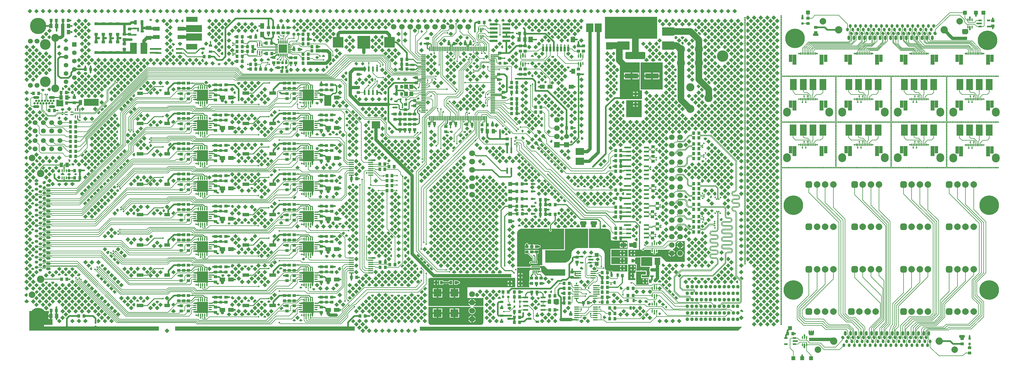
<source format=gtl>
G04*
G04 #@! TF.GenerationSoftware,Altium Limited,Altium Designer,24.8.2 (39)*
G04*
G04 Layer_Physical_Order=1*
G04 Layer_Color=255*
%FSLAX25Y25*%
%MOIN*%
G70*
G04*
G04 #@! TF.SameCoordinates,C1053C66-5238-42FC-9F49-9D65F9AD5EA5*
G04*
G04*
G04 #@! TF.FilePolarity,Positive*
G04*
G01*
G75*
%ADD11C,0.00787*%
%ADD14C,0.01968*%
%ADD15C,0.01181*%
%ADD16C,0.01000*%
%ADD17C,0.00800*%
%ADD18C,0.00600*%
%ADD20C,0.00500*%
%ADD23R,0.03150X0.03543*%
%ADD24R,0.03347X0.01181*%
%ADD25R,0.01181X0.03347*%
%ADD26R,0.10236X0.10236*%
%ADD27R,0.03543X0.03937*%
%ADD28R,0.04528X0.05512*%
%ADD29R,0.03740X0.03937*%
%ADD30R,0.05315X0.01378*%
%ADD31R,0.01378X0.05315*%
%ADD32R,0.03937X0.03543*%
%ADD33R,0.21654X0.05709*%
%ADD34O,0.01181X0.03347*%
%ADD35O,0.10827X0.01181*%
%ADD36R,0.06102X0.02362*%
%ADD37R,0.05906X0.01772*%
%ADD38R,0.09449X0.02913*%
%ADD39R,0.04331X0.02362*%
%ADD40R,0.09646X0.09252*%
%ADD41R,0.04921X0.07087*%
%ADD42R,0.03740X0.05512*%
%ADD43R,0.03740X0.03740*%
%ADD44R,0.03937X0.03740*%
%ADD45R,0.04134X0.05512*%
%ADD46R,0.04252X0.03622*%
%ADD47R,0.03543X0.01575*%
%ADD48R,0.07284X0.02362*%
%ADD49R,0.08465X0.09055*%
%ADD50R,0.07874X0.04724*%
%ADD51R,0.03150X0.03150*%
%ADD52R,0.04134X0.02362*%
%ADD53R,0.04134X0.02559*%
%ADD54R,0.01575X0.03740*%
%ADD55R,0.05512X0.02953*%
%ADD56R,0.07087X0.04921*%
%ADD57R,0.07087X0.04528*%
%ADD58R,0.12500X0.12500*%
%ADD59R,0.03937X0.05906*%
%ADD60R,0.04528X0.05906*%
%ADD61R,0.05906X0.04528*%
%ADD62R,0.05512X0.06693*%
%ADD63R,0.03150X0.05906*%
%ADD64R,0.03937X0.03740*%
%ADD65R,0.07874X0.13780*%
%ADD66R,0.05512X0.04134*%
%ADD67R,0.05709X0.01772*%
%ADD68R,0.16339X0.06299*%
%ADD69R,0.02362X0.03150*%
%ADD70R,0.03622X0.04252*%
%ADD71R,0.13386X0.09055*%
%ADD72R,0.14961X0.09843*%
%ADD73R,0.31102X0.09055*%
%ADD74R,0.02559X0.04134*%
%ADD75R,0.07087X0.08858*%
%ADD76R,0.03937X0.03347*%
%ADD77R,0.07087X0.04331*%
%ADD78R,0.08465X0.04331*%
%ADD79R,0.13189X0.13189*%
%ADD80O,0.04134X0.01378*%
%ADD81O,0.01378X0.04134*%
%ADD82R,0.02362X0.06299*%
%ADD83R,0.02362X0.07284*%
%ADD84R,0.03150X0.03150*%
%ADD85R,0.04331X0.08661*%
%ADD86R,0.05118X0.12008*%
%ADD87R,0.01181X0.03150*%
G04:AMPARAMS|DCode=88|XSize=35.43mil|YSize=39.37mil|CornerRadius=0mil|HoleSize=0mil|Usage=FLASHONLY|Rotation=135.000|XOffset=0mil|YOffset=0mil|HoleType=Round|Shape=Rectangle|*
%AMROTATEDRECTD88*
4,1,4,0.02645,0.00139,-0.00139,-0.02645,-0.02645,-0.00139,0.00139,0.02645,0.02645,0.00139,0.0*
%
%ADD88ROTATEDRECTD88*%

%ADD89R,0.03740X0.03740*%
%ADD90R,0.03347X0.03937*%
%ADD91R,0.03740X0.03937*%
%ADD195R,0.07874X0.13780*%
%ADD196C,0.03937*%
%ADD197R,0.05000X0.05000*%
%ADD198R,0.15748X0.15748*%
%ADD199R,0.05000X0.05000*%
%ADD200C,0.03937*%
%ADD201C,0.07874*%
%ADD202C,0.00672*%
%ADD203C,0.00630*%
%ADD204C,0.01575*%
%ADD205C,0.02362*%
%ADD206C,0.03150*%
%ADD207C,0.00672*%
%ADD208C,0.00598*%
%ADD209C,0.03000*%
%ADD210C,0.02756*%
%ADD211C,0.01378*%
%ADD212C,0.00673*%
%ADD213C,0.04331*%
%ADD214C,0.12795*%
%ADD215C,0.05984*%
%ADD216C,0.09449*%
%ADD217R,0.05512X0.05512*%
%ADD218C,0.05512*%
%ADD219C,0.02756*%
%ADD220O,0.07480X0.03543*%
%ADD221C,0.19685*%
%ADD222C,0.01968*%
%ADD223C,0.09843*%
%ADD224C,0.13780*%
%ADD225C,0.07874*%
G04:AMPARAMS|DCode=226|XSize=78.74mil|YSize=78.74mil|CornerRadius=19.68mil|HoleSize=0mil|Usage=FLASHONLY|Rotation=0.000|XOffset=0mil|YOffset=0mil|HoleType=Round|Shape=RoundedRectangle|*
%AMROUNDEDRECTD226*
21,1,0.07874,0.03937,0,0,0.0*
21,1,0.03937,0.07874,0,0,0.0*
1,1,0.03937,0.01968,-0.01968*
1,1,0.03937,-0.01968,-0.01968*
1,1,0.03937,-0.01968,0.01968*
1,1,0.03937,0.01968,0.01968*
%
%ADD226ROUNDEDRECTD226*%
%ADD227C,0.06693*%
%ADD228C,0.05906*%
%ADD229C,0.07087*%
%ADD230R,0.06693X0.06693*%
%ADD231R,0.05906X0.05906*%
%ADD232O,0.03543X0.04331*%
G04:AMPARAMS|DCode=233|XSize=35.43mil|YSize=43.31mil|CornerRadius=0mil|HoleSize=0mil|Usage=FLASHONLY|Rotation=225.000|XOffset=0mil|YOffset=0mil|HoleType=Round|Shape=Round|*
%AMOVALD233*
21,1,0.00787,0.03543,0.00000,0.00000,315.0*
1,1,0.03543,-0.00278,0.00278*
1,1,0.03543,0.00278,-0.00278*
%
%ADD233OVALD233*%

%ADD234O,0.03543X0.05512*%
%ADD235C,0.08858*%
%ADD236C,0.23622*%
%ADD237O,0.05512X0.03543*%
G04:AMPARAMS|DCode=238|XSize=35.43mil|YSize=43.31mil|CornerRadius=0mil|HoleSize=0mil|Usage=FLASHONLY|Rotation=315.000|XOffset=0mil|YOffset=0mil|HoleType=Round|Shape=Round|*
%AMOVALD238*
21,1,0.00787,0.03543,0.00000,0.00000,45.0*
1,1,0.03543,-0.00278,-0.00278*
1,1,0.03543,0.00278,0.00278*
%
%ADD238OVALD238*%

%ADD239O,0.04331X0.03543*%
%ADD240O,0.09449X0.10630*%
%ADD241C,0.02362*%
G36*
X-7133Y367913D02*
X-9921Y365125D01*
X-12709Y367913D01*
X-9921Y370701D01*
X-7133Y367913D01*
D02*
G37*
G36*
X741D02*
X-2047Y365125D01*
X-4835Y367913D01*
X-2047Y370701D01*
X741Y367913D01*
D02*
G37*
G36*
X8615D02*
X5827Y365125D01*
X3039Y367913D01*
X5827Y370701D01*
X8615Y367913D01*
D02*
G37*
G36*
X24363D02*
X21575Y365125D01*
X18787Y367913D01*
X21575Y370701D01*
X24363Y367913D01*
D02*
G37*
G36*
X16489D02*
X13701Y365125D01*
X10913Y367913D01*
X13701Y370701D01*
X16489Y367913D01*
D02*
G37*
G36*
X32237D02*
X29449Y365125D01*
X26661Y367913D01*
X29449Y370701D01*
X32237Y367913D01*
D02*
G37*
G36*
X63733Y367913D02*
X60945Y365125D01*
X58157Y367913D01*
X60945Y370701D01*
X63733Y367913D01*
D02*
G37*
G36*
X71607D02*
X68819Y365125D01*
X66031Y367913D01*
X68819Y370701D01*
X71607Y367913D01*
D02*
G37*
G36*
X55859D02*
X53071Y365125D01*
X50283Y367913D01*
X53071Y370701D01*
X55859Y367913D01*
D02*
G37*
G36*
X79481D02*
X76693Y365125D01*
X73905Y367913D01*
X76693Y370701D01*
X79481Y367913D01*
D02*
G37*
G36*
X40111D02*
X37323Y365125D01*
X34535Y367913D01*
X37323Y370701D01*
X40111Y367913D01*
D02*
G37*
G36*
X95229D02*
X92441Y365125D01*
X89653Y367913D01*
X92441Y370701D01*
X95229Y367913D01*
D02*
G37*
G36*
X47985D02*
X45197Y365125D01*
X42409Y367913D01*
X45197Y370701D01*
X47985Y367913D01*
D02*
G37*
G36*
X87355D02*
X84567Y365125D01*
X81779Y367913D01*
X84567Y370701D01*
X87355Y367913D01*
D02*
G37*
G36*
X103103D02*
X100315Y365125D01*
X97527Y367913D01*
X100315Y370701D01*
X103103Y367913D01*
D02*
G37*
G36*
X134599Y367913D02*
X131811Y365125D01*
X129023Y367913D01*
X131811Y370701D01*
X134599Y367913D01*
D02*
G37*
G36*
X142473D02*
X139685Y365125D01*
X136897Y367913D01*
X139685Y370701D01*
X142473Y367913D01*
D02*
G37*
G36*
X126725D02*
X123937Y365125D01*
X121149Y367913D01*
X123937Y370701D01*
X126725Y367913D01*
D02*
G37*
G36*
X150347D02*
X147559Y365125D01*
X144771Y367913D01*
X147559Y370701D01*
X150347Y367913D01*
D02*
G37*
G36*
X110977D02*
X108189Y365125D01*
X105401Y367913D01*
X108189Y370701D01*
X110977Y367913D01*
D02*
G37*
G36*
X166095D02*
X163307Y365125D01*
X160519Y367913D01*
X163307Y370701D01*
X166095Y367913D01*
D02*
G37*
G36*
X118851D02*
X116063Y365125D01*
X113275Y367913D01*
X116063Y370701D01*
X118851Y367913D01*
D02*
G37*
G36*
X158221D02*
X155433Y365125D01*
X152645Y367913D01*
X155433Y370701D01*
X158221Y367913D01*
D02*
G37*
G36*
X173969D02*
X171181Y365125D01*
X168393Y367913D01*
X171181Y370701D01*
X173969Y367913D01*
D02*
G37*
G36*
X205465Y367913D02*
X202677Y365125D01*
X199889Y367913D01*
X202677Y370701D01*
X205465Y367913D01*
D02*
G37*
G36*
X213339D02*
X210551Y365125D01*
X207763Y367913D01*
X210551Y370701D01*
X213339Y367913D01*
D02*
G37*
G36*
X197591D02*
X194803Y365125D01*
X192015Y367913D01*
X194803Y370701D01*
X197591Y367913D01*
D02*
G37*
G36*
X221213D02*
X218425Y365125D01*
X215637Y367913D01*
X218425Y370701D01*
X221213Y367913D01*
D02*
G37*
G36*
X181843D02*
X179055Y365125D01*
X176267Y367913D01*
X179055Y370701D01*
X181843Y367913D01*
D02*
G37*
G36*
X236961D02*
X234173Y365125D01*
X231385Y367913D01*
X234173Y370701D01*
X236961Y367913D01*
D02*
G37*
G36*
X189717D02*
X186929Y365125D01*
X184141Y367913D01*
X186929Y370701D01*
X189717Y367913D01*
D02*
G37*
G36*
X229087D02*
X226299Y365125D01*
X223511Y367913D01*
X226299Y370701D01*
X229087Y367913D01*
D02*
G37*
G36*
X244835D02*
X242047Y365125D01*
X239259Y367913D01*
X242047Y370701D01*
X244835Y367913D01*
D02*
G37*
G36*
X276331Y367913D02*
X273543Y365125D01*
X270755Y367913D01*
X273543Y370701D01*
X276331Y367913D01*
D02*
G37*
G36*
X284205D02*
X281417Y365125D01*
X278629Y367913D01*
X281417Y370701D01*
X284205Y367913D01*
D02*
G37*
G36*
X268457D02*
X265669Y365125D01*
X262881Y367913D01*
X265669Y370701D01*
X268457Y367913D01*
D02*
G37*
G36*
X292079D02*
X289291Y365125D01*
X286503Y367913D01*
X289291Y370701D01*
X292079Y367913D01*
D02*
G37*
G36*
X252709D02*
X249921Y365125D01*
X247133Y367913D01*
X249921Y370701D01*
X252709Y367913D01*
D02*
G37*
G36*
X307827D02*
X305039Y365125D01*
X302251Y367913D01*
X305039Y370701D01*
X307827Y367913D01*
D02*
G37*
G36*
X260583D02*
X257795Y365125D01*
X255007Y367913D01*
X257795Y370701D01*
X260583Y367913D01*
D02*
G37*
G36*
X299953D02*
X297165Y365125D01*
X294377Y367913D01*
X297165Y370701D01*
X299953Y367913D01*
D02*
G37*
G36*
X315701D02*
X312913Y365125D01*
X310125Y367913D01*
X312913Y370701D01*
X315701Y367913D01*
D02*
G37*
G36*
X347197Y367913D02*
X344409Y365125D01*
X341621Y367913D01*
X344409Y370701D01*
X347197Y367913D01*
D02*
G37*
G36*
X355071D02*
X352283Y365125D01*
X349495Y367913D01*
X352283Y370701D01*
X355071Y367913D01*
D02*
G37*
G36*
X339323D02*
X336535Y365125D01*
X333747Y367913D01*
X336535Y370701D01*
X339323Y367913D01*
D02*
G37*
G36*
X362946D02*
X360157Y365125D01*
X357369Y367913D01*
X360157Y370701D01*
X362946Y367913D01*
D02*
G37*
G36*
X323575D02*
X320787Y365125D01*
X317999Y367913D01*
X320787Y370701D01*
X323575Y367913D01*
D02*
G37*
G36*
X378694D02*
X375905Y365125D01*
X373117Y367913D01*
X375905Y370701D01*
X378694Y367913D01*
D02*
G37*
G36*
X331449D02*
X328661Y365125D01*
X325873Y367913D01*
X328661Y370701D01*
X331449Y367913D01*
D02*
G37*
G36*
X370819D02*
X368032Y365125D01*
X365244Y367913D01*
X368032Y370701D01*
X370819Y367913D01*
D02*
G37*
G36*
X386567D02*
X383780Y365125D01*
X380992Y367913D01*
X383780Y370701D01*
X386567Y367913D01*
D02*
G37*
G36*
X418064Y367913D02*
X415276Y365125D01*
X412488Y367913D01*
X415276Y370701D01*
X418064Y367913D01*
D02*
G37*
G36*
X425938D02*
X423150Y365125D01*
X420362Y367913D01*
X423150Y370701D01*
X425938Y367913D01*
D02*
G37*
G36*
X410190D02*
X407402Y365125D01*
X404613Y367913D01*
X407402Y370701D01*
X410190Y367913D01*
D02*
G37*
G36*
X433812D02*
X431024Y365125D01*
X428236Y367913D01*
X431024Y370701D01*
X433812Y367913D01*
D02*
G37*
G36*
X394442D02*
X391653Y365125D01*
X388865Y367913D01*
X391653Y370701D01*
X394442Y367913D01*
D02*
G37*
G36*
X449560D02*
X446772Y365125D01*
X443984Y367913D01*
X446772Y370701D01*
X449560Y367913D01*
D02*
G37*
G36*
X402316D02*
X399528Y365125D01*
X396740Y367913D01*
X399528Y370701D01*
X402316Y367913D01*
D02*
G37*
G36*
X441686D02*
X438898Y365125D01*
X436110Y367913D01*
X438898Y370701D01*
X441686Y367913D01*
D02*
G37*
G36*
X457434D02*
X454646Y365125D01*
X451858Y367913D01*
X454646Y370701D01*
X457434Y367913D01*
D02*
G37*
G36*
X488930Y367913D02*
X486142Y365125D01*
X483354Y367913D01*
X486142Y370701D01*
X488930Y367913D01*
D02*
G37*
G36*
X496804D02*
X494016Y365125D01*
X491228Y367913D01*
X494016Y370701D01*
X496804Y367913D01*
D02*
G37*
G36*
X481056D02*
X478268Y365125D01*
X475480Y367913D01*
X478268Y370701D01*
X481056Y367913D01*
D02*
G37*
G36*
X504678D02*
X501890Y365125D01*
X499102Y367913D01*
X501890Y370701D01*
X504678Y367913D01*
D02*
G37*
G36*
X819639D02*
X816850Y365125D01*
X814062Y367913D01*
X816850Y370701D01*
X819639Y367913D01*
D02*
G37*
G36*
X465308D02*
X462520Y365125D01*
X459732Y367913D01*
X462520Y370701D01*
X465308Y367913D01*
D02*
G37*
G36*
X835386D02*
X832598Y365125D01*
X829811Y367913D01*
X832598Y370701D01*
X835386Y367913D01*
D02*
G37*
G36*
X520426D02*
X517638Y365125D01*
X514850Y367913D01*
X517638Y370701D01*
X520426Y367913D01*
D02*
G37*
G36*
X473182D02*
X470394Y365125D01*
X467606Y367913D01*
X470394Y370701D01*
X473182Y367913D01*
D02*
G37*
G36*
X827512D02*
X824724Y365125D01*
X821936Y367913D01*
X824724Y370701D01*
X827512Y367913D01*
D02*
G37*
G36*
X512552D02*
X509764Y365125D01*
X506976Y367913D01*
X509764Y370701D01*
X512552Y367913D01*
D02*
G37*
G36*
X843260D02*
X840473Y365125D01*
X837685Y367913D01*
X840473Y370701D01*
X843260Y367913D01*
D02*
G37*
G36*
X528300D02*
X525512Y365125D01*
X522724Y367913D01*
X525512Y370701D01*
X528300Y367913D01*
D02*
G37*
G36*
X559796Y367913D02*
X557008Y365125D01*
X554220Y367913D01*
X557008Y370701D01*
X559796Y367913D01*
D02*
G37*
G36*
X567670D02*
X564882Y365125D01*
X562094Y367913D01*
X564882Y370701D01*
X567670Y367913D01*
D02*
G37*
G36*
X551922D02*
X549134Y365125D01*
X546346Y367913D01*
X549134Y370701D01*
X551922Y367913D01*
D02*
G37*
G36*
X575544D02*
X572756Y365125D01*
X569968Y367913D01*
X572756Y370701D01*
X575544Y367913D01*
D02*
G37*
G36*
X536174D02*
X533386Y365125D01*
X530598Y367913D01*
X533386Y370701D01*
X536174Y367913D01*
D02*
G37*
G36*
X591292D02*
X588504Y365125D01*
X585716Y367913D01*
X588504Y370701D01*
X591292Y367913D01*
D02*
G37*
G36*
X544048D02*
X541260Y365125D01*
X538472Y367913D01*
X541260Y370701D01*
X544048Y367913D01*
D02*
G37*
G36*
X583418D02*
X580630Y365125D01*
X577842Y367913D01*
X580630Y370701D01*
X583418Y367913D01*
D02*
G37*
G36*
X599166D02*
X596378Y365125D01*
X593590Y367913D01*
X596378Y370701D01*
X599166Y367913D01*
D02*
G37*
G36*
X630662Y367913D02*
X627874Y365125D01*
X625086Y367913D01*
X627874Y370701D01*
X630662Y367913D01*
D02*
G37*
G36*
X638536D02*
X635748Y365125D01*
X632960Y367913D01*
X635748Y370701D01*
X638536Y367913D01*
D02*
G37*
G36*
X622788D02*
X620000Y365125D01*
X617212Y367913D01*
X620000Y370701D01*
X622788Y367913D01*
D02*
G37*
G36*
X646410D02*
X643622Y365125D01*
X640834Y367913D01*
X643622Y370701D01*
X646410Y367913D01*
D02*
G37*
G36*
X607040D02*
X604252Y365125D01*
X601464Y367913D01*
X604252Y370701D01*
X607040Y367913D01*
D02*
G37*
G36*
X662158D02*
X659370Y365125D01*
X656582Y367913D01*
X659370Y370701D01*
X662158Y367913D01*
D02*
G37*
G36*
X614914D02*
X612126Y365125D01*
X609338Y367913D01*
X612126Y370701D01*
X614914Y367913D01*
D02*
G37*
G36*
X654284D02*
X651496Y365125D01*
X648708Y367913D01*
X651496Y370701D01*
X654284Y367913D01*
D02*
G37*
G36*
X670032D02*
X667244Y365125D01*
X664456Y367913D01*
X667244Y370701D01*
X670032Y367913D01*
D02*
G37*
G36*
X701528Y367913D02*
X698740Y365125D01*
X695952Y367913D01*
X698740Y370701D01*
X701528Y367913D01*
D02*
G37*
G36*
X709402D02*
X706614Y365125D01*
X703826Y367913D01*
X706614Y370701D01*
X709402Y367913D01*
D02*
G37*
G36*
X693654D02*
X690866Y365125D01*
X688078Y367913D01*
X690866Y370701D01*
X693654Y367913D01*
D02*
G37*
G36*
X717276D02*
X714488Y365125D01*
X711700Y367913D01*
X714488Y370701D01*
X717276Y367913D01*
D02*
G37*
G36*
X677906D02*
X675118Y365125D01*
X672330Y367913D01*
X675118Y370701D01*
X677906Y367913D01*
D02*
G37*
G36*
X733024D02*
X730236Y365125D01*
X727448Y367913D01*
X730236Y370701D01*
X733024Y367913D01*
D02*
G37*
G36*
X685780D02*
X682992Y365125D01*
X680204Y367913D01*
X682992Y370701D01*
X685780Y367913D01*
D02*
G37*
G36*
X725150D02*
X722362Y365125D01*
X719574Y367913D01*
X722362Y370701D01*
X725150Y367913D01*
D02*
G37*
G36*
X740898D02*
X738110Y365125D01*
X735322Y367913D01*
X738110Y370701D01*
X740898Y367913D01*
D02*
G37*
G36*
X772394Y367913D02*
X769606Y365125D01*
X766818Y367913D01*
X769606Y370701D01*
X772394Y367913D01*
D02*
G37*
G36*
X780268D02*
X777480Y365125D01*
X774692Y367913D01*
X777480Y370701D01*
X780268Y367913D01*
D02*
G37*
G36*
X764520D02*
X761732Y365125D01*
X758944Y367913D01*
X761732Y370701D01*
X764520Y367913D01*
D02*
G37*
G36*
X788142D02*
X785354Y365125D01*
X782566Y367913D01*
X785354Y370701D01*
X788142Y367913D01*
D02*
G37*
G36*
X748772D02*
X745984Y365125D01*
X743196Y367913D01*
X745984Y370701D01*
X748772Y367913D01*
D02*
G37*
G36*
X803890D02*
X801102Y365125D01*
X798314Y367913D01*
X801102Y370701D01*
X803890Y367913D01*
D02*
G37*
G36*
X756646D02*
X753858Y365125D01*
X751070Y367913D01*
X753858Y370701D01*
X756646Y367913D01*
D02*
G37*
G36*
X796016D02*
X793228Y365125D01*
X790440Y367913D01*
X793228Y370701D01*
X796016Y367913D01*
D02*
G37*
G36*
X811764D02*
X808976Y365125D01*
X806188Y367913D01*
X808976Y370701D01*
X811764Y367913D01*
D02*
G37*
G36*
X866883Y360039D02*
X864095Y357251D01*
X861306Y360039D01*
X864095Y362827D01*
X866883Y360039D01*
D02*
G37*
G36*
X874757D02*
X871969Y357251D01*
X869181Y360039D01*
X871969Y362827D01*
X874757Y360039D01*
D02*
G37*
G36*
X890505Y360039D02*
X887717Y357251D01*
X884929Y360039D01*
X887717Y362827D01*
X890505Y360039D01*
D02*
G37*
G36*
X859009Y360039D02*
X856221Y357251D01*
X854372Y359100D01*
X854414Y359142D01*
X854655Y359724D01*
Y360355D01*
X854414Y360937D01*
X854372Y360979D01*
X856221Y362827D01*
X859009Y360039D01*
D02*
G37*
G36*
X882631Y360039D02*
X879843Y357251D01*
X877055Y360039D01*
X879843Y362827D01*
X882631Y360039D01*
D02*
G37*
G36*
X137531Y357108D02*
X137057Y356119D01*
X134439D01*
X133965Y357108D01*
X135748Y358890D01*
X137531Y357108D01*
D02*
G37*
G36*
X547322Y356765D02*
X546455Y355373D01*
X543938Y355373D01*
X543072Y356765D01*
X545197Y358890D01*
X547322Y356765D01*
D02*
G37*
G36*
X563070D02*
X562203Y355373D01*
X559686D01*
X558819Y356765D01*
X560945Y358890D01*
X563070Y356765D01*
D02*
G37*
G36*
X192283Y360798D02*
Y354955D01*
X190595D01*
X190337Y354921D01*
X190077D01*
X189961Y354906D01*
X189844Y354921D01*
X189584D01*
X189326Y354955D01*
X180713D01*
X180455Y354921D01*
X180195D01*
X180079Y354906D01*
X179963Y354921D01*
X179702D01*
X179444Y354955D01*
X178563D01*
Y360798D01*
X192283D01*
D02*
G37*
G36*
X175164Y357418D02*
X175164Y354786D01*
X174147Y354286D01*
X172330Y356102D01*
X174147Y357919D01*
X175164Y357418D01*
D02*
G37*
G36*
X571607Y356102D02*
X569490Y353986D01*
X568147D01*
X566031Y356102D01*
X568819Y358890D01*
X571607Y356102D01*
D02*
G37*
G36*
X555859D02*
X553742Y353986D01*
X552399D01*
X550283Y356102D01*
X553071Y358890D01*
X555859Y356102D01*
D02*
G37*
G36*
X51922Y356102D02*
X49134Y353314D01*
X46346Y356102D01*
X49134Y358890D01*
X51922Y356102D01*
D02*
G37*
G36*
X59796D02*
X57008Y353314D01*
X54220Y356102D01*
X57008Y358890D01*
X59796Y356102D01*
D02*
G37*
G36*
X162158Y356102D02*
X159370Y353314D01*
X156582Y356102D01*
X159370Y358890D01*
X162158Y356102D01*
D02*
G37*
G36*
X154284D02*
X151496Y353314D01*
X148708Y356102D01*
X151496Y358890D01*
X154284Y356102D01*
D02*
G37*
G36*
X146410D02*
X143622Y353314D01*
X140834Y356102D01*
X143622Y358890D01*
X146410Y356102D01*
D02*
G37*
G36*
X170032D02*
X167244Y353314D01*
X164456Y356102D01*
X167244Y358890D01*
X170032Y356102D01*
D02*
G37*
G36*
X233024Y356102D02*
X230236Y353314D01*
X227448Y356102D01*
X230236Y358890D01*
X233024Y356102D01*
D02*
G37*
G36*
X225150D02*
X222362Y353314D01*
X219574Y356102D01*
X222362Y358890D01*
X225150Y356102D01*
D02*
G37*
G36*
X209402D02*
X206614Y353314D01*
X203826Y356102D01*
X206614Y358890D01*
X209402Y356102D01*
D02*
G37*
G36*
X217276D02*
X214488Y353314D01*
X211700Y356102D01*
X214488Y358890D01*
X217276Y356102D01*
D02*
G37*
G36*
X303890Y356102D02*
X301102Y353314D01*
X298314Y356102D01*
X301102Y358890D01*
X303890Y356102D01*
D02*
G37*
G36*
X296016D02*
X293228Y353314D01*
X290440Y356102D01*
X293228Y358890D01*
X296016Y356102D01*
D02*
G37*
G36*
X311764D02*
X308976Y353314D01*
X306188Y356102D01*
X308976Y358890D01*
X311764Y356102D01*
D02*
G37*
G36*
X374757Y356102D02*
X371969Y353314D01*
X369180Y356102D01*
X371969Y358890D01*
X374757Y356102D01*
D02*
G37*
G36*
X327512D02*
X324724Y353314D01*
X321936Y356102D01*
X324724Y358890D01*
X327512Y356102D01*
D02*
G37*
G36*
X366882D02*
X364094Y353314D01*
X361307Y356102D01*
X364094Y358890D01*
X366882Y356102D01*
D02*
G37*
G36*
X335386D02*
X332598Y353314D01*
X329810Y356102D01*
X332598Y358890D01*
X335386Y356102D01*
D02*
G37*
G36*
X351134D02*
X348346Y353314D01*
X345558Y356102D01*
X348346Y358890D01*
X351134Y356102D01*
D02*
G37*
G36*
X359009D02*
X356221Y353314D01*
X353432Y356102D01*
X356221Y358890D01*
X359009Y356102D01*
D02*
G37*
G36*
X343260D02*
X340472Y353314D01*
X337684Y356102D01*
X340472Y358890D01*
X343260Y356102D01*
D02*
G37*
G36*
X382630D02*
X379842Y353314D01*
X377055Y356102D01*
X379842Y358890D01*
X382630Y356102D01*
D02*
G37*
G36*
X319638D02*
X316850Y353314D01*
X314062Y356102D01*
X316850Y358890D01*
X319638Y356102D01*
D02*
G37*
G36*
X445623Y356102D02*
X442835Y353314D01*
X440047Y356102D01*
X442835Y358890D01*
X445623Y356102D01*
D02*
G37*
G36*
X398378D02*
X395590Y353314D01*
X392803Y356102D01*
X395590Y358890D01*
X398378Y356102D01*
D02*
G37*
G36*
X437749D02*
X434961Y353314D01*
X432173Y356102D01*
X434961Y358890D01*
X437749Y356102D01*
D02*
G37*
G36*
X406253D02*
X403465Y353314D01*
X400676Y356102D01*
X403465Y358890D01*
X406253Y356102D01*
D02*
G37*
G36*
X422001D02*
X419213Y353314D01*
X416425Y356102D01*
X419213Y358890D01*
X422001Y356102D01*
D02*
G37*
G36*
X390505D02*
X387717Y353314D01*
X384928Y356102D01*
X387717Y358890D01*
X390505Y356102D01*
D02*
G37*
G36*
X429875D02*
X427087Y353314D01*
X424299Y356102D01*
X427087Y358890D01*
X429875Y356102D01*
D02*
G37*
G36*
X414127D02*
X411339Y353314D01*
X408551Y356102D01*
X411339Y358890D01*
X414127Y356102D01*
D02*
G37*
G36*
X453497D02*
X450709Y353314D01*
X447921Y356102D01*
X450709Y358890D01*
X453497Y356102D01*
D02*
G37*
G36*
X831450Y356102D02*
X828662Y353314D01*
X825873Y356102D01*
X828662Y358890D01*
X831450Y356102D01*
D02*
G37*
G36*
X516489D02*
X513701Y353314D01*
X510913Y356102D01*
X513701Y358890D01*
X516489Y356102D01*
D02*
G37*
G36*
X469245D02*
X466457Y353314D01*
X463669Y356102D01*
X466457Y358890D01*
X469245Y356102D01*
D02*
G37*
G36*
X823575D02*
X820787Y353314D01*
X817999Y356102D01*
X820787Y358890D01*
X823575Y356102D01*
D02*
G37*
G36*
X508615D02*
X505827Y353314D01*
X503039Y356102D01*
X505827Y358890D01*
X508615Y356102D01*
D02*
G37*
G36*
X477119D02*
X474331Y353314D01*
X471543Y356102D01*
X474331Y358890D01*
X477119Y356102D01*
D02*
G37*
G36*
X492867D02*
X490079Y353314D01*
X487291Y356102D01*
X490079Y358890D01*
X492867Y356102D01*
D02*
G37*
G36*
X815701D02*
X812913Y353314D01*
X810125Y356102D01*
X812913Y358890D01*
X815701Y356102D01*
D02*
G37*
G36*
X500741D02*
X497953Y353314D01*
X495165Y356102D01*
X497953Y358890D01*
X500741Y356102D01*
D02*
G37*
G36*
X484993D02*
X482205Y353314D01*
X479417Y356102D01*
X482205Y358890D01*
X484993Y356102D01*
D02*
G37*
G36*
X839324D02*
X836535Y353314D01*
X833747Y356102D01*
X836535Y358890D01*
X839324Y356102D01*
D02*
G37*
G36*
X524363D02*
X521575Y353314D01*
X518787Y356102D01*
X521575Y358890D01*
X524363Y356102D01*
D02*
G37*
G36*
X461371D02*
X458583Y353314D01*
X455795Y356102D01*
X458583Y358890D01*
X461371Y356102D01*
D02*
G37*
G36*
X587355Y356102D02*
X584567Y353314D01*
X581779Y356102D01*
X584567Y358890D01*
X587355Y356102D01*
D02*
G37*
G36*
X894442D02*
X891654Y353314D01*
X888866Y356102D01*
X891654Y358890D01*
X894442Y356102D01*
D02*
G37*
G36*
X579481D02*
X576693Y353314D01*
X573905Y356102D01*
X576693Y358890D01*
X579481Y356102D01*
D02*
G37*
G36*
X862945D02*
X860157Y353314D01*
X857370Y356102D01*
X860157Y358890D01*
X862945Y356102D01*
D02*
G37*
G36*
X878694D02*
X875906Y353314D01*
X873118Y356102D01*
X875906Y358890D01*
X878694Y356102D01*
D02*
G37*
G36*
X886568D02*
X883780Y353314D01*
X880992Y356102D01*
X883780Y358890D01*
X886568Y356102D01*
D02*
G37*
G36*
X870820D02*
X868032Y353314D01*
X865244Y356102D01*
X868032Y358890D01*
X870820Y356102D01*
D02*
G37*
G36*
X595229D02*
X592441Y353314D01*
X589653Y356102D01*
X592441Y358890D01*
X595229Y356102D01*
D02*
G37*
G36*
X847198D02*
X844409Y353314D01*
X841621Y356102D01*
X844409Y358890D01*
X847198Y356102D01*
D02*
G37*
G36*
X658221Y356102D02*
X655433Y353314D01*
X652645Y356102D01*
X655433Y358890D01*
X658221Y356102D01*
D02*
G37*
G36*
X610977D02*
X608189Y353314D01*
X605401Y356102D01*
X608189Y358890D01*
X610977Y356102D01*
D02*
G37*
G36*
X650347D02*
X647559Y353314D01*
X644771Y356102D01*
X647559Y358890D01*
X650347Y356102D01*
D02*
G37*
G36*
X618851D02*
X616063Y353314D01*
X613275Y356102D01*
X616063Y358890D01*
X618851Y356102D01*
D02*
G37*
G36*
X634599D02*
X631811Y353314D01*
X629023Y356102D01*
X631811Y358890D01*
X634599Y356102D01*
D02*
G37*
G36*
X642473D02*
X639685Y353314D01*
X636897Y356102D01*
X639685Y358890D01*
X642473Y356102D01*
D02*
G37*
G36*
X626725D02*
X623937Y353314D01*
X621149Y356102D01*
X623937Y358890D01*
X626725Y356102D01*
D02*
G37*
G36*
X603103D02*
X600315Y353314D01*
X597527Y356102D01*
X600315Y358890D01*
X603103Y356102D01*
D02*
G37*
G36*
X799953Y356102D02*
X797165Y353314D01*
X794377Y356102D01*
X797165Y358890D01*
X799953Y356102D01*
D02*
G37*
G36*
X752709D02*
X749921Y353314D01*
X747791Y355444D01*
Y356760D01*
X749921Y358890D01*
X752709Y356102D01*
D02*
G37*
G36*
X792079D02*
X789291Y353314D01*
X786503Y356102D01*
X789291Y358890D01*
X792079Y356102D01*
D02*
G37*
G36*
X760583D02*
X757795Y353314D01*
X755007Y356102D01*
X757795Y358890D01*
X760583Y356102D01*
D02*
G37*
G36*
X776331D02*
X773543Y353314D01*
X770755Y356102D01*
X773543Y358890D01*
X776331Y356102D01*
D02*
G37*
G36*
X784205D02*
X781417Y353314D01*
X778629Y356102D01*
X781417Y358890D01*
X784205Y356102D01*
D02*
G37*
G36*
X768457D02*
X765669Y353314D01*
X762881Y356102D01*
X765669Y358890D01*
X768457Y356102D01*
D02*
G37*
G36*
X807827D02*
X805039Y353314D01*
X802251Y356102D01*
X805039Y358890D01*
X807827Y356102D01*
D02*
G37*
G36*
X197559Y342520D02*
X178563D01*
Y350984D01*
X179444D01*
X180079Y350901D01*
X180713Y350984D01*
X189326D01*
X189961Y350901D01*
X190595Y350984D01*
X197559D01*
Y342520D01*
D02*
G37*
G36*
X496651Y352318D02*
X496632Y352174D01*
X495897Y351439D01*
X495651Y351013D01*
X495393Y350754D01*
X492990Y351442D01*
X492351Y353289D01*
X494016Y354953D01*
X496651Y352318D01*
D02*
G37*
G36*
X47985Y352165D02*
X45197Y349377D01*
X42409Y352165D01*
X45197Y354953D01*
X47985Y352165D01*
D02*
G37*
G36*
X55859D02*
X53071Y349377D01*
X50283Y352165D01*
X53071Y354953D01*
X55859Y352165D01*
D02*
G37*
G36*
X63733D02*
X60945Y349377D01*
X58157Y352165D01*
X60945Y354953D01*
X63733Y352165D01*
D02*
G37*
G36*
X213339Y352165D02*
X210551Y349377D01*
X207763Y352165D01*
X210551Y354953D01*
X213339Y352165D01*
D02*
G37*
G36*
X158221Y352165D02*
X155433Y349377D01*
X152645Y352165D01*
X155433Y354953D01*
X158221Y352165D01*
D02*
G37*
G36*
X229087Y352165D02*
X226299Y349377D01*
X223511Y352165D01*
X226299Y354953D01*
X229087Y352165D01*
D02*
G37*
G36*
X244835D02*
X242047Y349377D01*
X239259Y352165D01*
X242047Y354953D01*
X244835Y352165D01*
D02*
G37*
G36*
X221213D02*
X218425Y349377D01*
X215637Y352165D01*
X218425Y354953D01*
X221213Y352165D01*
D02*
G37*
G36*
X811764Y352165D02*
X808976Y349377D01*
X806188Y352165D01*
X808976Y354953D01*
X811764Y352165D01*
D02*
G37*
G36*
X252709Y352165D02*
X249921Y349377D01*
X247133Y352165D01*
X249921Y354953D01*
X252709Y352165D01*
D02*
G37*
G36*
X260583D02*
X257795Y349377D01*
X255007Y352165D01*
X257795Y354953D01*
X260583Y352165D01*
D02*
G37*
G36*
X355071Y352165D02*
X352283Y349377D01*
X349495Y352165D01*
X352283Y354953D01*
X355071Y352165D01*
D02*
G37*
G36*
X803890Y352165D02*
X801102Y349377D01*
X798314Y352165D01*
X801102Y354953D01*
X803890Y352165D01*
D02*
G37*
G36*
X315701Y352165D02*
X312913Y349377D01*
X310125Y352165D01*
X312913Y354953D01*
X315701Y352165D01*
D02*
G37*
G36*
X323575Y352165D02*
X320787Y349377D01*
X317999Y352165D01*
X320787Y354953D01*
X323575Y352165D01*
D02*
G37*
G36*
X331449D02*
X328661Y349377D01*
X325873Y352165D01*
X328661Y354953D01*
X331449Y352165D01*
D02*
G37*
G36*
X425938Y352165D02*
X423150Y349377D01*
X420362Y352165D01*
X423150Y354953D01*
X425938Y352165D01*
D02*
G37*
G36*
X339323Y352165D02*
X336535Y349377D01*
X333747Y352165D01*
X336535Y354953D01*
X339323Y352165D01*
D02*
G37*
G36*
X378694D02*
X375905Y349377D01*
X373117Y352165D01*
X375905Y354953D01*
X378694Y352165D01*
D02*
G37*
G36*
X370819D02*
X368032Y349377D01*
X365244Y352165D01*
X368032Y354953D01*
X370819Y352165D01*
D02*
G37*
G36*
X347197D02*
X344409Y349377D01*
X341621Y352165D01*
X344409Y354953D01*
X347197Y352165D01*
D02*
G37*
G36*
X386567D02*
X383780Y349377D01*
X380992Y352165D01*
X383780Y354953D01*
X386567Y352165D01*
D02*
G37*
G36*
X362946D02*
X360157Y349377D01*
X357369Y352165D01*
X360157Y354953D01*
X362946Y352165D01*
D02*
G37*
G36*
X394442Y352165D02*
X391653Y349377D01*
X388865Y352165D01*
X391653Y354953D01*
X394442Y352165D01*
D02*
G37*
G36*
X402316D02*
X399528Y349377D01*
X396740Y352165D01*
X399528Y354953D01*
X402316Y352165D01*
D02*
G37*
G36*
X410190D02*
X407402Y349377D01*
X404613Y352165D01*
X407402Y354953D01*
X410190Y352165D01*
D02*
G37*
G36*
X418064D02*
X415276Y349377D01*
X412488Y352165D01*
X415276Y354953D01*
X418064Y352165D01*
D02*
G37*
G36*
X882631Y352165D02*
X879843Y349377D01*
X877055Y352165D01*
X879843Y354953D01*
X882631Y352165D01*
D02*
G37*
G36*
X835386Y352165D02*
X832598Y349377D01*
X829811Y352165D01*
X832598Y354953D01*
X835386Y352165D01*
D02*
G37*
G36*
X827512D02*
X824724Y349377D01*
X821936Y352165D01*
X824724Y354953D01*
X827512Y352165D01*
D02*
G37*
G36*
X843260D02*
X840473Y349377D01*
X837685Y352165D01*
X840473Y354953D01*
X843260Y352165D01*
D02*
G37*
G36*
X819639D02*
X816850Y349377D01*
X814062Y352165D01*
X816850Y354953D01*
X819639Y352165D01*
D02*
G37*
G36*
X851134Y352165D02*
X848347Y349377D01*
X845558Y352165D01*
X848347Y354953D01*
X851134Y352165D01*
D02*
G37*
G36*
X859009D02*
X856221Y349377D01*
X854372Y351226D01*
X854414Y351268D01*
X854655Y351850D01*
Y352481D01*
X854414Y353063D01*
X854372Y353105D01*
X856221Y354953D01*
X859009Y352165D01*
D02*
G37*
G36*
X866883D02*
X864095Y349377D01*
X861306Y352165D01*
X864095Y354953D01*
X866883Y352165D01*
D02*
G37*
G36*
X638536Y352165D02*
X635748Y349377D01*
X632960Y352165D01*
X635748Y354953D01*
X638536Y352165D01*
D02*
G37*
G36*
X591292Y352165D02*
X588504Y349377D01*
X585716Y352165D01*
X588504Y354953D01*
X591292Y352165D01*
D02*
G37*
G36*
X583418D02*
X580630Y349377D01*
X577842Y352165D01*
X580630Y354953D01*
X583418Y352165D01*
D02*
G37*
G36*
X874757D02*
X871969Y349377D01*
X869181Y352165D01*
X871969Y354953D01*
X874757Y352165D01*
D02*
G37*
G36*
X599166D02*
X596378Y349377D01*
X593590Y352165D01*
X596378Y354953D01*
X599166Y352165D01*
D02*
G37*
G36*
X890505D02*
X887717Y349377D01*
X884929Y352165D01*
X887717Y354953D01*
X890505Y352165D01*
D02*
G37*
G36*
X575544D02*
X572756Y349377D01*
X570403Y351730D01*
Y352601D01*
X572756Y354953D01*
X575544Y352165D01*
D02*
G37*
G36*
X607040Y352165D02*
X604252Y349377D01*
X601464Y352165D01*
X604252Y354953D01*
X607040Y352165D01*
D02*
G37*
G36*
X614914D02*
X612126Y349377D01*
X609338Y352165D01*
X612126Y354953D01*
X614914Y352165D01*
D02*
G37*
G36*
X622788D02*
X620000Y349377D01*
X617212Y352165D01*
X620000Y354953D01*
X622788Y352165D01*
D02*
G37*
G36*
X654284D02*
X651496Y349377D01*
X648708Y352165D01*
X651496Y354953D01*
X654284Y352165D01*
D02*
G37*
G36*
X630662D02*
X627874Y349377D01*
X625086Y352165D01*
X627874Y354953D01*
X630662Y352165D01*
D02*
G37*
G36*
X646410D02*
X643622Y349377D01*
X640834Y352165D01*
X643622Y354953D01*
X646410Y352165D01*
D02*
G37*
G36*
X780268Y352165D02*
X777480Y349377D01*
X774692Y352165D01*
X777480Y354953D01*
X780268Y352165D01*
D02*
G37*
G36*
X756646D02*
X753858Y349377D01*
X751070Y352165D01*
X753858Y354953D01*
X756646Y352165D01*
D02*
G37*
G36*
X764520D02*
X761732Y349377D01*
X758944Y352165D01*
X761732Y354953D01*
X764520Y352165D01*
D02*
G37*
G36*
X796016D02*
X793228Y349377D01*
X790440Y352165D01*
X793228Y354953D01*
X796016Y352165D01*
D02*
G37*
G36*
X772394D02*
X769606Y349377D01*
X766818Y352165D01*
X769606Y354953D01*
X772394Y352165D01*
D02*
G37*
G36*
X788142D02*
X785354Y349377D01*
X782566Y352165D01*
X785354Y354953D01*
X788142Y352165D01*
D02*
G37*
G36*
X656475Y349451D02*
X656475Y347006D01*
X654951Y345922D01*
X652645Y348228D01*
X654951Y350534D01*
X656475Y349451D01*
D02*
G37*
G36*
X51922Y348228D02*
X49134Y345440D01*
X46346Y348228D01*
X49134Y351016D01*
X51922Y348228D01*
D02*
G37*
G36*
X59796D02*
X57008Y345440D01*
X54220Y348228D01*
X57008Y351016D01*
X59796Y348228D01*
D02*
G37*
G36*
X162158Y348228D02*
X159370Y345440D01*
X156582Y348228D01*
X159370Y351016D01*
X162158Y348228D01*
D02*
G37*
G36*
X240898Y348228D02*
X238110Y345440D01*
X235322Y348228D01*
X238110Y351016D01*
X240898Y348228D01*
D02*
G37*
G36*
X217276D02*
X214488Y345440D01*
X211700Y348228D01*
X214488Y351016D01*
X217276Y348228D01*
D02*
G37*
G36*
X209402Y348228D02*
X206614Y345440D01*
X203826Y348228D01*
X206614Y351016D01*
X209402Y348228D01*
D02*
G37*
G36*
X225150Y348228D02*
X222362Y345440D01*
X219574Y348228D01*
X222362Y351016D01*
X225150Y348228D01*
D02*
G37*
G36*
X256646Y348228D02*
X253858Y345440D01*
X251070Y348228D01*
X253858Y351016D01*
X256646Y348228D01*
D02*
G37*
G36*
X311764D02*
X308976Y345440D01*
X306259Y348158D01*
Y348179D01*
X306224Y348264D01*
X308976Y351016D01*
X311764Y348228D01*
D02*
G37*
G36*
X264520D02*
X261732Y345440D01*
X258944Y348228D01*
X261732Y351016D01*
X264520Y348228D01*
D02*
G37*
G36*
X807827Y348228D02*
X805039Y345440D01*
X802251Y348228D01*
X805039Y351016D01*
X807827Y348228D01*
D02*
G37*
G36*
X248772Y348228D02*
X245984Y345440D01*
X243196Y348228D01*
X245984Y351016D01*
X248772Y348228D01*
D02*
G37*
G36*
X327512Y348228D02*
X324724Y345440D01*
X321936Y348228D01*
X324724Y351016D01*
X327512Y348228D01*
D02*
G37*
G36*
X382630D02*
X379842Y345440D01*
X377055Y348228D01*
X379842Y351016D01*
X382630Y348228D01*
D02*
G37*
G36*
X335386D02*
X332598Y345440D01*
X329810Y348228D01*
X332598Y351016D01*
X335386Y348228D01*
D02*
G37*
G36*
X359009D02*
X356221Y345440D01*
X353432Y348228D01*
X356220Y351016D01*
X359009Y348228D01*
D02*
G37*
G36*
X351134Y348228D02*
X348346Y345440D01*
X345558Y348228D01*
X348346Y351016D01*
X351134Y348228D01*
D02*
G37*
G36*
X343260Y348228D02*
X340472Y345440D01*
X337684Y348228D01*
X340472Y351016D01*
X343260Y348228D01*
D02*
G37*
G36*
X319638D02*
X316850Y345440D01*
X314062Y348228D01*
X316850Y351016D01*
X319638Y348228D01*
D02*
G37*
G36*
X374757D02*
X371969Y345440D01*
X369180Y348228D01*
X371969Y351016D01*
X374757Y348228D01*
D02*
G37*
G36*
X366882D02*
X364094Y345440D01*
X361307Y348228D01*
X364094Y351016D01*
X366882Y348228D01*
D02*
G37*
G36*
X398378Y348228D02*
X395590Y345440D01*
X392803Y348228D01*
X395590Y351016D01*
X398378Y348228D01*
D02*
G37*
G36*
X390505D02*
X387717Y345440D01*
X384928Y348228D01*
X387717Y351016D01*
X390505Y348228D01*
D02*
G37*
G36*
X406253D02*
X403465Y345440D01*
X400676Y348228D01*
X403465Y351016D01*
X406253Y348228D01*
D02*
G37*
G36*
X422001Y348228D02*
X419213Y345440D01*
X416425Y348228D01*
X419213Y351016D01*
X422001Y348228D01*
D02*
G37*
G36*
X414127Y348228D02*
X411339Y345440D01*
X408551Y348228D01*
X411339Y351016D01*
X414127Y348228D01*
D02*
G37*
G36*
X839324Y348228D02*
X836535Y345440D01*
X833747Y348228D01*
X836535Y351016D01*
X839324Y348228D01*
D02*
G37*
G36*
X815701D02*
X812913Y345440D01*
X810125Y348228D01*
X812913Y351016D01*
X815701Y348228D01*
D02*
G37*
G36*
X831450D02*
X828662Y345440D01*
X825873Y348228D01*
X828662Y351016D01*
X831450Y348228D01*
D02*
G37*
G36*
X823575D02*
X820787Y345440D01*
X817999Y348228D01*
X820787Y351016D01*
X823575Y348228D01*
D02*
G37*
G36*
X595229Y348228D02*
X592441Y345440D01*
X589653Y348228D01*
X592441Y351016D01*
X595229Y348228D01*
D02*
G37*
G36*
X862945D02*
X860157Y345440D01*
X857370Y348228D01*
X860157Y351016D01*
X862945Y348228D01*
D02*
G37*
G36*
X886568D02*
X883780Y345440D01*
X880992Y348228D01*
X883780Y351016D01*
X886568Y348228D01*
D02*
G37*
G36*
X878694Y348228D02*
X875906Y345440D01*
X873118Y348228D01*
X875906Y351016D01*
X878694Y348228D01*
D02*
G37*
G36*
X870820Y348228D02*
X868032Y345440D01*
X865244Y348228D01*
X868032Y351016D01*
X870820Y348228D01*
D02*
G37*
G36*
X847198D02*
X844409Y345440D01*
X841621Y348228D01*
X844409Y351016D01*
X847198Y348228D01*
D02*
G37*
G36*
X894442D02*
X891654Y345440D01*
X888866Y348228D01*
X891654Y351016D01*
X894442Y348228D01*
D02*
G37*
G36*
X579481D02*
X576693Y345440D01*
X573905Y348228D01*
X576693Y351016D01*
X579481Y348228D01*
D02*
G37*
G36*
X610977Y348228D02*
X608189Y345440D01*
X605401Y348228D01*
X608189Y351016D01*
X610977Y348228D01*
D02*
G37*
G36*
X618851D02*
X616063Y345440D01*
X613275Y348228D01*
X616063Y351016D01*
X618851Y348228D01*
D02*
G37*
G36*
X642473D02*
X639685Y345440D01*
X636897Y348228D01*
X639685Y351016D01*
X642473Y348228D01*
D02*
G37*
G36*
X634599Y348228D02*
X631811Y345440D01*
X629023Y348228D01*
X631811Y351016D01*
X634599Y348228D01*
D02*
G37*
G36*
X626725Y348228D02*
X623937Y345440D01*
X621149Y348228D01*
X623937Y351016D01*
X626725Y348228D01*
D02*
G37*
G36*
X603103D02*
X600315Y345440D01*
X597527Y348228D01*
X600315Y351016D01*
X603103Y348228D01*
D02*
G37*
G36*
X650347D02*
X647559Y345440D01*
X644771Y348228D01*
X647559Y351016D01*
X650347Y348228D01*
D02*
G37*
G36*
X799953Y348228D02*
X797165Y345440D01*
X794377Y348228D01*
X797165Y351016D01*
X799953Y348228D01*
D02*
G37*
G36*
X330348Y345393D02*
X329980Y344341D01*
X327460Y344293D01*
X327012Y345430D01*
X328661Y347079D01*
X330348Y345393D01*
D02*
G37*
G36*
X614342Y344864D02*
X613390Y343444D01*
X610899Y343480D01*
X609986Y344940D01*
X612126Y347079D01*
X614342Y344864D01*
D02*
G37*
G36*
X598593Y344864D02*
X597616Y343395D01*
X595140Y343395D01*
X594162Y344864D01*
X596378Y347079D01*
X598593Y344864D01*
D02*
G37*
G36*
X314868Y345125D02*
X314012Y343480D01*
X311558Y343205D01*
X310365Y344531D01*
X312913Y347079D01*
X314868Y345125D01*
D02*
G37*
G36*
X680041Y342717D02*
X671537D01*
Y352756D01*
X680041D01*
Y342717D01*
D02*
G37*
G36*
X669805D02*
X661340D01*
Y352756D01*
X669805D01*
Y342717D01*
D02*
G37*
G36*
X265762Y345645D02*
X265734Y343090D01*
X264554Y342618D01*
X262881Y344291D01*
X264690Y346100D01*
X265762Y345645D01*
D02*
G37*
G36*
X796016Y344291D02*
X794315Y342590D01*
X791527Y345378D01*
X793228Y347079D01*
X796016Y344291D01*
D02*
G37*
G36*
X323575Y344291D02*
X321813Y342529D01*
X319761D01*
X317999Y344291D01*
X320787Y347079D01*
X323575Y344291D01*
D02*
G37*
G36*
X607040Y344291D02*
X605014Y342265D01*
X603490D01*
X601464Y344291D01*
X604252Y347079D01*
X607040Y344291D01*
D02*
G37*
G36*
X16489Y344291D02*
X13701Y341503D01*
X10913Y344291D01*
X13265Y346644D01*
X14136D01*
X16489Y344291D01*
D02*
G37*
G36*
X47985D02*
X45197Y341503D01*
X42409Y344291D01*
X45197Y347079D01*
X47985Y344291D01*
D02*
G37*
G36*
X63733D02*
X60945Y341503D01*
X58157Y344291D01*
X60945Y347079D01*
X63733Y344291D01*
D02*
G37*
G36*
X55859Y344291D02*
X53071Y341503D01*
X50283Y344291D01*
X53071Y347079D01*
X55859Y344291D01*
D02*
G37*
G36*
X158221Y344291D02*
X155433Y341503D01*
X152645Y344291D01*
X155433Y347079D01*
X158221Y344291D01*
D02*
G37*
G36*
X213339Y344291D02*
X210551Y341503D01*
X207763Y344291D01*
X210551Y347079D01*
X213339Y344291D01*
D02*
G37*
G36*
X236961Y344291D02*
X234173Y341503D01*
X231385Y344291D01*
X234173Y347079D01*
X236961Y344291D01*
D02*
G37*
G36*
X221213Y344291D02*
X218425Y341503D01*
X215637Y344291D01*
X218425Y347079D01*
X221213Y344291D01*
D02*
G37*
G36*
X244835D02*
X242047Y341503D01*
X239259Y344291D01*
X242047Y347079D01*
X244835Y344291D01*
D02*
G37*
G36*
X260583D02*
X257795Y341503D01*
X255007Y344291D01*
X257795Y347079D01*
X260583Y344291D01*
D02*
G37*
G36*
X252709D02*
X249921Y341503D01*
X247133Y344291D01*
X249921Y347079D01*
X252709Y344291D01*
D02*
G37*
G36*
X811764Y344291D02*
X808976Y341503D01*
X806188Y344291D01*
X808976Y347079D01*
X811764Y344291D01*
D02*
G37*
G36*
X347197Y344291D02*
X344409Y341503D01*
X341621Y344291D01*
X344409Y347079D01*
X347197Y344291D01*
D02*
G37*
G36*
X355071Y344291D02*
X352283Y341503D01*
X349495Y344291D01*
X352283Y347079D01*
X355071Y344291D01*
D02*
G37*
G36*
X339323D02*
X336535Y341503D01*
X333747Y344291D01*
X336535Y347079D01*
X339323Y344291D01*
D02*
G37*
G36*
X457434Y344291D02*
X454646Y341503D01*
X451858Y344291D01*
X454646Y347079D01*
X457434Y344291D01*
D02*
G37*
G36*
X463958Y344063D02*
X464193Y343177D01*
X462520Y341503D01*
X461439Y342584D01*
X461971Y345028D01*
X463958Y344063D01*
D02*
G37*
G36*
X835386Y344291D02*
X832598Y341503D01*
X829811Y344291D01*
X832598Y347079D01*
X835386Y344291D01*
D02*
G37*
G36*
X819639Y344291D02*
X816850Y341503D01*
X814062Y344291D01*
X816850Y347079D01*
X819639Y344291D01*
D02*
G37*
G36*
X843260D02*
X840473Y341503D01*
X837685Y344291D01*
X840473Y347079D01*
X843260Y344291D01*
D02*
G37*
G36*
X827512D02*
X824724Y341503D01*
X821936Y344291D01*
X824724Y347079D01*
X827512Y344291D01*
D02*
G37*
G36*
X859009D02*
X856221Y341503D01*
X854372Y343352D01*
X854414Y343394D01*
X854655Y343976D01*
Y344606D01*
X854414Y345189D01*
X854372Y345231D01*
X856221Y347079D01*
X859009Y344291D01*
D02*
G37*
G36*
X851134D02*
X848347Y341503D01*
X845558Y344291D01*
X848347Y347079D01*
X851134Y344291D01*
D02*
G37*
G36*
X874757D02*
X871968Y341503D01*
X869180Y344291D01*
X871968Y347079D01*
X874757Y344291D01*
D02*
G37*
G36*
X882631Y344291D02*
X879843Y341503D01*
X877055Y344291D01*
X879843Y347079D01*
X882631Y344291D01*
D02*
G37*
G36*
X866883D02*
X864095Y341503D01*
X861306Y344291D01*
X864095Y347079D01*
X866883Y344291D01*
D02*
G37*
G36*
X890505D02*
X887717Y341503D01*
X884929Y344291D01*
X887717Y347079D01*
X890505Y344291D01*
D02*
G37*
G36*
X630662D02*
X627874Y341503D01*
X625086Y344291D01*
X627874Y347079D01*
X630662Y344291D01*
D02*
G37*
G36*
X638536Y344291D02*
X635748Y341503D01*
X632960Y344291D01*
X635748Y347079D01*
X638536Y344291D01*
D02*
G37*
G36*
X622788D02*
X620000Y341503D01*
X617212Y344291D01*
X620000Y347079D01*
X622788Y344291D01*
D02*
G37*
G36*
X646410D02*
X643622Y341503D01*
X640834Y344291D01*
X643622Y347079D01*
X646410Y344291D01*
D02*
G37*
G36*
X654284D02*
X651496Y341503D01*
X648708Y344291D01*
X651496Y347079D01*
X654284Y344291D01*
D02*
G37*
G36*
X803890Y344291D02*
X801102Y341503D01*
X798314Y344291D01*
X801102Y347079D01*
X803890Y344291D01*
D02*
G37*
G36*
X799953Y340354D02*
X798252Y338653D01*
X795464Y341441D01*
X797165Y343142D01*
X799953Y340354D01*
D02*
G37*
G36*
X618851Y340354D02*
X616926Y338429D01*
X614138Y341217D01*
X616063Y343142D01*
X618851Y340354D01*
D02*
G37*
G36*
X500741Y340354D02*
X498604Y338218D01*
X497301D01*
X495165Y340354D01*
X497953Y343142D01*
X500741Y340354D01*
D02*
G37*
G36*
X223258Y341592D02*
Y339116D01*
X221790Y338139D01*
X219574Y340354D01*
X221790Y342570D01*
X223258Y341592D01*
D02*
G37*
G36*
X650347Y340354D02*
X647601Y337608D01*
X647517D01*
X644771Y340354D01*
X647559Y343142D01*
X650347Y340354D01*
D02*
G37*
G36*
X12552Y340354D02*
X9764Y337566D01*
X6976Y340354D01*
X9764Y343142D01*
X12552Y340354D01*
D02*
G37*
G36*
X51922D02*
X49134Y337566D01*
X46346Y340354D01*
X49134Y343142D01*
X51922Y340354D01*
D02*
G37*
G36*
X59796D02*
X57008Y337566D01*
X54220Y340354D01*
X57008Y343142D01*
X59796Y340354D01*
D02*
G37*
G36*
X162158Y340354D02*
X159370Y337566D01*
X156582Y340354D01*
X159370Y343142D01*
X162158Y340354D01*
D02*
G37*
G36*
X217276Y340354D02*
X214488Y337566D01*
X211700Y340354D01*
X214488Y343142D01*
X217276Y340354D01*
D02*
G37*
G36*
X209402D02*
X206614Y337566D01*
X203826Y340354D01*
X206614Y343142D01*
X209402Y340354D01*
D02*
G37*
G36*
X233024D02*
X230236Y337566D01*
X227619Y340183D01*
Y340525D01*
X230236Y343142D01*
X233024Y340354D01*
D02*
G37*
G36*
X335386Y340354D02*
X332598Y337566D01*
X329810Y340354D01*
X332598Y343142D01*
X335386Y340354D01*
D02*
G37*
G36*
X359009D02*
X356221Y337566D01*
X353432Y340354D01*
X356220Y343142D01*
X359009Y340354D01*
D02*
G37*
G36*
X343260D02*
X340472Y337566D01*
X337684Y340354D01*
X340472Y343142D01*
X343260Y340354D01*
D02*
G37*
G36*
X351134D02*
X348346Y337566D01*
X345558Y340354D01*
X348346Y343142D01*
X351134Y340354D01*
D02*
G37*
G36*
X437749Y340354D02*
X434961Y337566D01*
X432173Y340354D01*
X434961Y343142D01*
X437749Y340354D01*
D02*
G37*
G36*
X445623Y340354D02*
X442835Y337566D01*
X440070Y340331D01*
Y340377D01*
X442835Y343142D01*
X445623Y340354D01*
D02*
G37*
G36*
X477119Y340354D02*
X474331Y337566D01*
X471543Y340354D01*
X474331Y343142D01*
X477119Y340354D01*
D02*
G37*
G36*
X815701D02*
X812913Y337566D01*
X810125Y340354D01*
X812913Y343142D01*
X815701Y340354D01*
D02*
G37*
G36*
X823575Y340354D02*
X820787Y337566D01*
X817999Y340354D01*
X820787Y343142D01*
X823575Y340354D01*
D02*
G37*
G36*
X831450Y340354D02*
X828662Y337566D01*
X825873Y340354D01*
X828662Y343142D01*
X831450Y340354D01*
D02*
G37*
G36*
X839324D02*
X836535Y337566D01*
X833747Y340354D01*
X836535Y343142D01*
X839324Y340354D01*
D02*
G37*
G36*
X862946Y340354D02*
X860157Y337566D01*
X857370Y340354D01*
X860157Y343142D01*
X862946Y340354D01*
D02*
G37*
G36*
X886568D02*
X883780Y337566D01*
X880992Y340354D01*
X883780Y343142D01*
X886568Y340354D01*
D02*
G37*
G36*
X847198D02*
X844409Y337566D01*
X841621Y340354D01*
X844409Y343142D01*
X847198Y340354D01*
D02*
G37*
G36*
X870819D02*
X868032Y337566D01*
X865244Y340354D01*
X868032Y343142D01*
X870819Y340354D01*
D02*
G37*
G36*
X894442Y340354D02*
X891654Y337566D01*
X888866Y340354D01*
X891654Y343142D01*
X894442Y340354D01*
D02*
G37*
G36*
X878694Y340354D02*
X875906Y337566D01*
X873118Y340354D01*
X875906Y343142D01*
X878694Y340354D01*
D02*
G37*
G36*
X642473Y340354D02*
X639685Y337566D01*
X636897Y340354D01*
X639685Y343142D01*
X642473Y340354D01*
D02*
G37*
G36*
X626725D02*
X623937Y337566D01*
X621149Y340354D01*
X623937Y343142D01*
X626725Y340354D01*
D02*
G37*
G36*
X634599D02*
X631811Y337566D01*
X629023Y340354D01*
X631811Y343142D01*
X634599Y340354D01*
D02*
G37*
G36*
X807827Y340354D02*
X805039Y337566D01*
X802251Y340354D01*
X805039Y343142D01*
X807827Y340354D01*
D02*
G37*
G36*
X47135Y337267D02*
X46519Y336126D01*
X43875D01*
X43258Y337267D01*
X45197Y339205D01*
X47135Y337267D01*
D02*
G37*
G36*
X622788Y336417D02*
X620863Y334492D01*
X618075Y337280D01*
X620000Y339205D01*
X622788Y336417D01*
D02*
G37*
G36*
X746772Y360798D02*
Y334449D01*
X683976D01*
Y342447D01*
X684012Y342717D01*
Y352756D01*
X683976Y353025D01*
Y360798D01*
X746772D01*
D02*
G37*
G36*
X416471Y337748D02*
X416200Y335315D01*
X414518Y334386D01*
X412488Y336417D01*
X415109Y339039D01*
X416471Y337748D01*
D02*
G37*
G36*
X15231Y337395D02*
X15116Y335554D01*
X13170Y334160D01*
X10913Y336417D01*
X13454Y338959D01*
X15231Y337395D01*
D02*
G37*
G36*
X8615Y336417D02*
X6554Y334356D01*
X6483Y334342D01*
X5515Y333941D01*
X3039Y336417D01*
X5827Y339205D01*
X8615Y336417D01*
D02*
G37*
G36*
X55859Y336417D02*
X53071Y333629D01*
X50283Y336417D01*
X53071Y339205D01*
X55859Y336417D01*
D02*
G37*
G36*
X63733D02*
X60945Y333629D01*
X58157Y336417D01*
X60945Y339205D01*
X63733Y336417D01*
D02*
G37*
G36*
X158221Y336417D02*
X155433Y333629D01*
X152645Y336417D01*
X155433Y339205D01*
X158221Y336417D01*
D02*
G37*
G36*
X221213Y336417D02*
X218425Y333629D01*
X215637Y336417D01*
X218425Y339205D01*
X221213Y336417D01*
D02*
G37*
G36*
X213339D02*
X210551Y333629D01*
X207763Y336417D01*
X210551Y339205D01*
X213339Y336417D01*
D02*
G37*
G36*
X339323Y336417D02*
X336535Y333629D01*
X333747Y336417D01*
X336535Y339205D01*
X339323Y336417D01*
D02*
G37*
G36*
X354991Y336498D02*
Y336336D01*
X352283Y333629D01*
X349495Y336417D01*
X352283Y339205D01*
X354991Y336498D01*
D02*
G37*
G36*
X347197Y336417D02*
X344409Y333629D01*
X341621Y336417D01*
X344409Y339205D01*
X347197Y336417D01*
D02*
G37*
G36*
X410190Y336417D02*
X407402Y333629D01*
X404613Y336417D01*
X407402Y339205D01*
X410190Y336417D01*
D02*
G37*
G36*
X378694Y336417D02*
X375905Y333629D01*
X373117Y336417D01*
X375905Y339205D01*
X378694Y336417D01*
D02*
G37*
G36*
X819639Y336417D02*
X816850Y333629D01*
X814062Y336417D01*
X816850Y339205D01*
X819639Y336417D01*
D02*
G37*
G36*
X827512D02*
X824724Y333629D01*
X821936Y336417D01*
X824724Y339205D01*
X827512Y336417D01*
D02*
G37*
G36*
X512552D02*
X509764Y333629D01*
X506976Y336417D01*
X509764Y339205D01*
X512552Y336417D01*
D02*
G37*
G36*
X843260D02*
X840473Y333629D01*
X837685Y336417D01*
X840473Y339205D01*
X843260Y336417D01*
D02*
G37*
G36*
X866883Y336417D02*
X864095Y333629D01*
X861306Y336417D01*
X864095Y339205D01*
X866883Y336417D01*
D02*
G37*
G36*
X835386Y336417D02*
X832598Y333629D01*
X829810Y336417D01*
X832598Y339205D01*
X835386Y336417D01*
D02*
G37*
G36*
X519705Y335696D02*
X517638Y333629D01*
X515571Y335696D01*
X516906Y337701D01*
X518369Y337701D01*
X519705Y335696D01*
D02*
G37*
G36*
X890505Y336417D02*
X887717Y333629D01*
X884929Y336417D01*
X887717Y339205D01*
X890505Y336417D01*
D02*
G37*
G36*
X575544D02*
X572756Y333629D01*
X570403Y335982D01*
Y336853D01*
X572756Y339205D01*
X575544Y336417D01*
D02*
G37*
G36*
X859009D02*
X856221Y333629D01*
X854372Y335478D01*
X854414Y335520D01*
X854655Y336102D01*
Y336732D01*
X854414Y337315D01*
X854372Y337357D01*
X856221Y339205D01*
X859009Y336417D01*
D02*
G37*
G36*
X882631D02*
X879843Y333629D01*
X877055Y336417D01*
X879843Y339205D01*
X882631Y336417D01*
D02*
G37*
G36*
X851134D02*
X848347Y333629D01*
X845558Y336417D01*
X848347Y339205D01*
X851134Y336417D01*
D02*
G37*
G36*
X874757D02*
X871968Y333629D01*
X869180Y336417D01*
X871968Y339205D01*
X874757Y336417D01*
D02*
G37*
G36*
X614642Y336145D02*
X612126Y333629D01*
X609338Y336417D01*
X611854Y338933D01*
X614642Y336145D01*
D02*
G37*
G36*
X638536Y336417D02*
X635748Y333629D01*
X632960Y336417D01*
X635748Y339205D01*
X638536Y336417D01*
D02*
G37*
G36*
X630662D02*
X627874Y333629D01*
X625086Y336417D01*
X627874Y339205D01*
X630662Y336417D01*
D02*
G37*
G36*
X779605Y335754D02*
X777480Y333629D01*
X775356Y335754D01*
X776222Y337145D01*
X778739D01*
X779605Y335754D01*
D02*
G37*
G36*
X771736Y335758D02*
X769606Y333629D01*
X768008Y335227D01*
X768321Y337477D01*
X770567Y337682D01*
X771736Y335758D01*
D02*
G37*
G36*
X811764Y336417D02*
X808976Y333629D01*
X806188Y336417D01*
X808976Y339205D01*
X811764Y336417D01*
D02*
G37*
G36*
X197559Y332283D02*
X178563D01*
Y340787D01*
X197559D01*
Y332283D01*
D02*
G37*
G36*
X335214Y332653D02*
X333640Y330886D01*
X333187Y330889D01*
X332170Y331260D01*
X331826Y331770D01*
X331716Y331964D01*
X331539Y333372D01*
X331605Y333822D01*
X333314Y334553D01*
X335214Y332653D01*
D02*
G37*
G36*
X640333Y333750D02*
X640333Y331211D01*
X638983Y330394D01*
X636897Y332480D01*
X638983Y334566D01*
X640333Y333750D01*
D02*
G37*
G36*
X223258Y333718D02*
Y331242D01*
X221790Y330265D01*
X219574Y332480D01*
X221790Y334696D01*
X223258Y333718D01*
D02*
G37*
G36*
X508615Y332480D02*
X506083Y329949D01*
X505953Y330036D01*
X505797Y330067D01*
X505650Y330128D01*
X505491D01*
X505367Y330152D01*
X503039Y332480D01*
X505827Y335268D01*
X508615Y332480D01*
D02*
G37*
G36*
X776331Y332480D02*
X773579Y329728D01*
X773270Y329966D01*
X770755Y332480D01*
X773543Y335268D01*
X776331Y332480D01*
D02*
G37*
G36*
X59796Y332480D02*
X57008Y329692D01*
X54220Y332480D01*
X57008Y335268D01*
X59796Y332480D01*
D02*
G37*
G36*
X36174Y332480D02*
X33386Y329692D01*
X30598Y332480D01*
X33386Y335268D01*
X36174Y332480D01*
D02*
G37*
G36*
X162158Y332480D02*
X159370Y329692D01*
X156582Y332480D01*
X159370Y335268D01*
X162158Y332480D01*
D02*
G37*
G36*
X217276Y332480D02*
X214488Y329692D01*
X211700Y332480D01*
X214488Y335268D01*
X217276Y332480D01*
D02*
G37*
G36*
X233024D02*
X230236Y329692D01*
X227619Y332309D01*
Y332651D01*
X230236Y335268D01*
X233024Y332480D01*
D02*
G37*
G36*
X343260Y332480D02*
X340472Y329692D01*
X337684Y332480D01*
X340472Y335268D01*
X343260Y332480D01*
D02*
G37*
G36*
X374757Y332480D02*
X371969Y329692D01*
X369180Y332480D01*
X371969Y335268D01*
X374757Y332480D01*
D02*
G37*
G36*
X437749D02*
X434961Y329692D01*
X432173Y332480D01*
X434961Y335268D01*
X437749Y332480D01*
D02*
G37*
G36*
X351134D02*
X348346Y329692D01*
X345558Y332480D01*
X348346Y335268D01*
X351134Y332480D01*
D02*
G37*
G36*
X382630D02*
X379842Y329692D01*
X377055Y332480D01*
X379842Y335268D01*
X382630Y332480D01*
D02*
G37*
G36*
X406253D02*
X403465Y329692D01*
X401309Y331848D01*
Y333112D01*
X403465Y335268D01*
X406253Y332480D01*
D02*
G37*
G36*
X414127D02*
X411339Y329692D01*
X408551Y332480D01*
X411339Y335268D01*
X414127Y332480D01*
D02*
G37*
G36*
X445623Y332480D02*
X442835Y329692D01*
X440070Y332457D01*
Y332503D01*
X442835Y335268D01*
X445623Y332480D01*
D02*
G37*
G36*
X823575D02*
X820787Y329692D01*
X817999Y332480D01*
X820787Y335268D01*
X823575Y332480D01*
D02*
G37*
G36*
X815701Y332480D02*
X812913Y329692D01*
X810125Y332480D01*
X812913Y335268D01*
X815701Y332480D01*
D02*
G37*
G36*
X831450D02*
X828662Y329692D01*
X825873Y332480D01*
X828662Y335268D01*
X831450Y332480D01*
D02*
G37*
G36*
X894442D02*
X891654Y329692D01*
X888866Y332480D01*
X891654Y335268D01*
X894442Y332480D01*
D02*
G37*
G36*
X492867D02*
X490079Y329692D01*
X487291Y332480D01*
X490079Y335268D01*
X492867Y332480D01*
D02*
G37*
G36*
X839324D02*
X836535Y329692D01*
X833747Y332480D01*
X836535Y335268D01*
X839324Y332480D01*
D02*
G37*
G36*
X862946D02*
X860157Y329692D01*
X857370Y332480D01*
X860157Y335268D01*
X862946Y332480D01*
D02*
G37*
G36*
X870820D02*
X868032Y329692D01*
X865244Y332480D01*
X868032Y335268D01*
X870820Y332480D01*
D02*
G37*
G36*
X886568Y332480D02*
X883780Y329692D01*
X880992Y332480D01*
X883780Y335268D01*
X886568Y332480D01*
D02*
G37*
G36*
X847198D02*
X844409Y329692D01*
X841621Y332480D01*
X844409Y335268D01*
X847198Y332480D01*
D02*
G37*
G36*
X878694D02*
X875906Y329692D01*
X873118Y332480D01*
X875906Y335268D01*
X878694Y332480D01*
D02*
G37*
G36*
X618579Y332208D02*
X616063Y329692D01*
X613275Y332480D01*
X615791Y334996D01*
X618579Y332208D01*
D02*
G37*
G36*
X610977Y332480D02*
X608189Y329692D01*
X605401Y332480D01*
X608189Y335268D01*
X610977Y332480D01*
D02*
G37*
G36*
X658221Y332480D02*
X655433Y329692D01*
X652645Y332480D01*
X655433Y335268D01*
X658221Y332480D01*
D02*
G37*
G36*
X634599D02*
X631811Y329692D01*
X629023Y332480D01*
X631811Y335268D01*
X634599Y332480D01*
D02*
G37*
G36*
X791780Y332181D02*
X789291Y329692D01*
X786503Y332480D01*
X788992Y334969D01*
X791780Y332181D01*
D02*
G37*
G36*
X752709Y332480D02*
X749921Y329692D01*
X747133Y332480D01*
X749921Y335268D01*
X752709Y332480D01*
D02*
G37*
G36*
X784205Y332480D02*
X781417Y329692D01*
X778629Y332480D01*
X781417Y335268D01*
X784205Y332480D01*
D02*
G37*
G36*
X807827D02*
X805039Y329692D01*
X802251Y332480D01*
X805039Y335268D01*
X807827Y332480D01*
D02*
G37*
G36*
X779286Y329525D02*
X778104Y327367D01*
X776877Y327637D01*
X776023Y329874D01*
X777480Y331331D01*
X779286Y329525D01*
D02*
G37*
G36*
X463284Y329797D02*
X463284Y327289D01*
X461875Y326400D01*
X459732Y328543D01*
X461875Y330686D01*
X463284Y329797D01*
D02*
G37*
G36*
X416618Y329746D02*
X416618Y327340D01*
X415026Y326005D01*
X412488Y328543D01*
X415026Y331082D01*
X416618Y329746D01*
D02*
G37*
G36*
X55859Y328543D02*
X53071Y325755D01*
X50283Y328543D01*
X53071Y331331D01*
X55859Y328543D01*
D02*
G37*
G36*
X63733D02*
X60945Y325755D01*
X58157Y328543D01*
X60945Y331331D01*
X63733Y328543D01*
D02*
G37*
G36*
X158221Y328543D02*
X155433Y325755D01*
X152645Y328543D01*
X155433Y331331D01*
X158221Y328543D01*
D02*
G37*
G36*
X164346Y328987D02*
X164964Y327413D01*
X163307Y325755D01*
X160993Y328069D01*
X161830Y329312D01*
X164346Y328987D01*
D02*
G37*
G36*
X221213Y328543D02*
X218425Y325755D01*
X215637Y328543D01*
X218425Y331331D01*
X221213Y328543D01*
D02*
G37*
G36*
X205465D02*
X202677Y325755D01*
X199889Y328543D01*
X202677Y331331D01*
X205465Y328543D01*
D02*
G37*
G36*
X173969D02*
X171181Y325755D01*
X168393Y328543D01*
X170088Y330238D01*
X172275D01*
X173969Y328543D01*
D02*
G37*
G36*
X378694Y328543D02*
X375905Y325755D01*
X373117Y328543D01*
X375905Y331331D01*
X378694Y328543D01*
D02*
G37*
G36*
X410190D02*
X407402Y325755D01*
X404613Y328543D01*
X407402Y331331D01*
X410190Y328543D01*
D02*
G37*
G36*
X512552Y328543D02*
X509764Y325755D01*
X506976Y328543D01*
X509764Y331331D01*
X512552Y328543D01*
D02*
G37*
G36*
X827512D02*
X824724Y325755D01*
X821936Y328543D01*
X824724Y331331D01*
X827512Y328543D01*
D02*
G37*
G36*
X819639D02*
X816850Y325755D01*
X814062Y328543D01*
X816850Y331331D01*
X819639Y328543D01*
D02*
G37*
G36*
X488930D02*
X486142Y325755D01*
X483354Y328543D01*
X486142Y331331D01*
X488930Y328543D01*
D02*
G37*
G36*
X835386Y328543D02*
X832598Y325755D01*
X829811Y328543D01*
X832598Y331331D01*
X835386Y328543D01*
D02*
G37*
G36*
X859009D02*
X856221Y325755D01*
X854372Y327604D01*
X854414Y327646D01*
X854655Y328228D01*
Y328858D01*
X854414Y329441D01*
X854372Y329483D01*
X856221Y331331D01*
X859009Y328543D01*
D02*
G37*
G36*
X890505D02*
X887717Y325755D01*
X884929Y328543D01*
X887717Y331331D01*
X890505Y328543D01*
D02*
G37*
G36*
X575544D02*
X572756Y325755D01*
X569968Y328543D01*
X572756Y331331D01*
X575544Y328543D01*
D02*
G37*
G36*
X882631D02*
X879843Y325755D01*
X877055Y328543D01*
X879843Y331331D01*
X882631Y328543D01*
D02*
G37*
G36*
X866883D02*
X864095Y325755D01*
X861306Y328543D01*
X864095Y331331D01*
X866883Y328543D01*
D02*
G37*
G36*
X874757D02*
X871969Y325755D01*
X869180Y328543D01*
X871969Y331331D01*
X874757Y328543D01*
D02*
G37*
G36*
X559796D02*
X557008Y325755D01*
X554220Y328543D01*
X557008Y331331D01*
X559796Y328543D01*
D02*
G37*
G36*
X851134Y328543D02*
X848347Y325755D01*
X845558Y328543D01*
X848347Y331331D01*
X851134Y328543D01*
D02*
G37*
G36*
X843260Y328543D02*
X840473Y325755D01*
X837685Y328543D01*
X840473Y331331D01*
X843260Y328543D01*
D02*
G37*
G36*
X607040Y328543D02*
X604252Y325755D01*
X601464Y328543D01*
X604252Y331331D01*
X607040Y328543D01*
D02*
G37*
G36*
X733024Y328543D02*
X730236Y325755D01*
X727448Y328543D01*
X730236Y331331D01*
X733024Y328543D01*
D02*
G37*
G36*
X788142D02*
X785354Y325755D01*
X782566Y328543D01*
X785354Y331331D01*
X788142Y328543D01*
D02*
G37*
G36*
X748772Y328543D02*
X745984Y325755D01*
X743196Y328543D01*
X745984Y331331D01*
X748772Y328543D01*
D02*
G37*
G36*
X740898Y328543D02*
X738110Y325755D01*
X735322Y328543D01*
X738110Y331331D01*
X740898Y328543D01*
D02*
G37*
G36*
X811764Y328543D02*
X808976Y325755D01*
X806188Y328543D01*
X808976Y331331D01*
X811764Y328543D01*
D02*
G37*
G36*
X26971Y325513D02*
X26632Y323866D01*
X24411Y322920D01*
X22724Y324606D01*
X25304Y327187D01*
X26971Y325513D01*
D02*
G37*
G36*
X561075Y325932D02*
X561075Y323280D01*
X560021Y322742D01*
X558157Y324606D01*
X560021Y326471D01*
X561075Y325932D01*
D02*
G37*
G36*
X750341Y325908D02*
Y323304D01*
X749121Y322619D01*
X747133Y324606D01*
X749121Y326593D01*
X750341Y325908D01*
D02*
G37*
G36*
X223258Y325844D02*
Y323368D01*
X221790Y322391D01*
X219574Y324606D01*
X221790Y326822D01*
X223258Y325844D01*
D02*
G37*
G36*
X648834Y325812D02*
Y323401D01*
X647251Y322127D01*
X644771Y324606D01*
X647251Y327086D01*
X648834Y325812D01*
D02*
G37*
G36*
X-3196Y324606D02*
X-5984Y321818D01*
X-8772Y324606D01*
X-5984Y327394D01*
X-3196Y324606D01*
D02*
G37*
G36*
X-11070D02*
X-13858Y321818D01*
X-16646Y324606D01*
X-13858Y327394D01*
X-11070Y324606D01*
D02*
G37*
G36*
X59796Y324606D02*
X57008Y321818D01*
X54220Y324606D01*
X57008Y327394D01*
X59796Y324606D01*
D02*
G37*
G36*
X162158Y324606D02*
X159370Y321818D01*
X156582Y324606D01*
X159370Y327394D01*
X162158Y324606D01*
D02*
G37*
G36*
X217276Y324606D02*
X214488Y321818D01*
X211700Y324606D01*
X214488Y327394D01*
X217276Y324606D01*
D02*
G37*
G36*
X233024D02*
X230236Y321818D01*
X227619Y324435D01*
Y324777D01*
X230236Y327394D01*
X233024Y324606D01*
D02*
G37*
G36*
X374757Y324606D02*
X371969Y321818D01*
X369180Y324606D01*
X371969Y327394D01*
X374757Y324606D01*
D02*
G37*
G36*
X406253Y324606D02*
X403465Y321818D01*
X401309Y323974D01*
Y325238D01*
X403465Y327394D01*
X406253Y324606D01*
D02*
G37*
G36*
X382630D02*
X379842Y321818D01*
X377055Y324606D01*
X379842Y327394D01*
X382630Y324606D01*
D02*
G37*
G36*
X414127D02*
X411339Y321818D01*
X408551Y324606D01*
X411339Y327394D01*
X414127Y324606D01*
D02*
G37*
G36*
X815701Y324606D02*
X812913Y321818D01*
X810125Y324606D01*
X812913Y327394D01*
X815701Y324606D01*
D02*
G37*
G36*
X831450D02*
X828662Y321818D01*
X825873Y324606D01*
X828662Y327394D01*
X831450Y324606D01*
D02*
G37*
G36*
X823575D02*
X820787Y321818D01*
X817999Y324606D01*
X820787Y327394D01*
X823575Y324606D01*
D02*
G37*
G36*
X571607Y324606D02*
X568819Y321818D01*
X566553Y324084D01*
Y325128D01*
X568819Y327394D01*
X571607Y324606D01*
D02*
G37*
G36*
X886568D02*
X883780Y321818D01*
X880992Y324606D01*
X883780Y327394D01*
X886568Y324606D01*
D02*
G37*
G36*
X862946D02*
X860157Y321818D01*
X857370Y324606D01*
X860157Y327394D01*
X862946Y324606D01*
D02*
G37*
G36*
X839324D02*
X836535Y321818D01*
X833747Y324606D01*
X836535Y327394D01*
X839324Y324606D01*
D02*
G37*
G36*
X878694D02*
X875906Y321818D01*
X873118Y324606D01*
X875906Y327394D01*
X878694Y324606D01*
D02*
G37*
G36*
X894442D02*
X891654Y321818D01*
X888866Y324606D01*
X891654Y327394D01*
X894442Y324606D01*
D02*
G37*
G36*
X847198D02*
X844409Y321818D01*
X841621Y324606D01*
X844409Y327394D01*
X847198Y324606D01*
D02*
G37*
G36*
X870820D02*
X868032Y321818D01*
X865244Y324606D01*
X868032Y327394D01*
X870820Y324606D01*
D02*
G37*
G36*
X555859D02*
X553071Y321818D01*
X550283Y324606D01*
X553071Y327394D01*
X555859Y324606D01*
D02*
G37*
G36*
X595229Y324606D02*
X592441Y321818D01*
X590285Y323974D01*
Y325238D01*
X592441Y327394D01*
X595229Y324606D01*
D02*
G37*
G36*
X603103D02*
X600315Y321818D01*
X597527Y324606D01*
X600315Y327394D01*
X603103Y324606D01*
D02*
G37*
G36*
X736961Y324606D02*
X734173Y321818D01*
X731385Y324606D01*
X734173Y327394D01*
X736961Y324606D01*
D02*
G37*
G36*
X792079D02*
X789291Y321818D01*
X786503Y324606D01*
X789291Y327394D01*
X792079Y324606D01*
D02*
G37*
G36*
X744835D02*
X742047Y321818D01*
X739259Y324606D01*
X742047Y327394D01*
X744835Y324606D01*
D02*
G37*
G36*
X807827Y324606D02*
X805039Y321818D01*
X802251Y324606D01*
X805039Y327394D01*
X807827Y324606D01*
D02*
G37*
G36*
X191811Y321694D02*
X178563D01*
Y328312D01*
X191811D01*
Y321694D01*
D02*
G37*
G36*
X236961Y320669D02*
X235230Y318938D01*
X235177Y318960D01*
X234547D01*
X233965Y318719D01*
X233650Y318404D01*
X231385Y320669D01*
X234173Y323457D01*
X236961Y320669D01*
D02*
G37*
G36*
X163207Y321855D02*
X163366Y319241D01*
X162454Y318735D01*
X160519Y320669D01*
X162138Y322288D01*
X163207Y321855D01*
D02*
G37*
G36*
X741Y320669D02*
X-2047Y317881D01*
X-4835Y320669D01*
X-2047Y323457D01*
X741Y320669D01*
D02*
G37*
G36*
X-7133D02*
X-9921Y317881D01*
X-12709Y320669D01*
X-9921Y323457D01*
X-7133Y320669D01*
D02*
G37*
G36*
X55859Y320669D02*
X53071Y317881D01*
X50283Y320669D01*
X53071Y323457D01*
X55859Y320669D01*
D02*
G37*
G36*
X63733Y320669D02*
X60945Y317881D01*
X58157Y320669D01*
X60945Y323457D01*
X63733Y320669D01*
D02*
G37*
G36*
X158221Y320669D02*
X155433Y317881D01*
X152645Y320669D01*
X155433Y323457D01*
X158221Y320669D01*
D02*
G37*
G36*
X221213Y320669D02*
X218425Y317881D01*
X215637Y320669D01*
X218425Y323457D01*
X221213Y320669D01*
D02*
G37*
G36*
X362946Y320669D02*
X360157Y317881D01*
X357369Y320669D01*
X359968Y323268D01*
X360347D01*
X362946Y320669D01*
D02*
G37*
G36*
X378694D02*
X375905Y317881D01*
X373117Y320669D01*
X375905Y323457D01*
X378694Y320669D01*
D02*
G37*
G36*
X425938D02*
X423150Y317881D01*
X420362Y320669D01*
X422960Y323268D01*
X423339D01*
X425938Y320669D01*
D02*
G37*
G36*
X433812Y320669D02*
X431024Y317881D01*
X428236Y320669D01*
X431024Y323457D01*
X433812Y320669D01*
D02*
G37*
G36*
X410190D02*
X407402Y317881D01*
X404613Y320669D01*
X407402Y323457D01*
X410190Y320669D01*
D02*
G37*
G36*
X418064Y320669D02*
X415276Y317881D01*
X412488Y320669D01*
X415276Y323457D01*
X418064Y320669D01*
D02*
G37*
G36*
X465308Y320669D02*
X462520Y317881D01*
X459732Y320669D01*
X462520Y323457D01*
X465308Y320669D01*
D02*
G37*
G36*
X819639D02*
X816850Y317881D01*
X814062Y320669D01*
X816850Y323457D01*
X819639Y320669D01*
D02*
G37*
G36*
X835386D02*
X832598Y317881D01*
X829811Y320669D01*
X832598Y323457D01*
X835386Y320669D01*
D02*
G37*
G36*
X882631D02*
X879843Y317881D01*
X877055Y320669D01*
X879843Y323457D01*
X882631Y320669D01*
D02*
G37*
G36*
X843260D02*
X840473Y317881D01*
X837685Y320669D01*
X840473Y323457D01*
X843260Y320669D01*
D02*
G37*
G36*
X851134Y320669D02*
X848347Y317881D01*
X845558Y320669D01*
X848347Y323457D01*
X851134Y320669D01*
D02*
G37*
G36*
X890505D02*
X887717Y317881D01*
X884929Y320669D01*
X887717Y323457D01*
X890505Y320669D01*
D02*
G37*
G36*
X866883D02*
X864095Y317881D01*
X861306Y320669D01*
X864095Y323457D01*
X866883Y320669D01*
D02*
G37*
G36*
X551922D02*
X549134Y317881D01*
X546346Y320669D01*
X549134Y323457D01*
X551922Y320669D01*
D02*
G37*
G36*
X874757Y320669D02*
X871968Y317881D01*
X869180Y320669D01*
X871969Y323457D01*
X874757Y320669D01*
D02*
G37*
G36*
X859009Y320669D02*
X856221Y317881D01*
X854372Y319730D01*
X854414Y319772D01*
X854655Y320354D01*
Y320984D01*
X854414Y321567D01*
X854372Y321609D01*
X856221Y323457D01*
X859009Y320669D01*
D02*
G37*
G36*
X740898Y320669D02*
X738110Y317881D01*
X735322Y320669D01*
X738110Y323457D01*
X740898Y320669D01*
D02*
G37*
G36*
X748772Y320669D02*
X745984Y317881D01*
X743196Y320669D01*
X745984Y323457D01*
X748772Y320669D01*
D02*
G37*
G36*
X788142D02*
X785354Y317881D01*
X782566Y320669D01*
X785354Y323457D01*
X788142Y320669D01*
D02*
G37*
G36*
X811764D02*
X808976Y317881D01*
X806188Y320669D01*
X808976Y323457D01*
X811764Y320669D01*
D02*
G37*
G36*
X199966Y318294D02*
X199127Y315793D01*
X198098Y315420D01*
X197966Y315405D01*
X196681Y317461D01*
X198740Y319520D01*
X199966Y318294D01*
D02*
G37*
G36*
X223258Y317970D02*
Y315494D01*
X221790Y314517D01*
X219574Y316732D01*
X221790Y318948D01*
X223258Y317970D01*
D02*
G37*
G36*
X532237Y316732D02*
X529992Y314487D01*
X527204Y317275D01*
X529014Y319085D01*
X529884D01*
X532237Y316732D01*
D02*
G37*
G36*
X695868Y317953D02*
Y315512D01*
X694337Y314410D01*
X692015Y316732D01*
X694337Y319054D01*
X695868Y317953D01*
D02*
G37*
G36*
X12552Y316732D02*
X9764Y313944D01*
X6976Y316732D01*
X9764Y319520D01*
X12552Y316732D01*
D02*
G37*
G36*
X-11070D02*
X-13858Y313944D01*
X-16646Y316732D01*
X-13858Y319520D01*
X-11070Y316732D01*
D02*
G37*
G36*
X28300Y316732D02*
X25512Y313944D01*
X22724Y316732D01*
X25512Y319520D01*
X28300Y316732D01*
D02*
G37*
G36*
X4678Y316732D02*
X1890Y313944D01*
X-898Y316732D01*
X1890Y319520D01*
X4678Y316732D01*
D02*
G37*
G36*
X-3196D02*
X-5984Y313944D01*
X-8772Y316732D01*
X-5984Y319520D01*
X-3196Y316732D01*
D02*
G37*
G36*
X59796Y316732D02*
X57008Y313944D01*
X54220Y316732D01*
X57008Y319520D01*
X59796Y316732D01*
D02*
G37*
G36*
X162158Y316732D02*
X159370Y313944D01*
X156582Y316732D01*
X159370Y319520D01*
X162158Y316732D01*
D02*
G37*
G36*
X233024Y316732D02*
X230236Y313944D01*
X227619Y316561D01*
Y316903D01*
X230236Y319520D01*
X233024Y316732D01*
D02*
G37*
G36*
X807827Y316732D02*
X805039Y313944D01*
X802251Y316732D01*
X805039Y319520D01*
X807827Y316732D01*
D02*
G37*
G36*
X366882Y316732D02*
X364094Y313944D01*
X361307Y316732D01*
X364094Y319520D01*
X366882Y316732D01*
D02*
G37*
G36*
X437749D02*
X434961Y313944D01*
X432173Y316732D01*
X434961Y319520D01*
X437749Y316732D01*
D02*
G37*
G36*
X429875D02*
X427087Y313944D01*
X424299Y316732D01*
X427087Y319520D01*
X429875Y316732D01*
D02*
G37*
G36*
X475083Y317117D02*
X475500Y315114D01*
X474331Y313944D01*
X472442Y315833D01*
X472825Y316570D01*
X474917Y317157D01*
X475083Y317117D01*
D02*
G37*
G36*
X422001Y316732D02*
X419213Y313944D01*
X416425Y316732D01*
X419213Y319520D01*
X422001Y316732D01*
D02*
G37*
G36*
X516489Y316732D02*
X513701Y313944D01*
X510913Y316732D01*
X513266Y319085D01*
X514136D01*
X516489Y316732D01*
D02*
G37*
G36*
X839324D02*
X836535Y313944D01*
X833747Y316732D01*
X836535Y319520D01*
X839324Y316732D01*
D02*
G37*
G36*
X523464Y315833D02*
X521575Y313944D01*
X519686Y315833D01*
X520243Y316904D01*
X522906Y316904D01*
X523464Y315833D01*
D02*
G37*
G36*
X815701Y316732D02*
X812913Y313944D01*
X810125Y316732D01*
X812913Y319520D01*
X815701Y316732D01*
D02*
G37*
G36*
X500741D02*
X497953Y313944D01*
X495165Y316732D01*
X497517Y319085D01*
X498388D01*
X500741Y316732D01*
D02*
G37*
G36*
X862945D02*
X860157Y313944D01*
X857370Y316732D01*
X860157Y319520D01*
X862945Y316732D01*
D02*
G37*
G36*
X847198D02*
X844409Y313944D01*
X841621Y316732D01*
X844409Y319520D01*
X847198Y316732D01*
D02*
G37*
G36*
X579481D02*
X576693Y313944D01*
X573905Y316732D01*
X576693Y319520D01*
X579481Y316732D01*
D02*
G37*
G36*
X894442D02*
X891654Y313944D01*
X888866Y316732D01*
X891654Y319520D01*
X894442Y316732D01*
D02*
G37*
G36*
X870819D02*
X868032Y313944D01*
X865244Y316732D01*
X868032Y319520D01*
X870819Y316732D01*
D02*
G37*
G36*
X886568D02*
X883780Y313944D01*
X880992Y316732D01*
X883780Y319520D01*
X886568Y316732D01*
D02*
G37*
G36*
X610977Y316732D02*
X608189Y313944D01*
X605401Y316732D01*
X607360Y318691D01*
X609018D01*
X610977Y316732D01*
D02*
G37*
G36*
X602657Y316286D02*
X600315Y313944D01*
X597973Y316286D01*
X599097Y317827D01*
X601533Y317827D01*
X602657Y316286D01*
D02*
G37*
G36*
X878694Y316732D02*
X875906Y313944D01*
X873118Y316732D01*
X875906Y319520D01*
X878694Y316732D01*
D02*
G37*
G36*
X642473Y316732D02*
X639685Y313944D01*
X636897Y316732D01*
X638856Y318691D01*
X640514D01*
X642473Y316732D01*
D02*
G37*
G36*
X689717D02*
X686929Y313944D01*
X684141Y316732D01*
X686929Y319520D01*
X689717Y316732D01*
D02*
G37*
G36*
X752709Y316732D02*
X749921Y313944D01*
X747133Y316732D01*
X749921Y319520D01*
X752709Y316732D01*
D02*
G37*
G36*
X760583D02*
X757795Y313944D01*
X755007Y316732D01*
X757795Y319520D01*
X760583Y316732D01*
D02*
G37*
G36*
X744835D02*
X742047Y313944D01*
X739259Y316732D01*
X742047Y319520D01*
X744835Y316732D01*
D02*
G37*
G36*
X792079D02*
X789291Y313944D01*
X786503Y316732D01*
X789291Y319520D01*
X792079Y316732D01*
D02*
G37*
G36*
X768457D02*
X765669Y313944D01*
X762881Y316732D01*
X765669Y319520D01*
X768457Y316732D01*
D02*
G37*
G36*
X346263Y313729D02*
X345733Y312683D01*
X343086Y312683D01*
X342555Y313729D01*
X344409Y315583D01*
X346263Y313729D01*
D02*
G37*
G36*
X598326Y313635D02*
X597696Y312478D01*
X595060D01*
X594430Y313635D01*
X596378Y315583D01*
X598326Y313635D01*
D02*
G37*
G36*
X622788Y312795D02*
X621109Y311117D01*
X618995Y312342D01*
X619246Y313268D01*
X621619Y313964D01*
X622788Y312795D01*
D02*
G37*
G36*
X517602Y314061D02*
X517820Y311576D01*
X516605Y311040D01*
X514873Y312772D01*
X516706Y314280D01*
X517602Y314061D01*
D02*
G37*
G36*
X770717Y313354D02*
X770717Y312237D01*
X768582Y311032D01*
X766818Y312795D01*
X768582Y314559D01*
X770717Y313354D01*
D02*
G37*
G36*
X607040Y312795D02*
X604746Y310502D01*
X603758D01*
X601464Y312795D01*
X604252Y315583D01*
X607040Y312795D01*
D02*
G37*
G36*
X542787Y313770D02*
Y311821D01*
X540954Y310313D01*
X538472Y312795D01*
X540954Y315277D01*
X542787Y313770D01*
D02*
G37*
G36*
X818021Y313969D02*
X818116Y311552D01*
X816604Y310254D01*
X814062Y312795D01*
X816391Y315124D01*
X818021Y313969D01*
D02*
G37*
G36*
X8615Y312795D02*
X5827Y310007D01*
X3039Y312795D01*
X5827Y315583D01*
X8615Y312795D01*
D02*
G37*
G36*
X16489D02*
X13701Y310007D01*
X10913Y312795D01*
X13701Y315583D01*
X16489Y312795D01*
D02*
G37*
G36*
X741Y312795D02*
X-2047Y310007D01*
X-4835Y312795D01*
X-2047Y315583D01*
X741Y312795D01*
D02*
G37*
G36*
X-7133D02*
X-9921Y310007D01*
X-12709Y312795D01*
X-9921Y315583D01*
X-7133Y312795D01*
D02*
G37*
G36*
X55859D02*
X53071Y310007D01*
X50283Y312795D01*
X53071Y315583D01*
X55859Y312795D01*
D02*
G37*
G36*
X63733Y312795D02*
X60945Y310007D01*
X58157Y312795D01*
X60945Y315583D01*
X63733Y312795D01*
D02*
G37*
G36*
X173969D02*
X171181Y310007D01*
X168393Y312795D01*
X171181Y315583D01*
X173969Y312795D01*
D02*
G37*
G36*
X166095D02*
X163307Y310007D01*
X160519Y312795D01*
X163307Y315583D01*
X166095Y312795D01*
D02*
G37*
G36*
X158221D02*
X155433Y310007D01*
X152645Y312795D01*
X155433Y315583D01*
X158221Y312795D01*
D02*
G37*
G36*
X811764Y312795D02*
X808976Y310007D01*
X806188Y312795D01*
X808976Y315583D01*
X811764Y312795D01*
D02*
G37*
G36*
X337908Y313125D02*
X338480Y311952D01*
X336535Y310007D01*
X334663Y311879D01*
X335311Y313140D01*
X337908Y313125D01*
D02*
G37*
G36*
X362946Y312795D02*
X360157Y310007D01*
X357369Y312795D01*
X360157Y315583D01*
X362946Y312795D01*
D02*
G37*
G36*
X433812Y312795D02*
X431024Y310007D01*
X428236Y312795D01*
X431024Y315583D01*
X433812Y312795D01*
D02*
G37*
G36*
X425938Y312795D02*
X423150Y310007D01*
X420362Y312795D01*
X423150Y315583D01*
X425938Y312795D01*
D02*
G37*
G36*
X473182D02*
X470394Y310007D01*
X468041Y312360D01*
Y313230D01*
X470394Y315583D01*
X473182Y312795D01*
D02*
G37*
G36*
X851134Y312795D02*
X848347Y310007D01*
X845558Y312795D01*
X848347Y315583D01*
X851134Y312795D01*
D02*
G37*
G36*
X528300Y312795D02*
X525512Y310007D01*
X522724Y312795D01*
X525512Y315583D01*
X528300Y312795D01*
D02*
G37*
G36*
X843260D02*
X840473Y310007D01*
X837685Y312795D01*
X840473Y315583D01*
X843260Y312795D01*
D02*
G37*
G36*
X481056D02*
X478268Y310007D01*
X475480Y312795D01*
X478128Y315443D01*
X478386D01*
X478401Y315450D01*
X481056Y312795D01*
D02*
G37*
G36*
X496804Y312795D02*
X494016Y310007D01*
X491228Y312795D01*
X494016Y315583D01*
X496804Y312795D01*
D02*
G37*
G36*
X859009D02*
X856221Y310007D01*
X854372Y311856D01*
X854414Y311898D01*
X854655Y312480D01*
Y313110D01*
X854414Y313693D01*
X854372Y313735D01*
X856221Y315583D01*
X859009Y312795D01*
D02*
G37*
G36*
X866883D02*
X864095Y310007D01*
X861306Y312795D01*
X864095Y315583D01*
X866883Y312795D01*
D02*
G37*
G36*
X575544D02*
X572756Y310007D01*
X569968Y312795D01*
X572756Y315583D01*
X575544Y312795D01*
D02*
G37*
G36*
X890505D02*
X887717Y310007D01*
X884929Y312795D01*
X887717Y315583D01*
X890505Y312795D01*
D02*
G37*
G36*
X882631Y312795D02*
X879843Y310007D01*
X877055Y312795D01*
X879843Y315583D01*
X882631Y312795D01*
D02*
G37*
G36*
X874757D02*
X871969Y310007D01*
X869180Y312795D01*
X871968Y315583D01*
X874757Y312795D01*
D02*
G37*
G36*
X646410D02*
X643622Y310007D01*
X640834Y312795D01*
X643622Y315583D01*
X646410Y312795D01*
D02*
G37*
G36*
X748772Y312795D02*
X745984Y310007D01*
X743196Y312795D01*
X745984Y315583D01*
X748772Y312795D01*
D02*
G37*
G36*
X740898Y312795D02*
X738110Y310007D01*
X735322Y312795D01*
X738110Y315583D01*
X740898Y312795D01*
D02*
G37*
G36*
X693654D02*
X690866Y310007D01*
X688078Y312795D01*
X690866Y315583D01*
X693654Y312795D01*
D02*
G37*
G36*
X756646Y312795D02*
X753858Y310007D01*
X751070Y312795D01*
X753858Y315583D01*
X756646Y312795D01*
D02*
G37*
G36*
X764520D02*
X761732Y310007D01*
X758944Y312795D01*
X761732Y315583D01*
X764520Y312795D01*
D02*
G37*
G36*
X788142D02*
X785354Y310007D01*
X782566Y312795D01*
X785354Y315583D01*
X788142Y312795D01*
D02*
G37*
G36*
X279883Y309243D02*
X278820Y307906D01*
X276340Y308103D01*
X275498Y309664D01*
X277480Y311646D01*
X279883Y309243D01*
D02*
G37*
G36*
X752230Y309337D02*
X751144Y307812D01*
X748699D01*
X747612Y309337D01*
X749921Y311646D01*
X752230Y309337D01*
D02*
G37*
G36*
X744835Y308858D02*
X742902Y306925D01*
X741192D01*
X739259Y308858D01*
X742047Y311646D01*
X744835Y308858D01*
D02*
G37*
G36*
X736961D02*
X735028Y306925D01*
X733318D01*
X731385Y308858D01*
X734173Y311646D01*
X736961Y308858D01*
D02*
G37*
G36*
X695837Y310074D02*
X695853Y307628D01*
X694339Y306535D01*
X692015Y308858D01*
X694303Y311146D01*
X695837Y310074D01*
D02*
G37*
G36*
X264520Y308858D02*
X261971Y306309D01*
X261494D01*
X258944Y308858D01*
X261732Y311646D01*
X264520Y308858D01*
D02*
G37*
G36*
X272394D02*
X269939Y306403D01*
X269677Y306228D01*
X269563Y306114D01*
X266818Y308858D01*
X269606Y311646D01*
X272394Y308858D01*
D02*
G37*
G36*
X4678Y308858D02*
X1890Y306070D01*
X-898Y308858D01*
X1890Y311646D01*
X4678Y308858D01*
D02*
G37*
G36*
X-3196D02*
X-5984Y306070D01*
X-8772Y308858D01*
X-5984Y311646D01*
X-3196Y308858D01*
D02*
G37*
G36*
X-11070D02*
X-13858Y306070D01*
X-16646Y308858D01*
X-13858Y311646D01*
X-11070Y308858D01*
D02*
G37*
G36*
X12552D02*
X9764Y306070D01*
X6976Y308858D01*
X9764Y311646D01*
X12552Y308858D01*
D02*
G37*
G36*
X107040Y308858D02*
X104252Y306070D01*
X101464Y308858D01*
X104252Y311646D01*
X107040Y308858D01*
D02*
G37*
G36*
X75544D02*
X72756Y306070D01*
X69968Y308858D01*
X72756Y311646D01*
X75544Y308858D01*
D02*
G37*
G36*
X99166D02*
X96378Y306070D01*
X93590Y308858D01*
X96378Y311646D01*
X99166Y308858D01*
D02*
G37*
G36*
X51922D02*
X49134Y306070D01*
X46791Y308413D01*
X46710Y308717D01*
X46525Y309037D01*
X49134Y311646D01*
X51922Y308858D01*
D02*
G37*
G36*
X114914D02*
X112126Y306070D01*
X109338Y308858D01*
X112126Y311646D01*
X114914Y308858D01*
D02*
G37*
G36*
X67670D02*
X64882Y306070D01*
X62094Y308858D01*
X64882Y311646D01*
X67670Y308858D01*
D02*
G37*
G36*
X59796D02*
X57008Y306070D01*
X54220Y308858D01*
X57008Y311646D01*
X59796Y308858D01*
D02*
G37*
G36*
X83418D02*
X80630Y306070D01*
X77842Y308858D01*
X80630Y311646D01*
X83418Y308858D01*
D02*
G37*
G36*
X91292D02*
X88504Y306070D01*
X85716Y308858D01*
X88504Y311646D01*
X91292Y308858D01*
D02*
G37*
G36*
X146410Y308858D02*
X143622Y306070D01*
X140834Y308858D01*
X143622Y311646D01*
X146410Y308858D01*
D02*
G37*
G36*
X170032D02*
X167244Y306070D01*
X164456Y308858D01*
X167244Y311646D01*
X170032Y308858D01*
D02*
G37*
G36*
X122788D02*
X120000Y306070D01*
X117212Y308858D01*
X120000Y311646D01*
X122788Y308858D01*
D02*
G37*
G36*
X177906D02*
X175118Y306070D01*
X172330Y308858D01*
X175118Y311646D01*
X177906Y308858D01*
D02*
G37*
G36*
X185780D02*
X182992Y306070D01*
X180204Y308858D01*
X182992Y311646D01*
X185780Y308858D01*
D02*
G37*
G36*
X138536D02*
X135748Y306070D01*
X132960Y308858D01*
X135748Y311646D01*
X138536Y308858D01*
D02*
G37*
G36*
X130662D02*
X127874Y306070D01*
X125086Y308858D01*
X127874Y311646D01*
X130662Y308858D01*
D02*
G37*
G36*
X154284D02*
X151496Y306070D01*
X148708Y308858D01*
X151496Y311646D01*
X154284Y308858D01*
D02*
G37*
G36*
X162158D02*
X159370Y306070D01*
X156582Y308858D01*
X159370Y311646D01*
X162158Y308858D01*
D02*
G37*
G36*
X193654Y308858D02*
X190866Y306070D01*
X188078Y308858D01*
X190866Y311646D01*
X193654Y308858D01*
D02*
G37*
G36*
X198098Y310171D02*
X199127Y309798D01*
X199967Y307297D01*
X198740Y306070D01*
X196681Y308130D01*
X197966Y310185D01*
X198098Y310171D01*
D02*
G37*
G36*
X233024Y308858D02*
X230236Y306070D01*
X227448Y308858D01*
X230236Y311646D01*
X233024Y308858D01*
D02*
G37*
G36*
X807827Y308858D02*
X805039Y306070D01*
X802251Y308858D01*
X805039Y311646D01*
X807827Y308858D01*
D02*
G37*
G36*
X359009Y308858D02*
X356221Y306070D01*
X354241Y308049D01*
X354441Y308532D01*
X354452Y308610D01*
X354530Y309203D01*
Y309350D01*
Y309955D01*
X356220Y311646D01*
X359009Y308858D01*
D02*
G37*
G36*
X429875Y308858D02*
X427087Y306070D01*
X424299Y308858D01*
X427087Y311646D01*
X429875Y308858D01*
D02*
G37*
G36*
X815701Y308858D02*
X812913Y306070D01*
X810125Y308858D01*
X812913Y311646D01*
X815701Y308858D01*
D02*
G37*
G36*
X500741D02*
X497953Y306070D01*
X495165Y308858D01*
X497953Y311646D01*
X500741Y308858D01*
D02*
G37*
G36*
X839324D02*
X836535Y306070D01*
X833747Y308858D01*
X836535Y311646D01*
X839324Y308858D01*
D02*
G37*
G36*
X477119D02*
X474331Y306070D01*
X471543Y308858D01*
X474331Y311646D01*
X477119Y308858D01*
D02*
G37*
G36*
X847198D02*
X844409Y306070D01*
X841621Y308858D01*
X844409Y311646D01*
X847198Y308858D01*
D02*
G37*
G36*
X532237D02*
X529449Y306070D01*
X526661Y308858D01*
X529449Y311646D01*
X532237Y308858D01*
D02*
G37*
G36*
X516489D02*
X513701Y306070D01*
X510913Y308858D01*
X513701Y311646D01*
X516489Y308858D01*
D02*
G37*
G36*
X886568Y308858D02*
X883780Y306070D01*
X880992Y308858D01*
X883780Y311646D01*
X886568Y308858D01*
D02*
G37*
G36*
X571607D02*
X568819Y306070D01*
X566031Y308858D01*
X568819Y311646D01*
X571607Y308858D01*
D02*
G37*
G36*
X862945D02*
X860157Y306070D01*
X857370Y308858D01*
X860157Y311646D01*
X862945Y308858D01*
D02*
G37*
G36*
X878694D02*
X875906Y306070D01*
X873118Y308858D01*
X875906Y311646D01*
X878694Y308858D01*
D02*
G37*
G36*
X870820D02*
X868032Y306070D01*
X865244Y308858D01*
X868032Y311646D01*
X870820Y308858D01*
D02*
G37*
G36*
X894442D02*
X891654Y306070D01*
X888866Y308858D01*
X891654Y311646D01*
X894442Y308858D01*
D02*
G37*
G36*
X579481D02*
X576693Y306070D01*
X573905Y308858D01*
X576693Y311646D01*
X579481Y308858D01*
D02*
G37*
G36*
X618851Y308858D02*
X616063Y306070D01*
X613769Y308364D01*
X616557Y311152D01*
X618851Y308858D01*
D02*
G37*
G36*
X626725D02*
X623937Y306070D01*
X621149Y308858D01*
X623937Y311646D01*
X626725Y308858D01*
D02*
G37*
G36*
X689717Y308858D02*
X686929Y306070D01*
X684141Y308858D01*
X686929Y311646D01*
X689717Y308858D01*
D02*
G37*
G36*
X760583Y308858D02*
X757795Y306070D01*
X755007Y308858D01*
X757795Y311646D01*
X760583Y308858D01*
D02*
G37*
G36*
X768457D02*
X765669Y306070D01*
X762881Y308858D01*
X765669Y311646D01*
X768457Y308858D01*
D02*
G37*
G36*
X792079D02*
X789291Y306070D01*
X786503Y308858D01*
X789291Y311646D01*
X792079Y308858D01*
D02*
G37*
G36*
X528300Y304921D02*
X526348Y302969D01*
X524202Y304164D01*
X524220Y304642D01*
X524602Y305637D01*
X526991Y306230D01*
X528300Y304921D01*
D02*
G37*
G36*
X741Y304921D02*
X-2047Y302133D01*
X-4835Y304921D01*
X-2047Y307709D01*
X741Y304921D01*
D02*
G37*
G36*
X8615D02*
X5827Y302133D01*
X3039Y304921D01*
X5827Y307709D01*
X8615Y304921D01*
D02*
G37*
G36*
X-7133D02*
X-9921Y302133D01*
X-12709Y304921D01*
X-9921Y307709D01*
X-7133Y304921D01*
D02*
G37*
G36*
X103103D02*
X100315Y302133D01*
X97527Y304921D01*
X100315Y307709D01*
X103103Y304921D01*
D02*
G37*
G36*
X16489D02*
X13701Y302133D01*
X10913Y304921D01*
X13701Y307709D01*
X16489Y304921D01*
D02*
G37*
G36*
X71607Y304921D02*
X68819Y302133D01*
X66031Y304921D01*
X68819Y307709D01*
X71607Y304921D01*
D02*
G37*
G36*
X79481D02*
X76693Y302133D01*
X73905Y304921D01*
X76693Y307709D01*
X79481Y304921D01*
D02*
G37*
G36*
X63733D02*
X60945Y302133D01*
X58157Y304921D01*
X60945Y307709D01*
X63733Y304921D01*
D02*
G37*
G36*
X173969D02*
X171181Y302133D01*
X168393Y304921D01*
X171181Y307709D01*
X173969Y304921D01*
D02*
G37*
G36*
X55859D02*
X53071Y302133D01*
X50283Y304921D01*
X53071Y307709D01*
X55859Y304921D01*
D02*
G37*
G36*
X110977D02*
X108189Y302133D01*
X105401Y304921D01*
X108189Y307709D01*
X110977Y304921D01*
D02*
G37*
G36*
X95229D02*
X92441Y302133D01*
X89653Y304921D01*
X92441Y307709D01*
X95229Y304921D01*
D02*
G37*
G36*
X118851Y304921D02*
X116063Y302133D01*
X113275Y304921D01*
X116063Y307709D01*
X118851Y304921D01*
D02*
G37*
G36*
X87355Y304921D02*
X84567Y302133D01*
X81779Y304921D01*
X84567Y307709D01*
X87355Y304921D01*
D02*
G37*
G36*
X142473Y304921D02*
X139685Y302133D01*
X136897Y304921D01*
X139685Y307709D01*
X142473Y304921D01*
D02*
G37*
G36*
X150347D02*
X147559Y302133D01*
X144771Y304921D01*
X147559Y307709D01*
X150347Y304921D01*
D02*
G37*
G36*
X134599D02*
X131811Y302133D01*
X129023Y304921D01*
X131811Y307709D01*
X134599Y304921D01*
D02*
G37*
G36*
X126725D02*
X123937Y302133D01*
X121149Y304921D01*
X123937Y307709D01*
X126725Y304921D01*
D02*
G37*
G36*
X181843D02*
X179055Y302133D01*
X176267Y304921D01*
X179055Y307709D01*
X181843Y304921D01*
D02*
G37*
G36*
X166095D02*
X163307Y302133D01*
X160519Y304921D01*
X163307Y307709D01*
X166095Y304921D01*
D02*
G37*
G36*
X189717Y304921D02*
X186929Y302133D01*
X184141Y304921D01*
X186929Y307709D01*
X189717Y304921D01*
D02*
G37*
G36*
X158221Y304921D02*
X155433Y302133D01*
X152645Y304921D01*
X155433Y307709D01*
X158221Y304921D01*
D02*
G37*
G36*
X213339Y304921D02*
X210551Y302133D01*
X207763Y304921D01*
X210551Y307709D01*
X213339Y304921D01*
D02*
G37*
G36*
X220148Y303856D02*
X218425Y302133D01*
X216702Y303856D01*
X217127Y304788D01*
X219723Y304788D01*
X220148Y303856D01*
D02*
G37*
G36*
X205465Y304921D02*
X202677Y302133D01*
X199889Y304921D01*
X202677Y307709D01*
X205465Y304921D01*
D02*
G37*
G36*
X197591D02*
X194803Y302133D01*
X192015Y304921D01*
X194803Y307709D01*
X197591Y304921D01*
D02*
G37*
G36*
X236961D02*
X234173Y302133D01*
X231385Y304921D01*
X234173Y307709D01*
X236961Y304921D01*
D02*
G37*
G36*
X229087D02*
X226299Y302133D01*
X223511Y304921D01*
X226299Y307709D01*
X229087Y304921D01*
D02*
G37*
G36*
X811764Y304921D02*
X808976Y302133D01*
X806188Y304921D01*
X808976Y307709D01*
X811764Y304921D01*
D02*
G37*
G36*
X384503Y306197D02*
X385832Y304186D01*
X383780Y302133D01*
X381727Y304186D01*
X383056Y306197D01*
X384503D01*
D02*
G37*
G36*
X355071Y304921D02*
X352283Y302133D01*
X350408Y304008D01*
X353196Y306796D01*
X355071Y304921D01*
D02*
G37*
G36*
X392377Y306197D02*
X393706Y304186D01*
X391653Y302133D01*
X389601Y304186D01*
X390930Y306197D01*
X392377D01*
D02*
G37*
G36*
X433812Y304921D02*
X431024Y302133D01*
X428236Y304921D01*
X431024Y307709D01*
X433812Y304921D01*
D02*
G37*
G36*
X843260D02*
X840473Y302133D01*
X837685Y304921D01*
X840473Y307709D01*
X843260Y304921D01*
D02*
G37*
G36*
X473182Y304921D02*
X470394Y302133D01*
X468041Y304486D01*
Y305357D01*
X470394Y307709D01*
X473182Y304921D01*
D02*
G37*
G36*
X496804D02*
X494016Y302133D01*
X491228Y304921D01*
X494016Y307709D01*
X496804Y304921D01*
D02*
G37*
G36*
X819639D02*
X816850Y302133D01*
X814062Y304921D01*
X816850Y307709D01*
X819639Y304921D01*
D02*
G37*
G36*
X504678D02*
X501890Y302133D01*
X499102Y304921D01*
X501890Y307709D01*
X504678Y304921D01*
D02*
G37*
G36*
X599166D02*
X596378Y302133D01*
X593590Y304921D01*
X595687Y307018D01*
X597069D01*
X599166Y304921D01*
D02*
G37*
G36*
X481056D02*
X478268Y302133D01*
X475480Y304921D01*
X478268Y307709D01*
X481056Y304921D01*
D02*
G37*
G36*
X851134D02*
X848347Y302133D01*
X845558Y304921D01*
X848347Y307709D01*
X851134Y304921D01*
D02*
G37*
G36*
X835386D02*
X832598Y302133D01*
X829811Y304921D01*
X832598Y307709D01*
X835386Y304921D01*
D02*
G37*
G36*
X859009Y304921D02*
X856221Y302133D01*
X854372Y303982D01*
X854414Y304024D01*
X854655Y304606D01*
Y305236D01*
X854414Y305819D01*
X854372Y305861D01*
X856221Y307709D01*
X859009Y304921D01*
D02*
G37*
G36*
X512552Y304921D02*
X509764Y302133D01*
X506976Y304921D01*
X509764Y307709D01*
X512552Y304921D01*
D02*
G37*
G36*
X882631Y304921D02*
X879843Y302133D01*
X877055Y304921D01*
X879843Y307709D01*
X882631Y304921D01*
D02*
G37*
G36*
X890505D02*
X887717Y302133D01*
X884929Y304921D01*
X887717Y307709D01*
X890505Y304921D01*
D02*
G37*
G36*
X575544D02*
X572756Y302133D01*
X569968Y304921D01*
X572756Y307709D01*
X575544Y304921D01*
D02*
G37*
G36*
X874757D02*
X871969Y302133D01*
X869181Y304921D01*
X871969Y307709D01*
X874757Y304921D01*
D02*
G37*
G36*
X866883D02*
X864095Y302133D01*
X861306Y304921D01*
X864095Y307709D01*
X866883Y304921D01*
D02*
G37*
G36*
X606397Y304278D02*
X604252Y302133D01*
X602107Y304278D01*
X602998Y305689D01*
X605506D01*
X606397Y304278D01*
D02*
G37*
G36*
X614914Y304921D02*
X612126Y302133D01*
X609338Y304921D01*
X611435Y307018D01*
X612028D01*
X612393Y307091D01*
X612604Y307232D01*
X614914Y304921D01*
D02*
G37*
G36*
X630662D02*
X627874Y302133D01*
X625086Y304921D01*
X627874Y307709D01*
X630662Y304921D01*
D02*
G37*
G36*
X622788D02*
X620000Y302133D01*
X617212Y304921D01*
X620000Y307709D01*
X622788Y304921D01*
D02*
G37*
G36*
X693654Y304921D02*
X690866Y302133D01*
X688078Y304921D01*
X690866Y307709D01*
X693654Y304921D01*
D02*
G37*
G36*
X788142Y304921D02*
X785354Y302133D01*
X782566Y304921D01*
X785354Y307709D01*
X788142Y304921D01*
D02*
G37*
G36*
X764520D02*
X761732Y302133D01*
X758944Y304921D01*
X761732Y307709D01*
X764520Y304921D01*
D02*
G37*
G36*
X51448Y301459D02*
X50355Y299931D01*
X47912D01*
X46820Y301459D01*
X49134Y303772D01*
X51448Y301459D01*
D02*
G37*
G36*
X603103Y300984D02*
X600908Y298789D01*
X599722D01*
X597527Y300984D01*
X600315Y303772D01*
X603103Y300984D01*
D02*
G37*
G36*
X-3196Y300984D02*
X-5984Y298196D01*
X-8772Y300984D01*
X-5984Y303772D01*
X-3196Y300984D01*
D02*
G37*
G36*
X4678Y300984D02*
X1890Y298196D01*
X-898Y300984D01*
X1890Y303772D01*
X4678Y300984D01*
D02*
G37*
G36*
X-11070D02*
X-13858Y298196D01*
X-16646Y300984D01*
X-13858Y303772D01*
X-11070Y300984D01*
D02*
G37*
G36*
X12552D02*
X9764Y298196D01*
X6976Y300984D01*
X9764Y303772D01*
X12552Y300984D01*
D02*
G37*
G36*
X107040Y300984D02*
X104252Y298196D01*
X101464Y300984D01*
X104252Y303772D01*
X107040Y300984D01*
D02*
G37*
G36*
X75544D02*
X72756Y298196D01*
X69968Y300984D01*
X72756Y303772D01*
X75544Y300984D01*
D02*
G37*
G36*
X99166Y300984D02*
X96378Y298196D01*
X93590Y300984D01*
X96378Y303772D01*
X99166Y300984D01*
D02*
G37*
G36*
X83418Y300984D02*
X80630Y298196D01*
X77842Y300984D01*
X80630Y303772D01*
X83418Y300984D01*
D02*
G37*
G36*
X91292D02*
X88504Y298196D01*
X85716Y300984D01*
X88504Y303772D01*
X91292Y300984D01*
D02*
G37*
G36*
X114914D02*
X112126Y298196D01*
X109338Y300984D01*
X112126Y303772D01*
X114914Y300984D01*
D02*
G37*
G36*
X122788Y300984D02*
X120000Y298196D01*
X117212Y300984D01*
X120000Y303772D01*
X122788Y300984D01*
D02*
G37*
G36*
X130662D02*
X127874Y298196D01*
X125086Y300984D01*
X127874Y303772D01*
X130662Y300984D01*
D02*
G37*
G36*
X248772Y300984D02*
X245984Y298196D01*
X243196Y300984D01*
X245984Y303772D01*
X248772Y300984D01*
D02*
G37*
G36*
X350018Y299868D02*
X348346Y298196D01*
X346954Y299589D01*
X347708Y301859D01*
X348461Y302095D01*
X348951Y302141D01*
X350018Y299868D01*
D02*
G37*
G36*
X815701Y300984D02*
X812913Y298196D01*
X810125Y300984D01*
X812913Y303772D01*
X815701Y300984D01*
D02*
G37*
G36*
X500741D02*
X497953Y298196D01*
X495165Y300984D01*
X497953Y303772D01*
X500741Y300984D01*
D02*
G37*
G36*
X839324Y300984D02*
X836535Y298196D01*
X833747Y300984D01*
X836535Y303772D01*
X839324Y300984D01*
D02*
G37*
G36*
X524363D02*
X521575Y298196D01*
X519076Y300695D01*
X521864Y303483D01*
X524363Y300984D01*
D02*
G37*
G36*
X477119Y300984D02*
X474331Y298196D01*
X471543Y300984D01*
X474331Y303772D01*
X477119Y300984D01*
D02*
G37*
G36*
X847198D02*
X844409Y298196D01*
X841621Y300984D01*
X844409Y303772D01*
X847198Y300984D01*
D02*
G37*
G36*
X532237D02*
X529449Y298196D01*
X526661Y300984D01*
X529449Y303772D01*
X532237Y300984D01*
D02*
G37*
G36*
X823575D02*
X820787Y298196D01*
X817999Y300984D01*
X820787Y303772D01*
X823575Y300984D01*
D02*
G37*
G36*
X508615D02*
X505827Y298196D01*
X503039Y300984D01*
X505827Y303772D01*
X508615Y300984D01*
D02*
G37*
G36*
X878694D02*
X875906Y298196D01*
X873118Y300984D01*
X875906Y303772D01*
X878694Y300984D01*
D02*
G37*
G36*
X831450D02*
X828662Y298196D01*
X825873Y300984D01*
X828662Y303772D01*
X831450Y300984D01*
D02*
G37*
G36*
X886568Y300984D02*
X883780Y298196D01*
X880992Y300984D01*
X883780Y303772D01*
X886568Y300984D01*
D02*
G37*
G36*
X540111Y300984D02*
X537323Y298196D01*
X535582Y299937D01*
Y302032D01*
X537323Y303772D01*
X540111Y300984D01*
D02*
G37*
G36*
X862946Y300984D02*
X860157Y298196D01*
X857370Y300984D01*
X860157Y303772D01*
X862946Y300984D01*
D02*
G37*
G36*
X870820D02*
X868032Y298196D01*
X865244Y300984D01*
X868032Y303772D01*
X870820Y300984D01*
D02*
G37*
G36*
X894442D02*
X891654Y298196D01*
X888866Y300984D01*
X891654Y303772D01*
X894442Y300984D01*
D02*
G37*
G36*
X579481D02*
X576693Y298196D01*
X573905Y300984D01*
X576693Y303772D01*
X579481Y300984D01*
D02*
G37*
G36*
X634599D02*
X631811Y298196D01*
X629023Y300984D01*
X631811Y303772D01*
X634599Y300984D01*
D02*
G37*
G36*
X641436Y299947D02*
X639685Y298196D01*
X637934Y299947D01*
X638382Y300907D01*
X640988Y300907D01*
X641436Y299947D01*
D02*
G37*
G36*
X610977Y300984D02*
X608189Y298196D01*
X605401Y300984D01*
X608189Y303772D01*
X610977Y300984D01*
D02*
G37*
G36*
X618851Y300984D02*
X616063Y298196D01*
X613275Y300984D01*
X616063Y303772D01*
X618851Y300984D01*
D02*
G37*
G36*
X626725D02*
X623937Y298196D01*
X621149Y300984D01*
X623937Y303772D01*
X626725Y300984D01*
D02*
G37*
G36*
X689717Y300984D02*
X686929Y298196D01*
X684141Y300984D01*
X686929Y303772D01*
X689717Y300984D01*
D02*
G37*
G36*
X697591D02*
X694803Y298196D01*
X692015Y300984D01*
X694803Y303772D01*
X697591Y300984D01*
D02*
G37*
G36*
X807827D02*
X805039Y298196D01*
X802251Y300984D01*
X805039Y303772D01*
X807827Y300984D01*
D02*
G37*
G36*
X760583Y300984D02*
X757795Y298196D01*
X755007Y300984D01*
X757795Y303772D01*
X760583Y300984D01*
D02*
G37*
G36*
X768457D02*
X765669Y298196D01*
X762881Y300984D01*
X765669Y303772D01*
X768457Y300984D01*
D02*
G37*
G36*
X792079D02*
X789291Y298196D01*
X786503Y300984D01*
X789291Y303772D01*
X792079Y300984D01*
D02*
G37*
G36*
X770717Y297606D02*
Y296489D01*
X768582Y295284D01*
X766818Y297047D01*
X768582Y298811D01*
X770717Y297606D01*
D02*
G37*
G36*
X433812Y297047D02*
X431973Y295209D01*
X431305D01*
X428851Y297663D01*
X431024Y299835D01*
X433812Y297047D01*
D02*
G37*
G36*
X-7133Y297047D02*
X-9921Y294259D01*
X-12709Y297047D01*
X-9921Y299835D01*
X-7133Y297047D01*
D02*
G37*
G36*
X741D02*
X-2047Y294259D01*
X-4835Y297047D01*
X-2047Y299835D01*
X741Y297047D01*
D02*
G37*
G36*
X8615D02*
X5827Y294259D01*
X3039Y297047D01*
X5827Y299835D01*
X8615Y297047D01*
D02*
G37*
G36*
X16489D02*
X13701Y294259D01*
X10913Y297047D01*
X13701Y299835D01*
X16489Y297047D01*
D02*
G37*
G36*
X71607Y297047D02*
X68819Y294259D01*
X66031Y297047D01*
X68819Y299835D01*
X71607Y297047D01*
D02*
G37*
G36*
X79481D02*
X76693Y294259D01*
X73905Y297047D01*
X76693Y299835D01*
X79481Y297047D01*
D02*
G37*
G36*
X95229D02*
X92441Y294259D01*
X89653Y297047D01*
X92441Y299835D01*
X95229Y297047D01*
D02*
G37*
G36*
X87355D02*
X84567Y294259D01*
X81779Y297047D01*
X84567Y299835D01*
X87355Y297047D01*
D02*
G37*
G36*
X103103D02*
X100315Y294259D01*
X97527Y297047D01*
X100315Y299835D01*
X103103Y297047D01*
D02*
G37*
G36*
X126725Y297047D02*
X123937Y294259D01*
X121149Y297047D01*
X123937Y299835D01*
X126725Y297047D01*
D02*
G37*
G36*
X110977D02*
X108189Y294259D01*
X105401Y297047D01*
X108189Y299835D01*
X110977Y297047D01*
D02*
G37*
G36*
X118851D02*
X116063Y294259D01*
X113275Y297047D01*
X116063Y299835D01*
X118851Y297047D01*
D02*
G37*
G36*
X284205Y297047D02*
X281417Y294259D01*
X278629Y297047D01*
X281417Y299835D01*
X284205Y297047D01*
D02*
G37*
G36*
X307827D02*
X305039Y294259D01*
X302785Y296514D01*
Y297581D01*
X305039Y299835D01*
X307827Y297047D01*
D02*
G37*
G36*
X315701D02*
X312913Y294259D01*
X310125Y297047D01*
X312913Y299835D01*
X315701Y297047D01*
D02*
G37*
G36*
X347197Y297047D02*
X344409Y294259D01*
X341621Y297047D01*
X344409Y299835D01*
X347197Y297047D01*
D02*
G37*
G36*
X339323D02*
X336535Y294259D01*
X333747Y297047D01*
X336535Y299835D01*
X339323Y297047D01*
D02*
G37*
G36*
X323575D02*
X320787Y294259D01*
X317999Y297047D01*
X320787Y299835D01*
X323575Y297047D01*
D02*
G37*
G36*
X331449D02*
X328661Y294259D01*
X325873Y297047D01*
X328661Y299835D01*
X331449Y297047D01*
D02*
G37*
G36*
X418064Y297047D02*
X415276Y294259D01*
X412488Y297047D01*
X415276Y299835D01*
X418064Y297047D01*
D02*
G37*
G36*
X496804Y297047D02*
X494016Y294259D01*
X491228Y297047D01*
X494016Y299835D01*
X496804Y297047D01*
D02*
G37*
G36*
X481056D02*
X478268Y294259D01*
X475480Y297047D01*
X478268Y299835D01*
X481056Y297047D01*
D02*
G37*
G36*
X504678D02*
X501890Y294259D01*
X499102Y297047D01*
X501890Y299835D01*
X504678Y297047D01*
D02*
G37*
G36*
X819639D02*
X816850Y294259D01*
X814062Y297047D01*
X816850Y299835D01*
X819639Y297047D01*
D02*
G37*
G36*
X835386D02*
X832598Y294259D01*
X829811Y297047D01*
X832598Y299835D01*
X835386Y297047D01*
D02*
G37*
G36*
X520426D02*
X517638Y294259D01*
X515139Y296758D01*
X517927Y299546D01*
X520426Y297047D01*
D02*
G37*
G36*
X473182D02*
X470394Y294259D01*
X468041Y296612D01*
Y297482D01*
X470394Y299835D01*
X473182Y297047D01*
D02*
G37*
G36*
X827512D02*
X824724Y294259D01*
X821936Y297047D01*
X824724Y299835D01*
X827512Y297047D01*
D02*
G37*
G36*
X843260D02*
X840473Y294259D01*
X837685Y297047D01*
X840473Y299835D01*
X843260Y297047D01*
D02*
G37*
G36*
X874757Y297047D02*
X871968Y294259D01*
X869180Y297047D01*
X871968Y299835D01*
X874757Y297047D01*
D02*
G37*
G36*
X882631D02*
X879843Y294259D01*
X877055Y297047D01*
X879843Y299835D01*
X882631Y297047D01*
D02*
G37*
G36*
X866883D02*
X864095Y294259D01*
X861306Y297047D01*
X864095Y299835D01*
X866883Y297047D01*
D02*
G37*
G36*
X890505D02*
X887717Y294259D01*
X884929Y297047D01*
X887717Y299835D01*
X890505Y297047D01*
D02*
G37*
G36*
X851134D02*
X848347Y294259D01*
X845558Y297047D01*
X848347Y299835D01*
X851134Y297047D01*
D02*
G37*
G36*
X859009D02*
X856221Y294259D01*
X854372Y296108D01*
X854414Y296150D01*
X854655Y296732D01*
Y297362D01*
X854414Y297944D01*
X854372Y297987D01*
X856221Y299835D01*
X859009Y297047D01*
D02*
G37*
G36*
X630662Y297047D02*
X627874Y294259D01*
X625086Y297047D01*
X627874Y299835D01*
X630662Y297047D01*
D02*
G37*
G36*
X638536D02*
X635748Y294259D01*
X632960Y297047D01*
X635748Y299835D01*
X638536Y297047D01*
D02*
G37*
G36*
X622788D02*
X620000Y294259D01*
X617212Y297047D01*
X620000Y299835D01*
X622788Y297047D01*
D02*
G37*
G36*
X614914D02*
X612126Y294259D01*
X609338Y297047D01*
X612126Y299835D01*
X614914Y297047D01*
D02*
G37*
G36*
X700969Y297607D02*
Y296488D01*
X698740Y294259D01*
X695952Y297047D01*
X698740Y299835D01*
X700969Y297607D01*
D02*
G37*
G36*
X693654Y297047D02*
X690866Y294259D01*
X688078Y297047D01*
X690866Y299835D01*
X693654Y297047D01*
D02*
G37*
G36*
X764520Y297047D02*
X761732Y294259D01*
X758944Y297047D01*
X761732Y299835D01*
X764520Y297047D01*
D02*
G37*
G36*
X788142D02*
X785354Y294259D01*
X782566Y297047D01*
X785354Y299835D01*
X788142Y297047D01*
D02*
G37*
G36*
X811764D02*
X808976Y294259D01*
X806188Y297047D01*
X808976Y299835D01*
X811764Y297047D01*
D02*
G37*
G36*
X372829Y294360D02*
X372815Y291875D01*
X371357Y290934D01*
X369180Y293110D01*
X371387Y295317D01*
X372829Y294360D01*
D02*
G37*
G36*
X-11070Y293110D02*
X-13858Y290322D01*
X-16646Y293110D01*
X-13858Y295898D01*
X-11070Y293110D01*
D02*
G37*
G36*
X12552Y293110D02*
X9764Y290322D01*
X6976Y293110D01*
X9764Y295898D01*
X12552Y293110D01*
D02*
G37*
G36*
X4678D02*
X1890Y290322D01*
X-898Y293110D01*
X1890Y295898D01*
X4678Y293110D01*
D02*
G37*
G36*
X-3196D02*
X-5984Y290322D01*
X-8772Y293110D01*
X-5984Y295898D01*
X-3196Y293110D01*
D02*
G37*
G36*
X58214Y294385D02*
X59487Y292802D01*
X57008Y290322D01*
X54528Y292802D01*
X55802Y294385D01*
X58214Y294385D01*
D02*
G37*
G36*
X83418Y293110D02*
X80630Y290322D01*
X77842Y293110D01*
X80630Y295898D01*
X83418Y293110D01*
D02*
G37*
G36*
X91292D02*
X88504Y290322D01*
X85716Y293110D01*
X88504Y295898D01*
X91292Y293110D01*
D02*
G37*
G36*
X51922Y293110D02*
X49134Y290322D01*
X46346Y293110D01*
X49061Y295826D01*
X49207D01*
X51922Y293110D01*
D02*
G37*
G36*
X75544Y293110D02*
X72756Y290322D01*
X69968Y293110D01*
X72756Y295898D01*
X75544Y293110D01*
D02*
G37*
G36*
X107040Y293110D02*
X104252Y290322D01*
X101464Y293110D01*
X104252Y295898D01*
X107040Y293110D01*
D02*
G37*
G36*
X99166Y293110D02*
X96378Y290322D01*
X93590Y293110D01*
X96378Y295898D01*
X99166Y293110D01*
D02*
G37*
G36*
X122788D02*
X120000Y290322D01*
X117212Y293110D01*
X120000Y295898D01*
X122788Y293110D01*
D02*
G37*
G36*
X114914Y293110D02*
X112126Y290322D01*
X109338Y293110D01*
X112126Y295898D01*
X114914Y293110D01*
D02*
G37*
G36*
X422001Y293110D02*
X419213Y290322D01*
X416425Y293110D01*
X419213Y295898D01*
X422001Y293110D01*
D02*
G37*
G36*
X484993D02*
X482205Y290322D01*
X479417Y293110D01*
X482205Y295898D01*
X484993Y293110D01*
D02*
G37*
G36*
X823575Y293110D02*
X820788Y290322D01*
X817999Y293110D01*
X820788Y295898D01*
X823575Y293110D01*
D02*
G37*
G36*
X831450D02*
X828662Y290322D01*
X825873Y293110D01*
X828662Y295898D01*
X831450Y293110D01*
D02*
G37*
G36*
X477119Y293110D02*
X474331Y290322D01*
X471543Y293110D01*
X474331Y295898D01*
X477119Y293110D01*
D02*
G37*
G36*
X815701Y293110D02*
X812913Y290322D01*
X810125Y293110D01*
X812913Y295898D01*
X815701Y293110D01*
D02*
G37*
G36*
X500741D02*
X497953Y290322D01*
X495165Y293110D01*
X497953Y295898D01*
X500741Y293110D01*
D02*
G37*
G36*
X870820D02*
X868032Y290322D01*
X865244Y293110D01*
X868032Y295898D01*
X870820Y293110D01*
D02*
G37*
G36*
X894442Y293110D02*
X891654Y290322D01*
X888866Y293110D01*
X891654Y295898D01*
X894442Y293110D01*
D02*
G37*
G36*
X839324Y293110D02*
X836535Y290322D01*
X833747Y293110D01*
X836535Y295898D01*
X839324Y293110D01*
D02*
G37*
G36*
X524363D02*
X521575Y290322D01*
X518787Y293110D01*
X521575Y295898D01*
X524363Y293110D01*
D02*
G37*
G36*
X862946D02*
X860157Y290322D01*
X857370Y293110D01*
X860157Y295898D01*
X862946Y293110D01*
D02*
G37*
G36*
X847198Y293110D02*
X844409Y290322D01*
X841621Y293110D01*
X844409Y295898D01*
X847198Y293110D01*
D02*
G37*
G36*
X886568D02*
X883780Y290322D01*
X880992Y293110D01*
X883780Y295898D01*
X886568Y293110D01*
D02*
G37*
G36*
X878694D02*
X875906Y290322D01*
X873118Y293110D01*
X875906Y295898D01*
X878694Y293110D01*
D02*
G37*
G36*
X540111D02*
X537323Y290322D01*
X534535Y293110D01*
X537323Y295898D01*
X540111Y293110D01*
D02*
G37*
G36*
X626725D02*
X623937Y290322D01*
X621149Y293110D01*
X623937Y295898D01*
X626725Y293110D01*
D02*
G37*
G36*
X595229D02*
X592441Y290322D01*
X590285Y292478D01*
Y293742D01*
X592441Y295898D01*
X595229Y293110D01*
D02*
G37*
G36*
X618851D02*
X616063Y290322D01*
X613275Y293110D01*
X616063Y295898D01*
X618851Y293110D01*
D02*
G37*
G36*
X603103Y293110D02*
X600315Y290322D01*
X597527Y293110D01*
X600315Y295898D01*
X603103Y293110D01*
D02*
G37*
G36*
X634599D02*
X631811Y290322D01*
X629023Y293110D01*
X631811Y295898D01*
X634599Y293110D01*
D02*
G37*
G36*
X609991Y292124D02*
X608189Y290322D01*
X605401Y293110D01*
X607203Y294912D01*
X609991Y292124D01*
D02*
G37*
G36*
X697591Y293110D02*
X694803Y290322D01*
X692015Y293110D01*
X694803Y295898D01*
X697591Y293110D01*
D02*
G37*
G36*
X689717D02*
X686929Y290322D01*
X684141Y293110D01*
X686929Y295898D01*
X689717Y293110D01*
D02*
G37*
G36*
X768457Y293110D02*
X765669Y290322D01*
X762881Y293110D01*
X765669Y295898D01*
X768457Y293110D01*
D02*
G37*
G36*
X792079Y293110D02*
X789291Y290322D01*
X786503Y293110D01*
X789291Y295898D01*
X792079Y293110D01*
D02*
G37*
G36*
X760583Y293110D02*
X757795Y290322D01*
X755007Y293110D01*
X757795Y295898D01*
X760583Y293110D01*
D02*
G37*
G36*
X807827Y293110D02*
X805039Y290322D01*
X802251Y293110D01*
X805039Y295898D01*
X807827Y293110D01*
D02*
G37*
G36*
X598088Y290251D02*
X596928Y288071D01*
X595725Y288305D01*
X594865Y290448D01*
X596378Y291961D01*
X598088Y290251D01*
D02*
G37*
G36*
X770717Y289732D02*
Y288615D01*
X768582Y287410D01*
X766818Y289173D01*
X768582Y290937D01*
X770717Y289732D01*
D02*
G37*
G36*
X699224Y290466D02*
Y287881D01*
X697965Y287160D01*
X695952Y289173D01*
X697965Y291186D01*
X699224Y290466D01*
D02*
G37*
G36*
X-7133Y289173D02*
X-9921Y286385D01*
X-12709Y289173D01*
X-9921Y291961D01*
X-7133Y289173D01*
D02*
G37*
G36*
X87355Y289173D02*
X84567Y286385D01*
X81779Y289173D01*
X84567Y291961D01*
X87355Y289173D01*
D02*
G37*
G36*
X741D02*
X-2047Y286385D01*
X-4835Y289173D01*
X-2047Y291961D01*
X741Y289173D01*
D02*
G37*
G36*
X55859D02*
X53071Y286385D01*
X50283Y289173D01*
X53071Y291961D01*
X55859Y289173D01*
D02*
G37*
G36*
X63733D02*
X60945Y286385D01*
X58157Y289173D01*
X60945Y291961D01*
X63733Y289173D01*
D02*
G37*
G36*
X79481Y289173D02*
X76693Y286385D01*
X73905Y289173D01*
X76693Y291961D01*
X79481Y289173D01*
D02*
G37*
G36*
X71607D02*
X68819Y286385D01*
X66031Y289173D01*
X68819Y291961D01*
X71607Y289173D01*
D02*
G37*
G36*
X95229D02*
X92441Y286385D01*
X89653Y289173D01*
X92441Y291961D01*
X95229Y289173D01*
D02*
G37*
G36*
X103103Y289173D02*
X100315Y286385D01*
X97527Y289173D01*
X100315Y291961D01*
X103103Y289173D01*
D02*
G37*
G36*
X110977Y289173D02*
X108189Y286385D01*
X105401Y289173D01*
X108189Y291961D01*
X110977Y289173D01*
D02*
G37*
G36*
X118851Y289173D02*
X116063Y286385D01*
X113275Y289173D01*
X116063Y291961D01*
X118851Y289173D01*
D02*
G37*
G36*
X370819Y289173D02*
X368032Y286385D01*
X365244Y289173D01*
X368032Y291961D01*
X370819Y289173D01*
D02*
G37*
G36*
X402316Y289173D02*
X399528Y286385D01*
X396740Y289173D01*
X399528Y291961D01*
X402316Y289173D01*
D02*
G37*
G36*
X827512Y289173D02*
X824724Y286385D01*
X821936Y289173D01*
X824724Y291961D01*
X827512Y289173D01*
D02*
G37*
G36*
X425938D02*
X423150Y286385D01*
X420362Y289173D01*
X423150Y291961D01*
X425938Y289173D01*
D02*
G37*
G36*
X819639Y289173D02*
X816850Y286385D01*
X814062Y289173D01*
X816850Y291961D01*
X819639Y289173D01*
D02*
G37*
G36*
X504678D02*
X501890Y286385D01*
X499102Y289173D01*
X501890Y291961D01*
X504678Y289173D01*
D02*
G37*
G36*
X496804D02*
X494016Y286385D01*
X491228Y289173D01*
X494016Y291961D01*
X496804Y289173D01*
D02*
G37*
G36*
X835386D02*
X832598Y286385D01*
X829811Y289173D01*
X832598Y291961D01*
X835386Y289173D01*
D02*
G37*
G36*
X520426D02*
X517638Y286385D01*
X514850Y289173D01*
X517638Y291961D01*
X520426Y289173D01*
D02*
G37*
G36*
X843260Y289173D02*
X840473Y286385D01*
X837685Y289173D01*
X840473Y291961D01*
X843260Y289173D01*
D02*
G37*
G36*
X528300D02*
X525512Y286385D01*
X522724Y289173D01*
X525512Y291961D01*
X528300Y289173D01*
D02*
G37*
G36*
X866883Y289173D02*
X864095Y286385D01*
X861306Y289173D01*
X864095Y291961D01*
X866883Y289173D01*
D02*
G37*
G36*
X874757D02*
X871969Y286385D01*
X869181Y289173D01*
X871969Y291961D01*
X874757Y289173D01*
D02*
G37*
G36*
X851134Y289173D02*
X848347Y286385D01*
X845558Y289173D01*
X848347Y291961D01*
X851134Y289173D01*
D02*
G37*
G36*
X536174D02*
X533386Y286385D01*
X530598Y289173D01*
X533386Y291961D01*
X536174Y289173D01*
D02*
G37*
G36*
X890505D02*
X887717Y286385D01*
X884929Y289173D01*
X887717Y291961D01*
X890505Y289173D01*
D02*
G37*
G36*
X859009Y289173D02*
X856221Y286385D01*
X854372Y288234D01*
X854414Y288276D01*
X854655Y288858D01*
Y289488D01*
X854414Y290071D01*
X854372Y290113D01*
X856221Y291961D01*
X859009Y289173D01*
D02*
G37*
G36*
X544048D02*
X541260Y286385D01*
X538472Y289173D01*
X541260Y291961D01*
X544048Y289173D01*
D02*
G37*
G36*
X882631Y289173D02*
X879843Y286385D01*
X877055Y289173D01*
X879843Y291961D01*
X882631Y289173D01*
D02*
G37*
G36*
X622788D02*
X620000Y286385D01*
X617212Y289173D01*
X620000Y291961D01*
X622788Y289173D01*
D02*
G37*
G36*
X630662D02*
X627874Y286385D01*
X625086Y289173D01*
X627874Y291961D01*
X630662Y289173D01*
D02*
G37*
G36*
X607040Y289173D02*
X604252Y286385D01*
X601464Y289173D01*
X604252Y291961D01*
X607040Y289173D01*
D02*
G37*
G36*
X613928Y288187D02*
X612126Y286385D01*
X609338Y289173D01*
X611140Y290975D01*
X613928Y288187D01*
D02*
G37*
G36*
X638536Y289173D02*
X635748Y286385D01*
X632960Y289173D01*
X635748Y291961D01*
X638536Y289173D01*
D02*
G37*
G36*
X693654D02*
X690866Y286385D01*
X688078Y289173D01*
X690866Y291961D01*
X693654Y289173D01*
D02*
G37*
G36*
X764520Y289173D02*
X761732Y286385D01*
X758944Y289173D01*
X761732Y291961D01*
X764520Y289173D01*
D02*
G37*
G36*
X788142Y289173D02*
X785354Y286385D01*
X782566Y289173D01*
X785354Y291961D01*
X788142Y289173D01*
D02*
G37*
G36*
X811764Y289173D02*
X808976Y286385D01*
X806188Y289173D01*
X808976Y291961D01*
X811764Y289173D01*
D02*
G37*
G36*
X436881Y286104D02*
X436291Y284998D01*
X433631Y284998D01*
X433041Y286104D01*
X434961Y288024D01*
X436881Y286104D01*
D02*
G37*
G36*
X807827Y285236D02*
X805831Y283240D01*
X803043Y286028D01*
X805039Y288024D01*
X807827Y285236D01*
D02*
G37*
G36*
X372849Y286476D02*
Y283996D01*
X371387Y283030D01*
X369180Y285236D01*
X371387Y287443D01*
X372849Y286476D01*
D02*
G37*
G36*
X445623Y285236D02*
X443301Y282914D01*
X442368D01*
X440047Y285236D01*
X442835Y288024D01*
X445623Y285236D01*
D02*
G37*
G36*
X404524Y286380D02*
X404698Y283956D01*
X403252Y282661D01*
X400676Y285236D01*
X402868Y287428D01*
X404524Y286380D01*
D02*
G37*
G36*
X532237Y285236D02*
X529451Y282450D01*
X529447D01*
X526661Y285236D01*
X529449Y288024D01*
X532237Y285236D01*
D02*
G37*
G36*
X524363Y285236D02*
X521577Y282450D01*
X521573D01*
X518787Y285236D01*
X521575Y288024D01*
X524363Y285236D01*
D02*
G37*
G36*
X-3196Y285236D02*
X-5984Y282448D01*
X-8772Y285236D01*
X-5984Y288024D01*
X-3196Y285236D01*
D02*
G37*
G36*
X-11070D02*
X-13858Y282448D01*
X-16646Y285236D01*
X-13858Y288024D01*
X-11070Y285236D01*
D02*
G37*
G36*
X91292Y285236D02*
X88504Y282448D01*
X85716Y285236D01*
X88504Y288024D01*
X91292Y285236D01*
D02*
G37*
G36*
X83418D02*
X80630Y282448D01*
X77842Y285236D01*
X80630Y288024D01*
X83418Y285236D01*
D02*
G37*
G36*
X51922D02*
X49134Y282448D01*
X46346Y285236D01*
X49134Y288024D01*
X51922Y285236D01*
D02*
G37*
G36*
X67670D02*
X64882Y282448D01*
X62094Y285236D01*
X64882Y288024D01*
X67670Y285236D01*
D02*
G37*
G36*
X75544D02*
X72756Y282448D01*
X69968Y285236D01*
X72756Y288024D01*
X75544Y285236D01*
D02*
G37*
G36*
X59796D02*
X57008Y282448D01*
X54220Y285236D01*
X57008Y288024D01*
X59796Y285236D01*
D02*
G37*
G36*
X99166D02*
X96378Y282448D01*
X93590Y285236D01*
X96378Y288024D01*
X99166Y285236D01*
D02*
G37*
G36*
X114914Y285236D02*
X112126Y282448D01*
X109338Y285236D01*
X112126Y288024D01*
X114914Y285236D01*
D02*
G37*
G36*
X107040D02*
X104252Y282448D01*
X101464Y285236D01*
X104252Y288024D01*
X107040Y285236D01*
D02*
G37*
G36*
X398378Y285236D02*
X395590Y282448D01*
X392803Y285236D01*
X395590Y288024D01*
X398378Y285236D01*
D02*
G37*
G36*
X422001D02*
X419213Y282448D01*
X416425Y285236D01*
X419213Y288024D01*
X422001Y285236D01*
D02*
G37*
G36*
X390505D02*
X387717Y282448D01*
X384928Y285236D01*
X387717Y288024D01*
X390505Y285236D01*
D02*
G37*
G36*
X429875D02*
X427087Y282448D01*
X424299Y285236D01*
X427087Y288024D01*
X429875Y285236D01*
D02*
G37*
G36*
X831450Y285236D02*
X828662Y282448D01*
X825873Y285236D01*
X828662Y288024D01*
X831450Y285236D01*
D02*
G37*
G36*
X823575D02*
X820787Y282448D01*
X817999Y285236D01*
X820787Y288024D01*
X823575Y285236D01*
D02*
G37*
G36*
X815701D02*
X812913Y282448D01*
X810125Y285236D01*
X812913Y288024D01*
X815701Y285236D01*
D02*
G37*
G36*
X500741D02*
X497953Y282448D01*
X495165Y285236D01*
X497953Y288024D01*
X500741Y285236D01*
D02*
G37*
G36*
X839324D02*
X836535Y282448D01*
X833747Y285236D01*
X836535Y288024D01*
X839324Y285236D01*
D02*
G37*
G36*
X894442Y285236D02*
X891654Y282448D01*
X888866Y285236D01*
X891654Y288024D01*
X894442Y285236D01*
D02*
G37*
G36*
X862945D02*
X860157Y282448D01*
X857370Y285236D01*
X860157Y288024D01*
X862945Y285236D01*
D02*
G37*
G36*
X878694D02*
X875906Y282448D01*
X873118Y285236D01*
X875906Y288024D01*
X878694Y285236D01*
D02*
G37*
G36*
X886568D02*
X883780Y282448D01*
X880992Y285236D01*
X883780Y288024D01*
X886568Y285236D01*
D02*
G37*
G36*
X870820D02*
X868032Y282448D01*
X865244Y285236D01*
X868032Y288024D01*
X870820Y285236D01*
D02*
G37*
G36*
X847198D02*
X844409Y282448D01*
X841621Y285236D01*
X844409Y288024D01*
X847198Y285236D01*
D02*
G37*
G36*
X658221Y285236D02*
X655433Y282448D01*
X653304Y284577D01*
Y285895D01*
X655433Y288024D01*
X658221Y285236D01*
D02*
G37*
G36*
X610977D02*
X608189Y282448D01*
X605401Y285236D01*
X608189Y288024D01*
X610977Y285236D01*
D02*
G37*
G36*
X634599D02*
X631811Y282448D01*
X629023Y285236D01*
X631811Y288024D01*
X634599Y285236D01*
D02*
G37*
G36*
X626725D02*
X623937Y282448D01*
X621149Y285236D01*
X623937Y288024D01*
X626725Y285236D01*
D02*
G37*
G36*
X689717Y285236D02*
X686929Y282448D01*
X684141Y285236D01*
X686929Y288024D01*
X689717Y285236D01*
D02*
G37*
G36*
X697591D02*
X694803Y282448D01*
X692015Y285236D01*
X694803Y288024D01*
X697591Y285236D01*
D02*
G37*
G36*
X792079Y285236D02*
X789291Y282448D01*
X786503Y285236D01*
X789291Y288024D01*
X792079Y285236D01*
D02*
G37*
G36*
X760583D02*
X757795Y282448D01*
X755007Y285236D01*
X757795Y288024D01*
X760583Y285236D01*
D02*
G37*
G36*
X768457D02*
X765669Y282448D01*
X762881Y285236D01*
X765669Y288024D01*
X768457Y285236D01*
D02*
G37*
G36*
X613583Y282204D02*
X613326Y281304D01*
X611188Y280428D01*
X610762Y282724D01*
X612114Y284075D01*
X613583Y282204D01*
D02*
G37*
G36*
X605488Y282851D02*
X605229Y280191D01*
X603026Y280769D01*
X602399Y282234D01*
X604252Y284087D01*
X605488Y282851D01*
D02*
G37*
G36*
X401778Y281837D02*
X400341Y279933D01*
X398978Y280197D01*
X397940Y282500D01*
X399528Y284087D01*
X401778Y281837D01*
D02*
G37*
G36*
X205101Y281664D02*
X203617Y279807D01*
X201749Y279897D01*
X200385Y281795D01*
X202677Y284087D01*
X205101Y281664D01*
D02*
G37*
G36*
X622788Y281299D02*
X622673Y281185D01*
X620994Y279537D01*
X618732Y279779D01*
X618453Y280059D01*
X618489Y282257D01*
X620309Y283778D01*
X622788Y281299D01*
D02*
G37*
G36*
X770717Y281858D02*
X770717Y280741D01*
X768582Y279536D01*
X766818Y281299D01*
X768582Y283063D01*
X770717Y281858D01*
D02*
G37*
G36*
X811764Y281299D02*
X809768Y279303D01*
X806980Y282090D01*
X808976Y284087D01*
X811764Y281299D01*
D02*
G37*
G36*
X699224Y282592D02*
X699224Y280007D01*
X697965Y279286D01*
X695952Y281299D01*
X697965Y283313D01*
X699224Y282592D01*
D02*
G37*
G36*
X71607Y281299D02*
X68819Y278511D01*
X66031Y281299D01*
X68819Y284087D01*
X71607Y281299D01*
D02*
G37*
G36*
X47985D02*
X45197Y278511D01*
X42409Y281299D01*
X45197Y284087D01*
X47985Y281299D01*
D02*
G37*
G36*
X142473Y281299D02*
X139685Y278511D01*
X136897Y281299D01*
X139685Y284087D01*
X142473Y281299D01*
D02*
G37*
G36*
X55859Y281299D02*
X53071Y278511D01*
X50283Y281299D01*
X53071Y284087D01*
X55859Y281299D01*
D02*
G37*
G36*
X87355D02*
X84567Y278511D01*
X81779Y281299D01*
X84567Y284087D01*
X87355Y281299D01*
D02*
G37*
G36*
X63733D02*
X60945Y278511D01*
X58157Y281299D01*
X60945Y284087D01*
X63733Y281299D01*
D02*
G37*
G36*
X103103D02*
X100315Y278511D01*
X97527Y281299D01*
X100315Y284087D01*
X103103Y281299D01*
D02*
G37*
G36*
X79481D02*
X76693Y278511D01*
X73905Y281299D01*
X76693Y284087D01*
X79481Y281299D01*
D02*
G37*
G36*
X110977Y281299D02*
X108189Y278511D01*
X105401Y281299D01*
X108189Y284087D01*
X110977Y281299D01*
D02*
G37*
G36*
X158221D02*
X155433Y278511D01*
X152645Y281299D01*
X155433Y284087D01*
X158221Y281299D01*
D02*
G37*
G36*
X134599D02*
X131811Y278511D01*
X129023Y281299D01*
X131811Y284087D01*
X134599Y281299D01*
D02*
G37*
G36*
X150347D02*
X147559Y278511D01*
X144771Y281299D01*
X147559Y284087D01*
X150347Y281299D01*
D02*
G37*
G36*
X244352Y280816D02*
X242047Y278511D01*
X239742Y280816D01*
X240824Y282340D01*
X243270D01*
X244352Y280816D01*
D02*
G37*
G36*
X252709Y281299D02*
X249921Y278511D01*
X247133Y281299D01*
X249070Y283236D01*
X250773D01*
X252709Y281299D01*
D02*
G37*
G36*
X260583D02*
X257795Y278511D01*
X255007Y281299D01*
X256944Y283236D01*
X258647D01*
X260583Y281299D01*
D02*
G37*
G36*
X268457D02*
X265669Y278511D01*
X262881Y281299D01*
X264818Y283236D01*
X266521D01*
X268457Y281299D01*
D02*
G37*
G36*
X425938Y281299D02*
X423150Y278511D01*
X420362Y281299D01*
X423150Y284087D01*
X425938Y281299D01*
D02*
G37*
G36*
X386567Y281299D02*
X383780Y278511D01*
X380992Y281299D01*
X383780Y284087D01*
X386567Y281299D01*
D02*
G37*
G36*
X394442Y281299D02*
X391653Y278511D01*
X388865Y281299D01*
X391653Y284087D01*
X394442Y281299D01*
D02*
G37*
G36*
X418064D02*
X415276Y278511D01*
X412488Y281299D01*
X415276Y284087D01*
X418064Y281299D01*
D02*
G37*
G36*
X882631Y281299D02*
X879843Y278511D01*
X877055Y281299D01*
X879843Y284087D01*
X882631Y281299D01*
D02*
G37*
G36*
X481056Y281299D02*
X478268Y278511D01*
X475480Y281299D01*
X478268Y284087D01*
X481056Y281299D01*
D02*
G37*
G36*
X835386D02*
X832598Y278511D01*
X829811Y281299D01*
X832598Y284087D01*
X835386Y281299D01*
D02*
G37*
G36*
X827512D02*
X824724Y278511D01*
X821936Y281299D01*
X824724Y284087D01*
X827512Y281299D01*
D02*
G37*
G36*
X488930D02*
X486142Y278511D01*
X483354Y281299D01*
X486142Y284087D01*
X488930Y281299D01*
D02*
G37*
G36*
X843260D02*
X840473Y278511D01*
X837685Y281299D01*
X840473Y284087D01*
X843260Y281299D01*
D02*
G37*
G36*
X819639D02*
X816850Y278511D01*
X814062Y281299D01*
X816850Y284087D01*
X819639Y281299D01*
D02*
G37*
G36*
X504678D02*
X501890Y278511D01*
X499102Y281299D01*
X501890Y284087D01*
X504678Y281299D01*
D02*
G37*
G36*
X851134Y281299D02*
X848347Y278511D01*
X845558Y281299D01*
X848347Y284087D01*
X851134Y281299D01*
D02*
G37*
G36*
X859009D02*
X856221Y278511D01*
X854372Y280360D01*
X854414Y280402D01*
X854655Y280984D01*
Y281614D01*
X854414Y282196D01*
X854372Y282239D01*
X856221Y284087D01*
X859009Y281299D01*
D02*
G37*
G36*
X866883D02*
X864095Y278511D01*
X861306Y281299D01*
X864095Y284087D01*
X866883Y281299D01*
D02*
G37*
G36*
X591292D02*
X588504Y278511D01*
X585716Y281299D01*
X588504Y284087D01*
X591292Y281299D01*
D02*
G37*
G36*
X874757D02*
X871969Y278511D01*
X869181Y281299D01*
X871969Y284087D01*
X874757Y281299D01*
D02*
G37*
G36*
X558721Y280224D02*
X557008Y278511D01*
X555410Y280109D01*
X556524Y282336D01*
X557538Y282382D01*
X558721Y280224D01*
D02*
G37*
G36*
X890505Y281299D02*
X887717Y278511D01*
X884929Y281299D01*
X887717Y284087D01*
X890505Y281299D01*
D02*
G37*
G36*
X630662Y281299D02*
X627874Y278511D01*
X625086Y281299D01*
X627874Y284087D01*
X630662Y281299D01*
D02*
G37*
G36*
X693654Y281299D02*
X690866Y278511D01*
X688078Y281299D01*
X690866Y284087D01*
X693654Y281299D01*
D02*
G37*
G36*
X764520Y281299D02*
X761732Y278511D01*
X758944Y281299D01*
X761732Y284087D01*
X764520Y281299D01*
D02*
G37*
G36*
X484993Y277362D02*
X482207Y274576D01*
X482202D01*
X479417Y277362D01*
X482205Y280150D01*
X484993Y277362D01*
D02*
G37*
G36*
X44048Y277362D02*
X41260Y274574D01*
X38472Y277362D01*
X41260Y280150D01*
X44048Y277362D01*
D02*
G37*
G36*
X99166D02*
X96378Y274574D01*
X93590Y277362D01*
X96378Y280150D01*
X99166Y277362D01*
D02*
G37*
G36*
X51922D02*
X49134Y274574D01*
X46346Y277362D01*
X49134Y280150D01*
X51922Y277362D01*
D02*
G37*
G36*
X75544D02*
X72756Y274574D01*
X69968Y277362D01*
X72756Y280150D01*
X75544Y277362D01*
D02*
G37*
G36*
X67670Y277362D02*
X64882Y274574D01*
X62094Y277362D01*
X64882Y280150D01*
X67670Y277362D01*
D02*
G37*
G36*
X59796Y277362D02*
X57008Y274574D01*
X54220Y277362D01*
X57008Y280150D01*
X59796Y277362D01*
D02*
G37*
G36*
X34580Y278520D02*
X35741Y276929D01*
X33386Y274574D01*
X30932Y277028D01*
X32158Y278565D01*
X34580Y278520D01*
D02*
G37*
G36*
X83418Y277362D02*
X80630Y274574D01*
X77842Y277362D01*
X80630Y280150D01*
X83418Y277362D01*
D02*
G37*
G36*
X107040Y277362D02*
X104252Y274574D01*
X101464Y277362D01*
X104252Y280150D01*
X107040Y277362D01*
D02*
G37*
G36*
X138536Y277362D02*
X135748Y274574D01*
X132960Y277362D01*
X135748Y280150D01*
X138536Y277362D01*
D02*
G37*
G36*
X130662Y277362D02*
X127874Y274574D01*
X125086Y277362D01*
X127874Y280150D01*
X130662Y277362D01*
D02*
G37*
G36*
X209402D02*
X206614Y274574D01*
X204779Y276410D01*
Y276969D01*
X204679Y277471D01*
X204586Y277610D01*
Y278122D01*
X206614Y280150D01*
X209402Y277362D01*
D02*
G37*
G36*
X256646Y277362D02*
X253858Y274574D01*
X251070Y277362D01*
X253858Y280150D01*
X256646Y277362D01*
D02*
G37*
G36*
X264520D02*
X261732Y274574D01*
X258944Y277362D01*
X261732Y280150D01*
X264520Y277362D01*
D02*
G37*
G36*
X248772D02*
X245984Y274574D01*
X243196Y277362D01*
X245984Y280150D01*
X248772Y277362D01*
D02*
G37*
G36*
X366882Y277362D02*
X364094Y274574D01*
X361307Y277362D01*
X364094Y280150D01*
X366882Y277362D01*
D02*
G37*
G36*
X422001D02*
X419213Y274574D01*
X416425Y277362D01*
X419213Y280150D01*
X422001Y277362D01*
D02*
G37*
G36*
X414127Y277362D02*
X411339Y274574D01*
X408551Y277362D01*
X411339Y280150D01*
X414127Y277362D01*
D02*
G37*
G36*
X839324Y277362D02*
X836535Y274574D01*
X833747Y277362D01*
X836535Y280150D01*
X839324Y277362D01*
D02*
G37*
G36*
X524363D02*
X521575Y274574D01*
X518787Y277362D01*
X521575Y280150D01*
X524363Y277362D01*
D02*
G37*
G36*
X831450D02*
X828662Y274574D01*
X825873Y277362D01*
X828662Y280150D01*
X831450Y277362D01*
D02*
G37*
G36*
X823575D02*
X820787Y274574D01*
X817999Y277362D01*
X820787Y280150D01*
X823575Y277362D01*
D02*
G37*
G36*
X540111Y277362D02*
X537323Y274574D01*
X534535Y277362D01*
X537323Y280150D01*
X540111Y277362D01*
D02*
G37*
G36*
X862945D02*
X860157Y274574D01*
X857370Y277362D01*
X860157Y280150D01*
X862945Y277362D01*
D02*
G37*
G36*
X886568D02*
X883780Y274574D01*
X880992Y277362D01*
X883780Y280150D01*
X886568Y277362D01*
D02*
G37*
G36*
X878694Y277362D02*
X875906Y274574D01*
X873118Y277362D01*
X875906Y280150D01*
X878694Y277362D01*
D02*
G37*
G36*
X563733D02*
X560945Y274574D01*
X558157Y277362D01*
X560945Y280150D01*
X563733Y277362D01*
D02*
G37*
G36*
X870820Y277362D02*
X868032Y274574D01*
X865244Y277362D01*
X868032Y280150D01*
X870820Y277362D01*
D02*
G37*
G36*
X847198D02*
X844409Y274574D01*
X841621Y277362D01*
X844409Y280150D01*
X847198Y277362D01*
D02*
G37*
G36*
X532237D02*
X529449Y274574D01*
X526661Y277362D01*
X529449Y280150D01*
X532237Y277362D01*
D02*
G37*
G36*
X587355D02*
X584567Y274574D01*
X581779Y277362D01*
X584567Y280150D01*
X587355Y277362D01*
D02*
G37*
G36*
X894442D02*
X891654Y274574D01*
X888866Y277362D01*
X891654Y280150D01*
X894442Y277362D01*
D02*
G37*
G36*
X634599D02*
X631811Y274574D01*
X629023Y277362D01*
X631811Y280150D01*
X634599Y277362D01*
D02*
G37*
G36*
X658221Y277362D02*
X655433Y274574D01*
X653304Y276703D01*
Y278022D01*
X655433Y280150D01*
X658221Y277362D01*
D02*
G37*
G36*
X689717Y277362D02*
X686929Y274574D01*
X684141Y277362D01*
X686929Y280150D01*
X689717Y277362D01*
D02*
G37*
G36*
X697591D02*
X694803Y274574D01*
X692015Y277362D01*
X694803Y280150D01*
X697591Y277362D01*
D02*
G37*
G36*
X760583Y277362D02*
X757795Y274574D01*
X755007Y277362D01*
X757795Y280150D01*
X760583Y277362D01*
D02*
G37*
G36*
X768457D02*
X765669Y274574D01*
X762881Y277362D01*
X765669Y280150D01*
X768457Y277362D01*
D02*
G37*
G36*
X799359Y276768D02*
X797165Y274574D01*
X794377Y277362D01*
X796571Y279556D01*
X799359Y276768D01*
D02*
G37*
G36*
X753465Y273228D02*
X726791D01*
Y305906D01*
X753465D01*
Y273228D01*
D02*
G37*
G36*
X126220Y273931D02*
X125163Y272419D01*
X122711D01*
X121654Y273931D01*
X123937Y276213D01*
X126220Y273931D01*
D02*
G37*
G36*
X31475Y274187D02*
X30204Y272117D01*
X29618Y272197D01*
X29090Y272514D01*
X28546Y275311D01*
X29449Y276213D01*
X31475Y274187D01*
D02*
G37*
G36*
X38864Y274672D02*
X38839Y272309D01*
X38352Y271843D01*
X36151Y272057D01*
X35263Y274154D01*
X37323Y276213D01*
X38864Y274672D01*
D02*
G37*
G36*
X770717Y273984D02*
Y272867D01*
X768582Y271662D01*
X766818Y273425D01*
X768582Y275189D01*
X770717Y273984D01*
D02*
G37*
G36*
X252709Y273425D02*
X250849Y271564D01*
X248994D01*
X247133Y273425D01*
X249921Y276213D01*
X252709Y273425D01*
D02*
G37*
G36*
X699224Y274718D02*
Y272133D01*
X697965Y271412D01*
X695952Y273425D01*
X697965Y275438D01*
X699224Y274718D01*
D02*
G37*
G36*
X15116Y274288D02*
X15231Y272447D01*
X13454Y270884D01*
X10913Y273425D01*
X13170Y275682D01*
X15116Y274288D01*
D02*
G37*
G36*
X7015Y273787D02*
X7649Y272460D01*
X5827Y270637D01*
X3657Y272807D01*
X4424Y273958D01*
X7015Y273787D01*
D02*
G37*
G36*
X47985Y273425D02*
X45197Y270637D01*
X42409Y273425D01*
X45197Y276213D01*
X47985Y273425D01*
D02*
G37*
G36*
X63733D02*
X60945Y270637D01*
X58157Y273425D01*
X60945Y276213D01*
X63733Y273425D01*
D02*
G37*
G36*
X71607Y273425D02*
X68819Y270637D01*
X66031Y273425D01*
X68819Y276213D01*
X71607Y273425D01*
D02*
G37*
G36*
X55859D02*
X53071Y270637D01*
X50283Y273425D01*
X53071Y276213D01*
X55859Y273425D01*
D02*
G37*
G36*
X95229Y273425D02*
X92441Y270637D01*
X89653Y273425D01*
X92441Y276213D01*
X95229Y273425D01*
D02*
G37*
G36*
X79481Y273425D02*
X76693Y270637D01*
X73905Y273425D01*
X76693Y276213D01*
X79481Y273425D01*
D02*
G37*
G36*
X103103D02*
X100315Y270637D01*
X97527Y273425D01*
X100315Y276213D01*
X103103Y273425D01*
D02*
G37*
G36*
X134599D02*
X131811Y270637D01*
X129023Y273425D01*
X131811Y276213D01*
X134599Y273425D01*
D02*
G37*
G36*
X142473Y273425D02*
X139685Y270637D01*
X137432Y272890D01*
X140220Y275678D01*
X142473Y273425D01*
D02*
G37*
G36*
X166095Y273425D02*
X163307Y270637D01*
X160519Y273425D01*
X163307Y276213D01*
X166095Y273425D01*
D02*
G37*
G36*
X149379Y272457D02*
X147559Y270637D01*
X145739Y272457D01*
X146242Y273478D01*
X148876Y273478D01*
X149379Y272457D01*
D02*
G37*
G36*
X236961Y273425D02*
X234173Y270637D01*
X231385Y273425D01*
X234173Y276213D01*
X236961Y273425D01*
D02*
G37*
G36*
X260583Y273425D02*
X257795Y270637D01*
X255007Y273425D01*
X257795Y276213D01*
X260583Y273425D01*
D02*
G37*
G36*
X276331D02*
X273543Y270637D01*
X270755Y273425D01*
X273543Y276213D01*
X276331Y273425D01*
D02*
G37*
G36*
X418064Y273425D02*
X415276Y270637D01*
X412488Y273425D01*
X415276Y276213D01*
X418064Y273425D01*
D02*
G37*
G36*
X835386Y273425D02*
X832598Y270637D01*
X829811Y273425D01*
X832598Y276213D01*
X835386Y273425D01*
D02*
G37*
G36*
X520426D02*
X517638Y270637D01*
X514850Y273425D01*
X517638Y276213D01*
X520426Y273425D01*
D02*
G37*
G36*
X819639Y273425D02*
X816850Y270637D01*
X814062Y273425D01*
X816850Y276213D01*
X819639Y273425D01*
D02*
G37*
G36*
X843260D02*
X840473Y270637D01*
X837685Y273425D01*
X840473Y276213D01*
X843260Y273425D01*
D02*
G37*
G36*
X528300D02*
X525512Y270637D01*
X522724Y273425D01*
X525512Y276213D01*
X528300Y273425D01*
D02*
G37*
G36*
X827512D02*
X824724Y270637D01*
X821936Y273425D01*
X824724Y276213D01*
X827512Y273425D01*
D02*
G37*
G36*
X859009D02*
X856221Y270637D01*
X854414Y272444D01*
Y272528D01*
X854414Y272528D01*
X854655Y273110D01*
Y273740D01*
X854414Y274322D01*
X854414Y274322D01*
Y274407D01*
X856221Y276213D01*
X859009Y273425D01*
D02*
G37*
G36*
X851134D02*
X848347Y270637D01*
X845558Y273425D01*
X848347Y276213D01*
X851134Y273425D01*
D02*
G37*
G36*
X536174D02*
X533386Y270637D01*
X530598Y273425D01*
X533386Y276213D01*
X536174Y273425D01*
D02*
G37*
G36*
X874757D02*
X871968Y270637D01*
X869180Y273425D01*
X871968Y276213D01*
X874757Y273425D01*
D02*
G37*
G36*
X559796D02*
X557008Y270637D01*
X554220Y273425D01*
X557008Y276213D01*
X559796Y273425D01*
D02*
G37*
G36*
X882631Y273425D02*
X879843Y270637D01*
X877055Y273425D01*
X879843Y276213D01*
X882631Y273425D01*
D02*
G37*
G36*
X866883D02*
X864095Y270637D01*
X861306Y273425D01*
X864095Y276213D01*
X866883Y273425D01*
D02*
G37*
G36*
X591292Y273425D02*
X588504Y270637D01*
X585716Y273425D01*
X588504Y276213D01*
X591292Y273425D01*
D02*
G37*
G36*
X890505Y273425D02*
X887717Y270637D01*
X884929Y273425D01*
X887717Y276213D01*
X890505Y273425D01*
D02*
G37*
G36*
X630662D02*
X627874Y270637D01*
X625086Y273425D01*
X627874Y276213D01*
X630662Y273425D01*
D02*
G37*
G36*
X638536Y273425D02*
X635748Y270637D01*
X632960Y273425D01*
X635748Y276213D01*
X638536Y273425D01*
D02*
G37*
G36*
X693654Y273425D02*
X690866Y270637D01*
X688078Y273425D01*
X690866Y276213D01*
X693654Y273425D01*
D02*
G37*
G36*
X764520Y273425D02*
X761732Y270637D01*
X758944Y273425D01*
X761732Y276213D01*
X764520Y273425D01*
D02*
G37*
G36*
X803296Y272831D02*
X801102Y270637D01*
X798314Y273425D01*
X800508Y275619D01*
X803296Y272831D01*
D02*
G37*
G36*
X43174Y270362D02*
X43065Y269835D01*
X42814Y268852D01*
X42549Y268154D01*
X42403Y268071D01*
X41981Y267936D01*
X41345Y267889D01*
X40298Y267938D01*
X40184Y268044D01*
X38999Y270016D01*
X41260Y272276D01*
X43174Y270362D01*
D02*
G37*
G36*
X538449Y270987D02*
X538543Y270884D01*
X538137Y268447D01*
X536422Y267600D01*
X534535Y269488D01*
X536087Y271040D01*
X538449Y270987D01*
D02*
G37*
G36*
X238349Y270818D02*
Y268158D01*
X237242Y267568D01*
X235322Y269488D01*
X237242Y271408D01*
X238349Y270818D01*
D02*
G37*
G36*
X420523Y270692D02*
Y268284D01*
X418935Y266978D01*
X416425Y269488D01*
X418935Y271999D01*
X420523Y270692D01*
D02*
G37*
G36*
X366882Y269488D02*
X364136Y266742D01*
X364053D01*
X361307Y269488D01*
X364094Y272276D01*
X366882Y269488D01*
D02*
G37*
G36*
X-11070Y269488D02*
X-13858Y266700D01*
X-16646Y269488D01*
X-13858Y272276D01*
X-11070Y269488D01*
D02*
G37*
G36*
X51922Y269488D02*
X49134Y266700D01*
X46346Y269488D01*
X49134Y272276D01*
X51922Y269488D01*
D02*
G37*
G36*
X75544D02*
X72756Y266700D01*
X69968Y269488D01*
X72756Y272276D01*
X75544Y269488D01*
D02*
G37*
G36*
X59796D02*
X57008Y266700D01*
X54220Y269488D01*
X57008Y272276D01*
X59796Y269488D01*
D02*
G37*
G36*
X67670D02*
X64882Y266700D01*
X62094Y269488D01*
X64882Y272276D01*
X67670Y269488D01*
D02*
G37*
G36*
X91292D02*
X88504Y266700D01*
X85716Y269488D01*
X88504Y272276D01*
X91292Y269488D01*
D02*
G37*
G36*
X99166D02*
X96378Y266700D01*
X93590Y269488D01*
X96378Y272276D01*
X99166Y269488D01*
D02*
G37*
G36*
X146410Y269488D02*
X143622Y266700D01*
X140834Y269488D01*
X143622Y272276D01*
X146410Y269488D01*
D02*
G37*
G36*
X138536D02*
X135748Y266700D01*
X133495Y268953D01*
X136283Y271741D01*
X138536Y269488D01*
D02*
G37*
G36*
X272394Y269488D02*
X269606Y266700D01*
X266818Y269488D01*
X269606Y272276D01*
X272394Y269488D01*
D02*
G37*
G36*
X823575Y269488D02*
X820787Y266700D01*
X817999Y269488D01*
X820787Y272276D01*
X823575Y269488D01*
D02*
G37*
G36*
X831450Y269488D02*
X828662Y266700D01*
X825873Y269488D01*
X828662Y272276D01*
X831450Y269488D01*
D02*
G37*
G36*
X839324D02*
X836535Y266700D01*
X833747Y269488D01*
X836535Y272276D01*
X839324Y269488D01*
D02*
G37*
G36*
X524363D02*
X521575Y266700D01*
X518787Y269488D01*
X521575Y272276D01*
X524363Y269488D01*
D02*
G37*
G36*
X862946Y269488D02*
X860157Y266700D01*
X857370Y269488D01*
X860157Y272276D01*
X862946Y269488D01*
D02*
G37*
G36*
X886568D02*
X883780Y266700D01*
X880992Y269488D01*
X883780Y272276D01*
X886568Y269488D01*
D02*
G37*
G36*
X847198D02*
X844409Y266700D01*
X841621Y269488D01*
X844409Y272276D01*
X847198Y269488D01*
D02*
G37*
G36*
X532237D02*
X529449Y266700D01*
X526661Y269488D01*
X529449Y272276D01*
X532237Y269488D01*
D02*
G37*
G36*
X870819D02*
X868032Y266700D01*
X865244Y269488D01*
X868032Y272276D01*
X870819Y269488D01*
D02*
G37*
G36*
X894442Y269488D02*
X891654Y266700D01*
X888866Y269488D01*
X891654Y272276D01*
X894442Y269488D01*
D02*
G37*
G36*
X878694Y269488D02*
X875906Y266700D01*
X873118Y269488D01*
X875906Y272276D01*
X878694Y269488D01*
D02*
G37*
G36*
X587355D02*
X584567Y266700D01*
X581779Y269488D01*
X584567Y272276D01*
X587355Y269488D01*
D02*
G37*
G36*
X642473Y269488D02*
X639685Y266700D01*
X636897Y269488D01*
X639685Y272276D01*
X642473Y269488D01*
D02*
G37*
G36*
X626725D02*
X623937Y266700D01*
X621149Y269488D01*
X623937Y272276D01*
X626725Y269488D01*
D02*
G37*
G36*
X650347Y269488D02*
X647559Y266700D01*
X644771Y269488D01*
X647559Y272276D01*
X650347Y269488D01*
D02*
G37*
G36*
X634599Y269488D02*
X631811Y266700D01*
X629023Y269488D01*
X631811Y272276D01*
X634599Y269488D01*
D02*
G37*
G36*
X658221D02*
X655433Y266700D01*
X653304Y268829D01*
Y270147D01*
X655433Y272276D01*
X658221Y269488D01*
D02*
G37*
G36*
X689717Y269488D02*
X686929Y266700D01*
X684141Y269488D01*
X686929Y272276D01*
X689717Y269488D01*
D02*
G37*
G36*
X697591D02*
X694803Y266700D01*
X692015Y269488D01*
X694803Y272276D01*
X697591Y269488D01*
D02*
G37*
G36*
X736961D02*
X734173Y266700D01*
X731385Y269488D01*
X734106Y272209D01*
X734241D01*
X736961Y269488D01*
D02*
G37*
G36*
X760583Y269488D02*
X757795Y266700D01*
X755007Y269488D01*
X757795Y272276D01*
X760583Y269488D01*
D02*
G37*
G36*
X768457D02*
X765669Y266700D01*
X762881Y269488D01*
X765669Y272276D01*
X768457Y269488D01*
D02*
G37*
G36*
X799953D02*
X797165Y266700D01*
X794377Y269488D01*
X797165Y272276D01*
X799953Y269488D01*
D02*
G37*
G36*
X116947Y267008D02*
X116608Y264531D01*
X114917Y263909D01*
X113275Y265551D01*
X115646Y267922D01*
X116947Y267008D01*
D02*
G37*
G36*
X770717Y266110D02*
Y264993D01*
X768582Y263788D01*
X766818Y265551D01*
X768582Y267315D01*
X770717Y266110D01*
D02*
G37*
G36*
X71607Y265551D02*
X68985Y262929D01*
X68653D01*
X66031Y265551D01*
X68819Y268339D01*
X71607Y265551D01*
D02*
G37*
G36*
X63733D02*
X61111Y262929D01*
X60779D01*
X58157Y265551D01*
X60945Y268339D01*
X63733Y265551D01*
D02*
G37*
G36*
X383904Y266964D02*
X384408Y266732D01*
X385055Y264038D01*
X383807Y262790D01*
X381399Y265198D01*
X382891Y267047D01*
X383904Y266964D01*
D02*
G37*
G36*
X55859Y265551D02*
X53071Y262763D01*
X50283Y265551D01*
X53071Y268339D01*
X55859Y265551D01*
D02*
G37*
G36*
X79481D02*
X76693Y262763D01*
X73905Y265551D01*
X76693Y268339D01*
X79481Y265551D01*
D02*
G37*
G36*
X95229D02*
X92441Y262763D01*
X89653Y265551D01*
X92441Y268339D01*
X95229Y265551D01*
D02*
G37*
G36*
X268457Y265551D02*
X265669Y262763D01*
X262881Y265551D01*
X265669Y268339D01*
X268457Y265551D01*
D02*
G37*
G36*
X260583D02*
X257795Y262763D01*
X255007Y265551D01*
X257134Y267677D01*
X258457D01*
X260583Y265551D01*
D02*
G37*
G36*
X276331D02*
X273543Y262763D01*
X270755Y265551D01*
X273543Y268339D01*
X276331Y265551D01*
D02*
G37*
G36*
X819639Y265551D02*
X816850Y262763D01*
X814062Y265551D01*
X816850Y268339D01*
X819639Y265551D01*
D02*
G37*
G36*
X827512D02*
X824724Y262763D01*
X821936Y265551D01*
X824724Y268339D01*
X827512Y265551D01*
D02*
G37*
G36*
X843260D02*
X840473Y262763D01*
X837685Y265551D01*
X840473Y268339D01*
X843260Y265551D01*
D02*
G37*
G36*
X528300D02*
X525512Y262763D01*
X522724Y265551D01*
X525512Y268339D01*
X528300Y265551D01*
D02*
G37*
G36*
X866883Y265551D02*
X864095Y262763D01*
X861306Y265551D01*
X864095Y268339D01*
X866883Y265551D01*
D02*
G37*
G36*
X835386Y265551D02*
X832598Y262763D01*
X829810Y265551D01*
X832598Y268339D01*
X835386Y265551D01*
D02*
G37*
G36*
X520426D02*
X517638Y262763D01*
X514850Y265551D01*
X517638Y268339D01*
X520426Y265551D01*
D02*
G37*
G36*
X890505Y265551D02*
X887717Y262763D01*
X884929Y265551D01*
X887717Y268339D01*
X890505Y265551D01*
D02*
G37*
G36*
X859009D02*
X856221Y262763D01*
X854372Y264612D01*
X854414Y264653D01*
X854655Y265236D01*
Y265866D01*
X854414Y266448D01*
X854372Y266491D01*
X856221Y268339D01*
X859009Y265551D01*
D02*
G37*
G36*
X882631D02*
X879843Y262763D01*
X877055Y265551D01*
X879843Y268339D01*
X882631Y265551D01*
D02*
G37*
G36*
X851134D02*
X848347Y262763D01*
X845558Y265551D01*
X848347Y268339D01*
X851134Y265551D01*
D02*
G37*
G36*
X536174D02*
X533386Y262763D01*
X530598Y265551D01*
X533386Y268339D01*
X536174Y265551D01*
D02*
G37*
G36*
X874757D02*
X871968Y262763D01*
X869180Y265551D01*
X871968Y268339D01*
X874757Y265551D01*
D02*
G37*
G36*
X591292D02*
X588504Y262763D01*
X585716Y265551D01*
X588504Y268339D01*
X591292Y265551D01*
D02*
G37*
G36*
X646410Y265551D02*
X643622Y262763D01*
X640834Y265551D01*
X643622Y268339D01*
X646410Y265551D01*
D02*
G37*
G36*
X614914D02*
X612126Y262763D01*
X609338Y265551D01*
X612126Y268339D01*
X614914Y265551D01*
D02*
G37*
G36*
X638536D02*
X635748Y262763D01*
X632960Y265551D01*
X635748Y268339D01*
X638536Y265551D01*
D02*
G37*
G36*
X607040D02*
X604252Y262763D01*
X601464Y265551D01*
X604252Y268339D01*
X607040Y265551D01*
D02*
G37*
G36*
X630662D02*
X627874Y262763D01*
X625086Y265551D01*
X627874Y268339D01*
X630662Y265551D01*
D02*
G37*
G36*
X693654Y265551D02*
X690866Y262763D01*
X688078Y265551D01*
X690866Y268339D01*
X693654Y265551D01*
D02*
G37*
G36*
X740898D02*
X738110Y262763D01*
X735322Y265551D01*
X738110Y268339D01*
X740898Y265551D01*
D02*
G37*
G36*
X764520Y265551D02*
X761732Y262763D01*
X758944Y265551D01*
X761732Y268339D01*
X764520Y265551D01*
D02*
G37*
G36*
X788142D02*
X785354Y262763D01*
X782566Y265551D01*
X785354Y268339D01*
X788142Y265551D01*
D02*
G37*
G36*
X756646D02*
X753858Y262763D01*
X751070Y265551D01*
X753858Y268339D01*
X756646Y265551D01*
D02*
G37*
G36*
X796016D02*
X793228Y262763D01*
X790440Y265551D01*
X793228Y268339D01*
X796016Y265551D01*
D02*
G37*
G36*
X748772D02*
X745984Y262763D01*
X743196Y265551D01*
X745984Y268339D01*
X748772Y265551D01*
D02*
G37*
G36*
X803890D02*
X801102Y262763D01*
X798314Y265551D01*
X801102Y268339D01*
X803890Y265551D01*
D02*
G37*
G36*
X725772Y273228D02*
X725849Y272838D01*
X726070Y272507D01*
X726401Y272286D01*
X726791Y272209D01*
X728661D01*
Y261614D01*
X701988D01*
Y305906D01*
X725772D01*
Y273228D01*
D02*
G37*
G36*
X460298Y262687D02*
X459627Y261206D01*
X457123Y261404D01*
X456940Y262072D01*
X456867Y262687D01*
X458583Y264402D01*
X460298Y262687D01*
D02*
G37*
G36*
X427612Y263029D02*
X427608Y260894D01*
X427497Y260593D01*
X425935Y259978D01*
X424299Y261614D01*
X426262Y263577D01*
X427612Y263029D01*
D02*
G37*
G36*
X420523Y262818D02*
Y260410D01*
X418935Y259103D01*
X416425Y261614D01*
X418935Y264125D01*
X420523Y262818D01*
D02*
G37*
G36*
X114840Y261688D02*
X112052Y258900D01*
X109338Y261614D01*
X112126Y264402D01*
X114840Y261688D01*
D02*
G37*
G36*
X390505Y261614D02*
X387744Y258853D01*
X384956Y261641D01*
X387717Y264402D01*
X390505Y261614D01*
D02*
G37*
G36*
X-11070Y261614D02*
X-13858Y258826D01*
X-16646Y261614D01*
X-13858Y264402D01*
X-11070Y261614D01*
D02*
G37*
G36*
X91292Y261614D02*
X88504Y258826D01*
X85716Y261614D01*
X88504Y264402D01*
X91292Y261614D01*
D02*
G37*
G36*
X264520Y261614D02*
X261732Y258826D01*
X258944Y261614D01*
X261732Y264402D01*
X264520Y261614D01*
D02*
G37*
G36*
X272394D02*
X269606Y258826D01*
X266818Y261614D01*
X269606Y264402D01*
X272394Y261614D01*
D02*
G37*
G36*
X256646D02*
X253858Y258826D01*
X251070Y261614D01*
X253858Y264402D01*
X256646Y261614D01*
D02*
G37*
G36*
X248772Y261614D02*
X245984Y258826D01*
X243663Y261148D01*
Y262081D01*
X245984Y264402D01*
X248772Y261614D01*
D02*
G37*
G36*
X280268D02*
X277480Y258826D01*
X274692Y261614D01*
X277480Y264402D01*
X280268Y261614D01*
D02*
G37*
G36*
X406253Y261614D02*
X403465Y258826D01*
X400676Y261614D01*
X403465Y264402D01*
X406253Y261614D01*
D02*
G37*
G36*
X414127D02*
X411339Y258826D01*
X408551Y261614D01*
X411339Y264402D01*
X414127Y261614D01*
D02*
G37*
G36*
X398378D02*
X395590Y258826D01*
X392803Y261614D01*
X395590Y264402D01*
X398378Y261614D01*
D02*
G37*
G36*
X823575Y261614D02*
X820787Y258826D01*
X817999Y261614D01*
X820787Y264402D01*
X823575Y261614D01*
D02*
G37*
G36*
X831450Y261614D02*
X828662Y258826D01*
X825873Y261614D01*
X828662Y264402D01*
X831450Y261614D01*
D02*
G37*
G36*
X516489D02*
X513701Y258826D01*
X510913Y261614D01*
X513701Y264402D01*
X516489Y261614D01*
D02*
G37*
G36*
X894442D02*
X891654Y258826D01*
X888866Y261614D01*
X891654Y264402D01*
X894442Y261614D01*
D02*
G37*
G36*
X524363D02*
X521575Y258826D01*
X518787Y261614D01*
X521575Y264402D01*
X524363Y261614D01*
D02*
G37*
G36*
X839324D02*
X836535Y258826D01*
X833747Y261614D01*
X836535Y264402D01*
X839324Y261614D01*
D02*
G37*
G36*
X862946D02*
X860157Y258826D01*
X857370Y261614D01*
X860157Y264402D01*
X862946Y261614D01*
D02*
G37*
G36*
X870820D02*
X868032Y258826D01*
X865244Y261614D01*
X868032Y264402D01*
X870820Y261614D01*
D02*
G37*
G36*
X886568Y261614D02*
X883780Y258826D01*
X880992Y261614D01*
X883780Y264402D01*
X886568Y261614D01*
D02*
G37*
G36*
X532237D02*
X529449Y258826D01*
X526661Y261614D01*
X529449Y264402D01*
X532237Y261614D01*
D02*
G37*
G36*
X847198D02*
X844409Y258826D01*
X841621Y261614D01*
X844409Y264402D01*
X847198Y261614D01*
D02*
G37*
G36*
X587355D02*
X584567Y258826D01*
X581779Y261614D01*
X584567Y264402D01*
X587355Y261614D01*
D02*
G37*
G36*
X650347D02*
X647559Y258826D01*
X644771Y261614D01*
X647559Y264402D01*
X650347Y261614D01*
D02*
G37*
G36*
X878694D02*
X875906Y258826D01*
X873118Y261614D01*
X875906Y264402D01*
X878694Y261614D01*
D02*
G37*
G36*
X618851D02*
X616063Y258826D01*
X613275Y261614D01*
X616063Y264402D01*
X618851Y261614D01*
D02*
G37*
G36*
X610977D02*
X608189Y258826D01*
X605401Y261614D01*
X608189Y264402D01*
X610977Y261614D01*
D02*
G37*
G36*
X642473Y261614D02*
X639685Y258826D01*
X636897Y261614D01*
X639685Y264402D01*
X642473Y261614D01*
D02*
G37*
G36*
X603103D02*
X600315Y258826D01*
X597527Y261614D01*
X600315Y264402D01*
X603103Y261614D01*
D02*
G37*
G36*
X658221D02*
X655433Y258826D01*
X653304Y260955D01*
Y262273D01*
X655433Y264402D01*
X658221Y261614D01*
D02*
G37*
G36*
X634599D02*
X631811Y258826D01*
X629023Y261614D01*
X631811Y264402D01*
X634599Y261614D01*
D02*
G37*
G36*
X689717D02*
X686929Y258826D01*
X684141Y261614D01*
X686929Y264402D01*
X689717Y261614D01*
D02*
G37*
G36*
X792079Y261614D02*
X789291Y258826D01*
X786503Y261614D01*
X789291Y264402D01*
X792079Y261614D01*
D02*
G37*
G36*
X736961D02*
X734173Y258826D01*
X731385Y261614D01*
X734173Y264402D01*
X736961Y261614D01*
D02*
G37*
G36*
X760583D02*
X757795Y258826D01*
X755007Y261614D01*
X757795Y264402D01*
X760583Y261614D01*
D02*
G37*
G36*
X768457D02*
X765669Y258826D01*
X762881Y261614D01*
X765669Y264402D01*
X768457Y261614D01*
D02*
G37*
G36*
X752709D02*
X749921Y258826D01*
X747133Y261614D01*
X749921Y264402D01*
X752709Y261614D01*
D02*
G37*
G36*
X744835Y261614D02*
X742047Y258826D01*
X739259Y261614D01*
X742047Y264402D01*
X744835Y261614D01*
D02*
G37*
G36*
X799953D02*
X797165Y258826D01*
X794377Y261614D01*
X797165Y264402D01*
X799953Y261614D01*
D02*
G37*
G36*
X228464Y258301D02*
X227102Y256322D01*
X225459Y256359D01*
X224402Y258420D01*
X224606Y258685D01*
X224667Y258833D01*
X226299Y260465D01*
X228464Y258301D01*
D02*
G37*
G36*
X252252Y258134D02*
X250806Y256240D01*
X249036Y256240D01*
X247590Y258134D01*
X249921Y260465D01*
X252252Y258134D01*
D02*
G37*
G36*
X260126Y258134D02*
X258680Y256240D01*
X256910D01*
X255464Y258134D01*
X257795Y260465D01*
X260126Y258134D01*
D02*
G37*
G36*
X236504Y258134D02*
X235058Y256240D01*
X233288D01*
X231842Y258134D01*
X234173Y260465D01*
X236504Y258134D01*
D02*
G37*
G36*
X707316Y258939D02*
Y256415D01*
X705938Y255565D01*
X703826Y257677D01*
X705938Y259789D01*
X707316Y258939D01*
D02*
G37*
G36*
X110903Y257751D02*
X108115Y254963D01*
X105401Y257677D01*
X108189Y260465D01*
X110903Y257751D01*
D02*
G37*
G36*
X79445Y257713D02*
X76657Y254925D01*
X73972Y257610D01*
Y257745D01*
X76693Y260465D01*
X79445Y257713D01*
D02*
G37*
G36*
X276331Y257677D02*
X273543Y254889D01*
X270755Y257677D01*
X273543Y260465D01*
X276331Y257677D01*
D02*
G37*
G36*
X370819Y257677D02*
X368032Y254889D01*
X365244Y257677D01*
X368032Y260465D01*
X370819Y257677D01*
D02*
G37*
G36*
X362946D02*
X360157Y254889D01*
X357369Y257677D01*
X360157Y260465D01*
X362946Y257677D01*
D02*
G37*
G36*
X337868Y257899D02*
X338450Y256803D01*
X336535Y254889D01*
X334621Y256803D01*
X335203Y257899D01*
X337868D01*
D02*
G37*
G36*
X473182Y257677D02*
X470394Y254889D01*
X468041Y257242D01*
Y258112D01*
X470394Y260465D01*
X473182Y257677D01*
D02*
G37*
G36*
X827512D02*
X824724Y254889D01*
X821936Y257677D01*
X824724Y260465D01*
X827512Y257677D01*
D02*
G37*
G36*
X512552D02*
X509764Y254889D01*
X506976Y257677D01*
X509764Y260465D01*
X512552Y257677D01*
D02*
G37*
G36*
X504678D02*
X501890Y254889D01*
X499102Y257677D01*
X501890Y260465D01*
X504678Y257677D01*
D02*
G37*
G36*
X819639D02*
X816850Y254889D01*
X814062Y257677D01*
X816850Y260465D01*
X819639Y257677D01*
D02*
G37*
G36*
X835386Y257677D02*
X832598Y254889D01*
X829811Y257677D01*
X832598Y260465D01*
X835386Y257677D01*
D02*
G37*
G36*
X520426D02*
X517638Y254889D01*
X514850Y257677D01*
X517638Y260465D01*
X520426Y257677D01*
D02*
G37*
G36*
X859009D02*
X856221Y254889D01*
X854372Y256738D01*
X854414Y256780D01*
X854655Y257362D01*
Y257992D01*
X854414Y258574D01*
X854372Y258616D01*
X856221Y260465D01*
X859009Y257677D01*
D02*
G37*
G36*
X890505D02*
X887717Y254889D01*
X884929Y257677D01*
X887717Y260465D01*
X890505Y257677D01*
D02*
G37*
G36*
X882631D02*
X879843Y254889D01*
X877055Y257677D01*
X879843Y260465D01*
X882631Y257677D01*
D02*
G37*
G36*
X866883D02*
X864095Y254889D01*
X861306Y257677D01*
X864095Y260465D01*
X866883Y257677D01*
D02*
G37*
G36*
X874757D02*
X871969Y254889D01*
X869180Y257677D01*
X871969Y260465D01*
X874757Y257677D01*
D02*
G37*
G36*
X851134Y257677D02*
X848347Y254889D01*
X845558Y257677D01*
X848347Y260465D01*
X851134Y257677D01*
D02*
G37*
G36*
X536174D02*
X533386Y254889D01*
X530598Y257677D01*
X533386Y260465D01*
X536174Y257677D01*
D02*
G37*
G36*
X843260Y257677D02*
X840473Y254889D01*
X837685Y257677D01*
X840473Y260465D01*
X843260Y257677D01*
D02*
G37*
G36*
X528300D02*
X525512Y254889D01*
X522724Y257677D01*
X525512Y260465D01*
X528300Y257677D01*
D02*
G37*
G36*
X591292Y257677D02*
X588504Y254889D01*
X585716Y257677D01*
X588504Y260465D01*
X591292Y257677D01*
D02*
G37*
G36*
X614914D02*
X612126Y254889D01*
X609338Y257677D01*
X612126Y260465D01*
X614914Y257677D01*
D02*
G37*
G36*
X646410D02*
X643622Y254889D01*
X640834Y257677D01*
X643622Y260465D01*
X646410Y257677D01*
D02*
G37*
G36*
X638536D02*
X635748Y254889D01*
X632960Y257677D01*
X635748Y260465D01*
X638536Y257677D01*
D02*
G37*
G36*
X622788D02*
X620000Y254889D01*
X617212Y257677D01*
X620000Y260465D01*
X622788Y257677D01*
D02*
G37*
G36*
X607040Y257677D02*
X604252Y254889D01*
X601464Y257677D01*
X604252Y260465D01*
X607040Y257677D01*
D02*
G37*
G36*
X701528D02*
X698740Y254889D01*
X695952Y257677D01*
X698740Y260465D01*
X701528Y257677D01*
D02*
G37*
G36*
X756646Y257677D02*
X753858Y254889D01*
X751070Y257677D01*
X753858Y260465D01*
X756646Y257677D01*
D02*
G37*
G36*
X796016D02*
X793228Y254889D01*
X790440Y257677D01*
X793228Y260465D01*
X796016Y257677D01*
D02*
G37*
G36*
X764520D02*
X761732Y254889D01*
X758944Y257677D01*
X761732Y260465D01*
X764520Y257677D01*
D02*
G37*
G36*
X772394D02*
X769606Y254889D01*
X766818Y257677D01*
X769606Y260465D01*
X772394Y257677D01*
D02*
G37*
G36*
X748772Y257677D02*
X745984Y254889D01*
X743196Y257677D01*
X745984Y260465D01*
X748772Y257677D01*
D02*
G37*
G36*
X740898Y257677D02*
X738110Y254889D01*
X735322Y257677D01*
X738110Y260465D01*
X740898Y257677D01*
D02*
G37*
G36*
X803890Y257677D02*
X801102Y254889D01*
X798314Y257677D01*
X801102Y260465D01*
X803890Y257677D01*
D02*
G37*
G36*
X353661Y253642D02*
X345197D01*
Y266535D01*
X353661D01*
Y253642D01*
D02*
G37*
G36*
X72953Y253445D02*
X55138D01*
Y261910D01*
X72953D01*
Y253445D01*
D02*
G37*
G36*
X24813Y260227D02*
X30147D01*
X30236Y259870D01*
Y252953D01*
X21901D01*
Y260827D01*
X24813D01*
Y260227D01*
D02*
G37*
G36*
X359009Y253740D02*
X356559Y251291D01*
X354742Y252814D01*
X354897Y254511D01*
X356951Y255798D01*
X359009Y253740D01*
D02*
G37*
G36*
X106966Y253815D02*
X104178Y251027D01*
X101464Y253740D01*
X104252Y256528D01*
X106966Y253815D01*
D02*
G37*
G36*
X-11070Y253740D02*
X-13858Y250952D01*
X-16646Y253740D01*
X-13858Y256528D01*
X-11070Y253740D01*
D02*
G37*
G36*
X83418Y253740D02*
X80630Y250952D01*
X78846Y252736D01*
X81634Y255524D01*
X83418Y253740D01*
D02*
G37*
G36*
X374757Y253740D02*
X371969Y250952D01*
X369180Y253740D01*
X371969Y256528D01*
X374757Y253740D01*
D02*
G37*
G36*
X366882D02*
X364094Y250952D01*
X361307Y253740D01*
X364094Y256528D01*
X366882Y253740D01*
D02*
G37*
G36*
X815701Y253740D02*
X812913Y250952D01*
X810125Y253740D01*
X812913Y256528D01*
X815701Y253740D01*
D02*
G37*
G36*
X831450D02*
X828662Y250952D01*
X825873Y253740D01*
X828662Y256528D01*
X831450Y253740D01*
D02*
G37*
G36*
X516489D02*
X513701Y250952D01*
X510913Y253740D01*
X513701Y256528D01*
X516489Y253740D01*
D02*
G37*
G36*
X823575D02*
X820787Y250952D01*
X817999Y253740D01*
X820787Y256528D01*
X823575Y253740D01*
D02*
G37*
G36*
X508615D02*
X505827Y250952D01*
X503039Y253740D01*
X505827Y256528D01*
X508615Y253740D01*
D02*
G37*
G36*
X886568Y253740D02*
X883780Y250952D01*
X880992Y253740D01*
X883780Y256528D01*
X886568Y253740D01*
D02*
G37*
G36*
X587355D02*
X584567Y250952D01*
X581779Y253740D01*
X584567Y256528D01*
X587355Y253740D01*
D02*
G37*
G36*
X862946D02*
X860157Y250952D01*
X857370Y253740D01*
X860157Y256528D01*
X862946Y253740D01*
D02*
G37*
G36*
X524363D02*
X521575Y250952D01*
X518787Y253740D01*
X521575Y256528D01*
X524363Y253740D01*
D02*
G37*
G36*
X839324D02*
X836535Y250952D01*
X833747Y253740D01*
X836535Y256528D01*
X839324Y253740D01*
D02*
G37*
G36*
X878694D02*
X875906Y250952D01*
X873118Y253740D01*
X875906Y256528D01*
X878694Y253740D01*
D02*
G37*
G36*
X540111D02*
X537323Y250952D01*
X534535Y253740D01*
X537323Y256528D01*
X540111Y253740D01*
D02*
G37*
G36*
X894442D02*
X891654Y250952D01*
X888866Y253740D01*
X891654Y256528D01*
X894442Y253740D01*
D02*
G37*
G36*
X847198D02*
X844409Y250952D01*
X841621Y253740D01*
X844409Y256528D01*
X847198Y253740D01*
D02*
G37*
G36*
X532237D02*
X529449Y250952D01*
X526661Y253740D01*
X529449Y256528D01*
X532237Y253740D01*
D02*
G37*
G36*
X870820D02*
X868032Y250952D01*
X865244Y253740D01*
X868032Y256528D01*
X870820Y253740D01*
D02*
G37*
G36*
X642473Y253740D02*
X639685Y250952D01*
X636897Y253740D01*
X639685Y256528D01*
X642473Y253740D01*
D02*
G37*
G36*
X658221D02*
X655433Y250952D01*
X653304Y253081D01*
Y254399D01*
X655433Y256528D01*
X658221Y253740D01*
D02*
G37*
G36*
X618851D02*
X616063Y250952D01*
X613275Y253740D01*
X616063Y256528D01*
X618851Y253740D01*
D02*
G37*
G36*
X650347D02*
X647559Y250952D01*
X644771Y253740D01*
X647559Y256528D01*
X650347Y253740D01*
D02*
G37*
G36*
X626725D02*
X623937Y250952D01*
X621149Y253740D01*
X623937Y256528D01*
X626725Y253740D01*
D02*
G37*
G36*
X705465Y253740D02*
X702677Y250952D01*
X699889Y253740D01*
X702677Y256528D01*
X705465Y253740D01*
D02*
G37*
G36*
X697591D02*
X694803Y250952D01*
X692015Y253740D01*
X694803Y256528D01*
X697591Y253740D01*
D02*
G37*
G36*
X799953Y253740D02*
X797165Y250952D01*
X794377Y253740D01*
X797165Y256528D01*
X799953Y253740D01*
D02*
G37*
G36*
X760583D02*
X757795Y250952D01*
X755007Y253740D01*
X757795Y256528D01*
X760583Y253740D01*
D02*
G37*
G36*
X736961D02*
X734173Y250952D01*
X731385Y253740D01*
X734173Y256528D01*
X736961Y253740D01*
D02*
G37*
G36*
X776331D02*
X773543Y250952D01*
X770755Y253740D01*
X773543Y256528D01*
X776331Y253740D01*
D02*
G37*
G36*
X752709D02*
X749921Y250952D01*
X747133Y253740D01*
X749921Y256528D01*
X752709Y253740D01*
D02*
G37*
G36*
X744835D02*
X742047Y250952D01*
X739259Y253740D01*
X742047Y256528D01*
X744835Y253740D01*
D02*
G37*
G36*
X768457D02*
X765669Y250952D01*
X762881Y253740D01*
X765669Y256528D01*
X768457Y253740D01*
D02*
G37*
G36*
X807827Y253740D02*
X805039Y250952D01*
X802251Y253740D01*
X805039Y256528D01*
X807827Y253740D01*
D02*
G37*
G36*
X707316Y251065D02*
Y248541D01*
X705938Y247691D01*
X703826Y249803D01*
X705938Y251915D01*
X707316Y251065D01*
D02*
G37*
G36*
X55859Y249803D02*
X53699Y247643D01*
X51733Y249018D01*
Y250588D01*
X53699Y251963D01*
X55859Y249803D01*
D02*
G37*
G36*
X118580Y250074D02*
X115792Y247286D01*
X113448Y249630D01*
X116236Y252418D01*
X118580Y250074D01*
D02*
G37*
G36*
X30711Y250505D02*
X31561Y249127D01*
X29714Y247281D01*
X29665Y247301D01*
X29163D01*
X27337Y249127D01*
X28187Y250505D01*
X30711D01*
D02*
G37*
G36*
X520426Y249803D02*
X517894Y247271D01*
X517461Y247450D01*
X517203D01*
X514850Y249803D01*
X517638Y252591D01*
X520426Y249803D01*
D02*
G37*
G36*
X103029Y249878D02*
X100241Y247090D01*
X97527Y249803D01*
X100315Y252591D01*
X103029Y249878D01*
D02*
G37*
G36*
X71571Y249839D02*
X68783Y247051D01*
X66031Y249803D01*
X68653Y252425D01*
X68985D01*
X71571Y249839D01*
D02*
G37*
G36*
X-7133Y249803D02*
X-9921Y247015D01*
X-12709Y249803D01*
X-9921Y252591D01*
X-7133Y249803D01*
D02*
G37*
G36*
X40111Y249803D02*
X37323Y247015D01*
X34535Y249803D01*
X37323Y252591D01*
X40111Y249803D01*
D02*
G37*
G36*
X79481D02*
X76693Y247015D01*
X74909Y248799D01*
X77697Y251587D01*
X79481Y249803D01*
D02*
G37*
G36*
X394442Y249803D02*
X391653Y247015D01*
X388865Y249803D01*
X391653Y252591D01*
X394442Y249803D01*
D02*
G37*
G36*
X410190D02*
X407402Y247015D01*
X404613Y249803D01*
X407402Y252591D01*
X410190Y249803D01*
D02*
G37*
G36*
X418064Y249803D02*
X415276Y247015D01*
X412488Y249803D01*
X415276Y252591D01*
X418064Y249803D01*
D02*
G37*
G36*
X402316Y249803D02*
X399528Y247015D01*
X396740Y249803D01*
X399528Y252591D01*
X402316Y249803D01*
D02*
G37*
G36*
X819639Y249803D02*
X816850Y247015D01*
X814062Y249803D01*
X816850Y252591D01*
X819639Y249803D01*
D02*
G37*
G36*
X835386D02*
X832598Y247015D01*
X829811Y249803D01*
X832598Y252591D01*
X835386Y249803D01*
D02*
G37*
G36*
X827512D02*
X824724Y247015D01*
X821936Y249803D01*
X824724Y252591D01*
X827512Y249803D01*
D02*
G37*
G36*
X512552D02*
X509764Y247015D01*
X506976Y249803D01*
X509764Y252591D01*
X512552Y249803D01*
D02*
G37*
G36*
X882631D02*
X879843Y247015D01*
X877055Y249803D01*
X879843Y252591D01*
X882631Y249803D01*
D02*
G37*
G36*
X843260D02*
X840473Y247015D01*
X837685Y249803D01*
X840473Y252591D01*
X843260Y249803D01*
D02*
G37*
G36*
X528300D02*
X525512Y247015D01*
X522724Y249803D01*
X525512Y252591D01*
X528300Y249803D01*
D02*
G37*
G36*
X851134Y249803D02*
X848347Y247015D01*
X845558Y249803D01*
X848347Y252591D01*
X851134Y249803D01*
D02*
G37*
G36*
X890505D02*
X887717Y247015D01*
X884929Y249803D01*
X887717Y252591D01*
X890505Y249803D01*
D02*
G37*
G36*
X866883D02*
X864095Y247015D01*
X861306Y249803D01*
X864095Y252591D01*
X866883Y249803D01*
D02*
G37*
G36*
X591292D02*
X588504Y247015D01*
X585716Y249803D01*
X588504Y252591D01*
X591292Y249803D01*
D02*
G37*
G36*
X874757Y249803D02*
X871968Y247015D01*
X869180Y249803D01*
X871969Y252591D01*
X874757Y249803D01*
D02*
G37*
G36*
X859009Y249803D02*
X856221Y247015D01*
X854414Y248822D01*
Y248905D01*
X854414Y248905D01*
X854655Y249488D01*
Y250118D01*
X854414Y250700D01*
X854414Y250700D01*
Y250785D01*
X856221Y252591D01*
X859009Y249803D01*
D02*
G37*
G36*
X646410Y249803D02*
X643622Y247015D01*
X640834Y249803D01*
X643622Y252591D01*
X646410Y249803D01*
D02*
G37*
G36*
X622788D02*
X620000Y247015D01*
X617212Y249803D01*
X620000Y252591D01*
X622788Y249803D01*
D02*
G37*
G36*
X630662Y249803D02*
X627874Y247015D01*
X625086Y249803D01*
X627874Y252591D01*
X630662Y249803D01*
D02*
G37*
G36*
X693654Y249803D02*
X690866Y247015D01*
X688078Y249803D01*
X690866Y252591D01*
X693654Y249803D01*
D02*
G37*
G36*
X701528Y249803D02*
X698740Y247015D01*
X695952Y249803D01*
X698740Y252591D01*
X701528Y249803D01*
D02*
G37*
G36*
X780268Y249803D02*
X777480Y247015D01*
X774692Y249803D01*
X777480Y252591D01*
X780268Y249803D01*
D02*
G37*
G36*
X740898D02*
X738110Y247015D01*
X735322Y249803D01*
X738110Y252591D01*
X740898Y249803D01*
D02*
G37*
G36*
X748772Y249803D02*
X745984Y247015D01*
X743196Y249803D01*
X745984Y252591D01*
X748772Y249803D01*
D02*
G37*
G36*
X764520D02*
X761732Y247015D01*
X758944Y249803D01*
X761732Y252591D01*
X764520Y249803D01*
D02*
G37*
G36*
X803890D02*
X801102Y247015D01*
X798314Y249803D01*
X801102Y252591D01*
X803890Y249803D01*
D02*
G37*
G36*
X772394Y249803D02*
X769606Y247015D01*
X766818Y249803D01*
X769606Y252591D01*
X772394Y249803D01*
D02*
G37*
G36*
X756646Y249803D02*
X753858Y247015D01*
X751070Y249803D01*
X753858Y252591D01*
X756646Y249803D01*
D02*
G37*
G36*
X811764D02*
X808976Y247015D01*
X806188Y249803D01*
X808976Y252591D01*
X811764Y249803D01*
D02*
G37*
G36*
X374757Y245866D02*
X372858Y243968D01*
X370925Y244845D01*
X370472Y247157D01*
X371969Y248654D01*
X374757Y245866D01*
D02*
G37*
G36*
X382630D02*
X380484Y243720D01*
X377696Y246508D01*
X379842Y248654D01*
X382630Y245866D01*
D02*
G37*
G36*
X420523Y247070D02*
Y244662D01*
X418935Y243355D01*
X416425Y245866D01*
X418935Y248377D01*
X420523Y247070D01*
D02*
G37*
G36*
X114643Y246137D02*
X111855Y243349D01*
X109511Y245693D01*
X112299Y248481D01*
X114643Y246137D01*
D02*
G37*
G36*
X-11070Y245866D02*
X-13858Y243078D01*
X-16646Y245866D01*
X-13858Y248654D01*
X-11070Y245866D01*
D02*
G37*
G36*
X4678D02*
X1890Y243078D01*
X-898Y245866D01*
X1890Y248654D01*
X4678Y245866D01*
D02*
G37*
G36*
X-3196D02*
X-5984Y243078D01*
X-8772Y245866D01*
X-5984Y248654D01*
X-3196Y245866D01*
D02*
G37*
G36*
X75544Y245866D02*
X72756Y243078D01*
X70972Y244862D01*
X73760Y247650D01*
X75544Y245866D01*
D02*
G37*
G36*
X799953Y245866D02*
X797165Y243078D01*
X794377Y245866D01*
X797165Y248654D01*
X799953Y245866D01*
D02*
G37*
G36*
X288142Y245866D02*
X285354Y243078D01*
X282566Y245866D01*
X285354Y248654D01*
X288142Y245866D01*
D02*
G37*
G36*
X807827Y245866D02*
X805039Y243078D01*
X802251Y245866D01*
X805039Y248654D01*
X807827Y245866D01*
D02*
G37*
G36*
X398378Y245866D02*
X395590Y243078D01*
X392803Y245866D01*
X395590Y248654D01*
X398378Y245866D01*
D02*
G37*
G36*
X406253Y245866D02*
X403465Y243078D01*
X400676Y245866D01*
X403465Y248654D01*
X406253Y245866D01*
D02*
G37*
G36*
X414127Y245866D02*
X411339Y243078D01*
X408551Y245866D01*
X411339Y248654D01*
X414127Y245866D01*
D02*
G37*
G36*
X831450Y245866D02*
X828662Y243078D01*
X825873Y245866D01*
X828662Y248654D01*
X831450Y245866D01*
D02*
G37*
G36*
X823575D02*
X820787Y243078D01*
X817999Y245866D01*
X820787Y248654D01*
X823575Y245866D01*
D02*
G37*
G36*
X839324D02*
X836535Y243078D01*
X833747Y245866D01*
X836535Y248654D01*
X839324Y245866D01*
D02*
G37*
G36*
X815701D02*
X812913Y243078D01*
X810125Y245866D01*
X812913Y248654D01*
X815701Y245866D01*
D02*
G37*
G36*
X862945Y245866D02*
X860157Y243078D01*
X857370Y245866D01*
X860157Y248654D01*
X862945Y245866D01*
D02*
G37*
G36*
X847198D02*
X844409Y243078D01*
X841621Y245866D01*
X844409Y248654D01*
X847198Y245866D01*
D02*
G37*
G36*
X587355D02*
X584567Y243078D01*
X581779Y245866D01*
X584567Y248654D01*
X587355Y245866D01*
D02*
G37*
G36*
X894442D02*
X891654Y243078D01*
X888866Y245866D01*
X891654Y248654D01*
X894442Y245866D01*
D02*
G37*
G36*
X870820D02*
X868032Y243078D01*
X865244Y245866D01*
X868032Y248654D01*
X870820Y245866D01*
D02*
G37*
G36*
X595229D02*
X592441Y243078D01*
X589653Y245866D01*
X592441Y248654D01*
X595229Y245866D01*
D02*
G37*
G36*
X886568D02*
X883780Y243078D01*
X880991Y245866D01*
X883780Y248654D01*
X886568Y245866D01*
D02*
G37*
G36*
X878694D02*
X875906Y243078D01*
X873118Y245866D01*
X875906Y248654D01*
X878694Y245866D01*
D02*
G37*
G36*
X658221Y245866D02*
X655433Y243078D01*
X653304Y245207D01*
Y246525D01*
X655433Y248654D01*
X658221Y245866D01*
D02*
G37*
G36*
X650347D02*
X647559Y243078D01*
X644771Y245866D01*
X647559Y248654D01*
X650347Y245866D01*
D02*
G37*
G36*
X626725D02*
X623937Y243078D01*
X621149Y245866D01*
X623937Y248654D01*
X626725Y245866D01*
D02*
G37*
G36*
X634599D02*
X631811Y243078D01*
X629023Y245866D01*
X631811Y248654D01*
X634599Y245866D01*
D02*
G37*
G36*
X697591Y245866D02*
X694803Y243078D01*
X692015Y245866D01*
X694803Y248654D01*
X697591Y245866D01*
D02*
G37*
G36*
X736961D02*
X734173Y243078D01*
X731385Y245866D01*
X734173Y248654D01*
X736961Y245866D01*
D02*
G37*
G36*
X752709Y245866D02*
X749921Y243078D01*
X747133Y245866D01*
X749921Y248654D01*
X752709Y245866D01*
D02*
G37*
G36*
X760583D02*
X757795Y243078D01*
X755007Y245866D01*
X757795Y248654D01*
X760583Y245866D01*
D02*
G37*
G36*
X744835D02*
X742047Y243078D01*
X739259Y245866D01*
X742047Y248654D01*
X744835Y245866D01*
D02*
G37*
G36*
X705465Y245866D02*
X702677Y243078D01*
X699889Y245866D01*
X702677Y248654D01*
X705465Y245866D01*
D02*
G37*
G36*
X768457Y245866D02*
X765669Y243078D01*
X762881Y245866D01*
X765669Y248654D01*
X768457Y245866D01*
D02*
G37*
G36*
X776331D02*
X773543Y243078D01*
X770755Y245866D01*
X773543Y248654D01*
X776331Y245866D01*
D02*
G37*
G36*
X402030Y242215D02*
X400732Y240628D01*
X398323Y240628D01*
X397025Y242215D01*
X399528Y244717D01*
X402030Y242215D01*
D02*
G37*
G36*
X630662Y241929D02*
X628948Y240215D01*
X626719Y240561D01*
X625737Y242580D01*
X627874Y244717D01*
X630662Y241929D01*
D02*
G37*
G36*
X410190Y241929D02*
X408450Y240189D01*
X406353D01*
X404613Y241929D01*
X407402Y244717D01*
X410190Y241929D01*
D02*
G37*
G36*
X284205Y241929D02*
X282385Y240109D01*
X280104Y241168D01*
X279749Y243049D01*
X281417Y244717D01*
X284205Y241929D01*
D02*
G37*
G36*
X728268Y239862D02*
X709764D01*
Y260236D01*
X728268D01*
Y239862D01*
D02*
G37*
G36*
X707316Y243191D02*
Y240667D01*
X705938Y239817D01*
X703826Y241929D01*
X705938Y244041D01*
X707316Y243191D01*
D02*
G37*
G36*
X386567Y241929D02*
X384421Y239783D01*
X381633Y242571D01*
X383780Y244717D01*
X386567Y241929D01*
D02*
G37*
G36*
X8615Y241929D02*
X5827Y239141D01*
X3039Y241929D01*
X5827Y244717D01*
X8615Y241929D01*
D02*
G37*
G36*
X741Y241929D02*
X-2047Y239141D01*
X-4835Y241929D01*
X-2047Y244717D01*
X741Y241929D01*
D02*
G37*
G36*
X-7133D02*
X-9921Y239141D01*
X-12709Y241929D01*
X-9921Y244717D01*
X-7133Y241929D01*
D02*
G37*
G36*
X95229D02*
X92441Y239141D01*
X89653Y241929D01*
X92441Y244717D01*
X95229Y241929D01*
D02*
G37*
G36*
X126725Y241929D02*
X123937Y239141D01*
X121568Y241510D01*
X124356Y244298D01*
X126725Y241929D01*
D02*
G37*
G36*
X158221D02*
X155433Y239141D01*
X152645Y241929D01*
X155433Y244717D01*
X158221Y241929D01*
D02*
G37*
G36*
X134599Y241929D02*
X131811Y239141D01*
X129023Y241929D01*
X131811Y244717D01*
X134599Y241929D01*
D02*
G37*
G36*
X252709Y241929D02*
X249921Y239141D01*
X247133Y241929D01*
X249921Y244717D01*
X252709Y241929D01*
D02*
G37*
G36*
X244835Y241929D02*
X242047Y239141D01*
X239259Y241929D01*
X242047Y244717D01*
X244835Y241929D01*
D02*
G37*
G36*
X236961D02*
X234173Y239141D01*
X231937Y241378D01*
X231959Y241411D01*
X232071Y241524D01*
X232132Y241671D01*
X232221Y241803D01*
X232252Y241959D01*
X232313Y242106D01*
Y242265D01*
X232344Y242421D01*
X232313Y242577D01*
Y242736D01*
X232277Y242821D01*
X234173Y244717D01*
X236961Y241929D01*
D02*
G37*
G36*
X260583Y241929D02*
X257795Y239141D01*
X255007Y241929D01*
X257795Y244717D01*
X260583Y241929D01*
D02*
G37*
G36*
X803890Y241929D02*
X801102Y239141D01*
X798314Y241929D01*
X801102Y244717D01*
X803890Y241929D01*
D02*
G37*
G36*
X811764D02*
X808976Y239141D01*
X806188Y241929D01*
X808976Y244717D01*
X811764Y241929D01*
D02*
G37*
G36*
X378694Y241929D02*
X375905Y239141D01*
X373117Y241929D01*
X375905Y244717D01*
X378694Y241929D01*
D02*
G37*
G36*
X418064Y241929D02*
X415276Y239141D01*
X412488Y241929D01*
X415276Y244717D01*
X418064Y241929D01*
D02*
G37*
G36*
X851134Y241929D02*
X848347Y239141D01*
X845558Y241929D01*
X848347Y244717D01*
X851134Y241929D01*
D02*
G37*
G36*
X843260Y241929D02*
X840473Y239141D01*
X837685Y241929D01*
X840473Y244717D01*
X843260Y241929D01*
D02*
G37*
G36*
X819638D02*
X816850Y239141D01*
X814062Y241929D01*
X816850Y244717D01*
X819638Y241929D01*
D02*
G37*
G36*
X835386D02*
X832598Y239141D01*
X829811Y241929D01*
X832598Y244717D01*
X835386Y241929D01*
D02*
G37*
G36*
X827512D02*
X824724Y239141D01*
X821936Y241929D01*
X824724Y244717D01*
X827512Y241929D01*
D02*
G37*
G36*
X859009Y241929D02*
X856221Y239141D01*
X854414Y240948D01*
Y241031D01*
X854414Y241031D01*
X854655Y241614D01*
Y242244D01*
X854414Y242826D01*
X854414Y242826D01*
Y242911D01*
X856221Y244717D01*
X859009Y241929D01*
D02*
G37*
G36*
X604517Y243056D02*
X604699Y242895D01*
X604932Y239821D01*
X604252Y239141D01*
X602269Y241124D01*
X603516Y243218D01*
X604517Y243056D01*
D02*
G37*
G36*
X599166Y241929D02*
X596378Y239141D01*
X593590Y241929D01*
X596378Y244717D01*
X599166Y241929D01*
D02*
G37*
G36*
X866883D02*
X864095Y239141D01*
X861306Y241929D01*
X864095Y244717D01*
X866883Y241929D01*
D02*
G37*
G36*
X890505D02*
X887717Y239141D01*
X884929Y241929D01*
X887717Y244717D01*
X890505Y241929D01*
D02*
G37*
G36*
X591292D02*
X588504Y239141D01*
X585716Y241929D01*
X588504Y244717D01*
X591292Y241929D01*
D02*
G37*
G36*
X882631Y241929D02*
X879843Y239141D01*
X877055Y241929D01*
X879843Y244717D01*
X882631Y241929D01*
D02*
G37*
G36*
X874757D02*
X871968Y239141D01*
X869180Y241929D01*
X871968Y244717D01*
X874757Y241929D01*
D02*
G37*
G36*
X622788D02*
X620000Y239141D01*
X617212Y241929D01*
X620000Y244717D01*
X622788Y241929D01*
D02*
G37*
G36*
X646410D02*
X643622Y239141D01*
X640834Y241929D01*
X643622Y244717D01*
X646410Y241929D01*
D02*
G37*
G36*
X748772Y241929D02*
X745984Y239141D01*
X743196Y241929D01*
X745984Y244717D01*
X748772Y241929D01*
D02*
G37*
G36*
X740898Y241929D02*
X738110Y239141D01*
X735322Y241929D01*
X738110Y244717D01*
X740898Y241929D01*
D02*
G37*
G36*
X693654D02*
X690866Y239141D01*
X688078Y241929D01*
X690866Y244717D01*
X693654Y241929D01*
D02*
G37*
G36*
X756646Y241929D02*
X753858Y239141D01*
X751070Y241929D01*
X753858Y244717D01*
X756646Y241929D01*
D02*
G37*
G36*
X701528D02*
X698740Y239141D01*
X695952Y241929D01*
X698740Y244717D01*
X701528Y241929D01*
D02*
G37*
G36*
X764520D02*
X761732Y239141D01*
X758944Y241929D01*
X761732Y244717D01*
X764520Y241929D01*
D02*
G37*
G36*
X796016D02*
X793228Y239141D01*
X790440Y241929D01*
X793228Y244717D01*
X796016Y241929D01*
D02*
G37*
G36*
X780268Y241929D02*
X777480Y239141D01*
X774692Y241929D01*
X777480Y244717D01*
X780268Y241929D01*
D02*
G37*
G36*
X772394D02*
X769606Y239141D01*
X766818Y241929D01*
X769606Y244717D01*
X772394Y241929D01*
D02*
G37*
G36*
X209035Y238359D02*
X207877Y236990D01*
X206464Y237104D01*
X206165Y237197D01*
X206019Y237582D01*
X206034Y238706D01*
X206196Y239311D01*
X207359Y240035D01*
X209035Y238359D01*
D02*
G37*
G36*
X27073Y239219D02*
X26226Y237063D01*
X24905Y236833D01*
X23764Y239032D01*
X25512Y240780D01*
X27073Y239219D01*
D02*
G37*
G36*
X-4273Y239069D02*
X-5168Y236847D01*
X-7167Y236387D01*
X-8772Y237992D01*
X-5984Y240780D01*
X-4273Y239069D01*
D02*
G37*
G36*
X96417Y239308D02*
Y236677D01*
X95403Y236179D01*
X93590Y237992D01*
X95403Y239805D01*
X96417Y239308D01*
D02*
G37*
G36*
X374757Y237992D02*
X372899Y236135D01*
X370804Y237380D01*
Y238604D01*
X372899Y239849D01*
X374757Y237992D01*
D02*
G37*
G36*
X608878Y239256D02*
Y236728D01*
X607506Y235887D01*
X605401Y237992D01*
X607506Y240097D01*
X608878Y239256D01*
D02*
G37*
G36*
X390505Y237992D02*
X388358Y235846D01*
X385570Y238634D01*
X387717Y240780D01*
X390505Y237992D01*
D02*
G37*
G36*
X263979Y238534D02*
X261191Y235746D01*
X258944Y237992D01*
X261732Y240780D01*
X263979Y238534D01*
D02*
G37*
G36*
X420523Y239196D02*
Y236788D01*
X418935Y235482D01*
X416425Y237992D01*
X418935Y240503D01*
X420523Y239196D01*
D02*
G37*
G36*
X4678Y237992D02*
X1890Y235204D01*
X-898Y237992D01*
X1890Y240780D01*
X4678Y237992D01*
D02*
G37*
G36*
X36174D02*
X33386Y235204D01*
X30598Y237992D01*
X33386Y240780D01*
X36174Y237992D01*
D02*
G37*
G36*
X-11070D02*
X-13858Y235204D01*
X-16646Y237992D01*
X-13858Y240780D01*
X-11070Y237992D01*
D02*
G37*
G36*
X12552D02*
X9764Y235204D01*
X6976Y237992D01*
X9764Y240780D01*
X12552Y237992D01*
D02*
G37*
G36*
X67670Y237992D02*
X64882Y235204D01*
X62094Y237992D01*
X64882Y240780D01*
X67670Y237992D01*
D02*
G37*
G36*
X59796D02*
X57008Y235204D01*
X54220Y237992D01*
X57008Y240780D01*
X59796Y237992D01*
D02*
G37*
G36*
X91292D02*
X88504Y235204D01*
X85716Y237992D01*
X88504Y240780D01*
X91292Y237992D01*
D02*
G37*
G36*
X122788Y237992D02*
X120000Y235204D01*
X117631Y237573D01*
X120419Y240361D01*
X122788Y237992D01*
D02*
G37*
G36*
X130662D02*
X127874Y235204D01*
X125086Y237992D01*
X127874Y240780D01*
X130662Y237992D01*
D02*
G37*
G36*
X240898Y237992D02*
X238110Y235204D01*
X235322Y237992D01*
X238110Y240780D01*
X240898Y237992D01*
D02*
G37*
G36*
X248772D02*
X245984Y235204D01*
X243196Y237992D01*
X245984Y240780D01*
X248772Y237992D01*
D02*
G37*
G36*
X256646D02*
X253858Y235204D01*
X251070Y237992D01*
X253858Y240780D01*
X256646Y237992D01*
D02*
G37*
G36*
X807827Y237992D02*
X805039Y235204D01*
X802251Y237992D01*
X805039Y240780D01*
X807827Y237992D01*
D02*
G37*
G36*
X382630Y237992D02*
X379842Y235204D01*
X377055Y237992D01*
X379842Y240780D01*
X382630Y237992D01*
D02*
G37*
G36*
X366882D02*
X364094Y235204D01*
X361306Y237992D01*
X364094Y240780D01*
X366882Y237992D01*
D02*
G37*
G36*
X815701Y237992D02*
X812913Y235204D01*
X810125Y237992D01*
X812913Y240780D01*
X815701Y237992D01*
D02*
G37*
G36*
X839324D02*
X836535Y235204D01*
X833747Y237992D01*
X836535Y240780D01*
X839324Y237992D01*
D02*
G37*
G36*
X847198D02*
X844409Y235204D01*
X841621Y237992D01*
X844409Y240780D01*
X847198Y237992D01*
D02*
G37*
G36*
X823575D02*
X820787Y235204D01*
X817999Y237992D01*
X820787Y240780D01*
X823575Y237992D01*
D02*
G37*
G36*
X831450D02*
X828662Y235204D01*
X825873Y237992D01*
X828662Y240780D01*
X831450Y237992D01*
D02*
G37*
G36*
X886568Y237992D02*
X883780Y235204D01*
X880992Y237992D01*
X883780Y240780D01*
X886568Y237992D01*
D02*
G37*
G36*
X595229D02*
X592441Y235204D01*
X589653Y237992D01*
X592441Y240780D01*
X595229Y237992D01*
D02*
G37*
G36*
X862945D02*
X860157Y235204D01*
X857370Y237992D01*
X860157Y240780D01*
X862945Y237992D01*
D02*
G37*
G36*
X603103D02*
X600315Y235204D01*
X597527Y237992D01*
X600315Y240780D01*
X603103Y237992D01*
D02*
G37*
G36*
X878694D02*
X875906Y235204D01*
X873118Y237992D01*
X875906Y240780D01*
X878694Y237992D01*
D02*
G37*
G36*
X870820D02*
X868032Y235204D01*
X865244Y237992D01*
X868032Y240780D01*
X870820Y237992D01*
D02*
G37*
G36*
X579481D02*
X576693Y235204D01*
X573905Y237992D01*
X576693Y240780D01*
X579481Y237992D01*
D02*
G37*
G36*
X894442D02*
X891654Y235204D01*
X888866Y237992D01*
X891654Y240780D01*
X894442Y237992D01*
D02*
G37*
G36*
X587355D02*
X584567Y235204D01*
X581779Y237992D01*
X584567Y240780D01*
X587355Y237992D01*
D02*
G37*
G36*
X634599Y237992D02*
X631811Y235204D01*
X629798Y237217D01*
X629583Y238019D01*
X629388Y238357D01*
X631811Y240780D01*
X634599Y237992D01*
D02*
G37*
G36*
X650347D02*
X647559Y235204D01*
X644771Y237992D01*
X647559Y240780D01*
X650347Y237992D01*
D02*
G37*
G36*
X658221D02*
X655433Y235204D01*
X653304Y237333D01*
Y238651D01*
X655433Y240780D01*
X658221Y237992D01*
D02*
G37*
G36*
X736961Y237992D02*
X734173Y235204D01*
X731385Y237992D01*
X734173Y240780D01*
X736961Y237992D01*
D02*
G37*
G36*
X744835D02*
X742047Y235204D01*
X739259Y237992D01*
X742047Y240780D01*
X744835Y237992D01*
D02*
G37*
G36*
X752709D02*
X749921Y235204D01*
X747133Y237992D01*
X749921Y240780D01*
X752709Y237992D01*
D02*
G37*
G36*
X705465D02*
X702677Y235204D01*
X699889Y237992D01*
X702677Y240780D01*
X705465Y237992D01*
D02*
G37*
G36*
X697591D02*
X694803Y235204D01*
X692015Y237992D01*
X694803Y240780D01*
X697591Y237992D01*
D02*
G37*
G36*
X784205Y237992D02*
X781417Y235204D01*
X778629Y237992D01*
X781417Y240780D01*
X784205Y237992D01*
D02*
G37*
G36*
X760583D02*
X757795Y235204D01*
X755007Y237992D01*
X757795Y240780D01*
X760583Y237992D01*
D02*
G37*
G36*
X776331D02*
X773543Y235204D01*
X770755Y237992D01*
X773543Y240780D01*
X776331Y237992D01*
D02*
G37*
G36*
X768457D02*
X765669Y235204D01*
X762881Y237992D01*
X765669Y240780D01*
X768457Y237992D01*
D02*
G37*
G36*
X792079D02*
X789291Y235204D01*
X786503Y237992D01*
X789291Y240780D01*
X792079Y237992D01*
D02*
G37*
G36*
X799953D02*
X797165Y235204D01*
X794377Y237992D01*
X797165Y240780D01*
X799953Y237992D01*
D02*
G37*
G36*
X292079Y234055D02*
X290473Y232449D01*
X288161Y233478D01*
X287874Y234732D01*
X287859Y234934D01*
X289775Y236359D01*
X292079Y234055D01*
D02*
G37*
G36*
X400169Y235200D02*
X399986Y232447D01*
X399020Y231775D01*
X396740Y234055D01*
X398937Y236252D01*
X399091D01*
X400169Y235200D01*
D02*
G37*
G36*
X165726Y234425D02*
X162937Y231637D01*
X160519Y234055D01*
X163307Y236843D01*
X165726Y234425D01*
D02*
G37*
G36*
X-7133Y234055D02*
X-9921Y231267D01*
X-12709Y234055D01*
X-9921Y236843D01*
X-7133Y234055D01*
D02*
G37*
G36*
X95229Y234055D02*
X92441Y231267D01*
X89653Y234055D01*
X92441Y236843D01*
X95229Y234055D01*
D02*
G37*
G36*
X87355D02*
X84567Y231267D01*
X81779Y234055D01*
X84567Y236843D01*
X87355Y234055D01*
D02*
G37*
G36*
X142473Y234055D02*
X139685Y231267D01*
X136897Y234055D01*
X139685Y236843D01*
X142473Y234055D01*
D02*
G37*
G36*
X150347D02*
X147559Y231267D01*
X144771Y234055D01*
X147559Y236843D01*
X150347Y234055D01*
D02*
G37*
G36*
X244835D02*
X242047Y231267D01*
X239259Y234055D01*
X242047Y236843D01*
X244835Y234055D01*
D02*
G37*
G36*
X236961Y234055D02*
X234173Y231267D01*
X231385Y234055D01*
X234173Y236843D01*
X236961Y234055D01*
D02*
G37*
G36*
X811764Y234055D02*
X808976Y231267D01*
X806188Y234055D01*
X808976Y236843D01*
X811764Y234055D01*
D02*
G37*
G36*
X276331Y234055D02*
X273543Y231267D01*
X270755Y234055D01*
X273543Y236843D01*
X276331Y234055D01*
D02*
G37*
G36*
X386567D02*
X383780Y231267D01*
X380992Y234055D01*
X383780Y236843D01*
X386567Y234055D01*
D02*
G37*
G36*
X268457D02*
X265669Y231267D01*
X262881Y234055D01*
X265669Y236843D01*
X268457Y234055D01*
D02*
G37*
G36*
X362946Y234055D02*
X360157Y231267D01*
X357369Y234055D01*
X360157Y236843D01*
X362946Y234055D01*
D02*
G37*
G36*
X378694D02*
X375905Y231267D01*
X373117Y234055D01*
X375905Y236843D01*
X378694Y234055D01*
D02*
G37*
G36*
X843260Y234055D02*
X840473Y231267D01*
X837685Y234055D01*
X840473Y236843D01*
X843260Y234055D01*
D02*
G37*
G36*
X819638Y234055D02*
X816850Y231267D01*
X814062Y234055D01*
X816850Y236843D01*
X819638Y234055D01*
D02*
G37*
G36*
X599166D02*
X596378Y231267D01*
X593590Y234055D01*
X596378Y236843D01*
X599166Y234055D01*
D02*
G37*
G36*
X851134D02*
X848347Y231267D01*
X845558Y234055D01*
X848347Y236843D01*
X851134Y234055D01*
D02*
G37*
G36*
X835386D02*
X832598Y231267D01*
X829810Y234055D01*
X832598Y236843D01*
X835386Y234055D01*
D02*
G37*
G36*
X859009Y234055D02*
X856221Y231267D01*
X854414Y233074D01*
Y233157D01*
X854414Y233157D01*
X854655Y233740D01*
Y234370D01*
X854414Y234952D01*
X854414Y234952D01*
Y235036D01*
X856221Y236843D01*
X859009Y234055D01*
D02*
G37*
G36*
X827512Y234055D02*
X824724Y231267D01*
X821936Y234055D01*
X824724Y236843D01*
X827512Y234055D01*
D02*
G37*
G36*
X882631Y234055D02*
X879843Y231267D01*
X877055Y234055D01*
X879843Y236843D01*
X882631Y234055D01*
D02*
G37*
G36*
X890505D02*
X887717Y231267D01*
X884929Y234055D01*
X887717Y236843D01*
X890505Y234055D01*
D02*
G37*
G36*
X874757D02*
X871968Y231267D01*
X869180Y234055D01*
X871968Y236843D01*
X874757Y234055D01*
D02*
G37*
G36*
X866883D02*
X864095Y231267D01*
X861306Y234055D01*
X864095Y236843D01*
X866883Y234055D01*
D02*
G37*
G36*
X607040D02*
X604252Y231267D01*
X601464Y234055D01*
X604252Y236843D01*
X607040Y234055D01*
D02*
G37*
G36*
X591292D02*
X588504Y231267D01*
X585716Y234055D01*
X588504Y236843D01*
X591292Y234055D01*
D02*
G37*
G36*
X583418D02*
X580630Y231267D01*
X577842Y234055D01*
X580630Y236843D01*
X583418Y234055D01*
D02*
G37*
G36*
X646410Y234055D02*
X643622Y231267D01*
X640834Y234055D01*
X643622Y236843D01*
X646410Y234055D01*
D02*
G37*
G36*
X740898D02*
X738110Y231267D01*
X735322Y234055D01*
X738110Y236843D01*
X740898Y234055D01*
D02*
G37*
G36*
X709402Y234055D02*
X706614Y231267D01*
X703826Y234055D01*
X706614Y236843D01*
X709402Y234055D01*
D02*
G37*
G36*
X717276D02*
X714488Y231267D01*
X711700Y234055D01*
X714488Y236843D01*
X717276Y234055D01*
D02*
G37*
G36*
X701528D02*
X698740Y231267D01*
X695952Y234055D01*
X698740Y236843D01*
X701528Y234055D01*
D02*
G37*
G36*
X693654D02*
X690866Y231267D01*
X688078Y234055D01*
X690866Y236843D01*
X693654Y234055D01*
D02*
G37*
G36*
X748772D02*
X745984Y231267D01*
X743196Y234055D01*
X745984Y236843D01*
X748772Y234055D01*
D02*
G37*
G36*
X733024D02*
X730236Y231267D01*
X727448Y234055D01*
X730236Y236843D01*
X733024Y234055D01*
D02*
G37*
G36*
X756646Y234055D02*
X753858Y231267D01*
X751070Y234055D01*
X753858Y236843D01*
X756646Y234055D01*
D02*
G37*
G36*
X725150Y234055D02*
X722362Y231267D01*
X719574Y234055D01*
X722362Y236843D01*
X725150Y234055D01*
D02*
G37*
G36*
X780268Y234055D02*
X777480Y231267D01*
X774692Y234055D01*
X777480Y236843D01*
X780268Y234055D01*
D02*
G37*
G36*
X788142D02*
X785354Y231267D01*
X782566Y234055D01*
X785354Y236843D01*
X788142Y234055D01*
D02*
G37*
G36*
X772394D02*
X769606Y231267D01*
X766818Y234055D01*
X769606Y236843D01*
X772394Y234055D01*
D02*
G37*
G36*
X764520D02*
X761732Y231267D01*
X758944Y234055D01*
X761732Y236843D01*
X764520Y234055D01*
D02*
G37*
G36*
X803890D02*
X801102Y231267D01*
X798314Y234055D01*
X801102Y236843D01*
X803890Y234055D01*
D02*
G37*
G36*
X796016D02*
X793228Y231267D01*
X790440Y234055D01*
X793228Y236843D01*
X796016Y234055D01*
D02*
G37*
G36*
X146094Y230435D02*
X144590Y228597D01*
X142654D01*
X141150Y230435D01*
X143622Y232906D01*
X146094Y230435D01*
D02*
G37*
G36*
X138220Y230434D02*
X136716Y228597D01*
X134780D01*
X133276Y230435D01*
X135748Y232906D01*
X138220Y230434D01*
D02*
G37*
G36*
X374757Y230118D02*
X372899Y228261D01*
X370804Y229506D01*
Y230730D01*
X372899Y231975D01*
X374757Y230118D01*
D02*
G37*
G36*
X608878Y231382D02*
Y228854D01*
X607506Y228013D01*
X605401Y230118D01*
X607506Y232223D01*
X608878Y231382D01*
D02*
G37*
G36*
X-11070Y230118D02*
X-13858Y227330D01*
X-16646Y230118D01*
X-13858Y232906D01*
X-11070Y230118D01*
D02*
G37*
G36*
X98807Y230477D02*
Y229759D01*
X96378Y227330D01*
X93590Y230118D01*
X96378Y232906D01*
X98807Y230477D01*
D02*
G37*
G36*
X83418Y230118D02*
X80630Y227330D01*
X77842Y230118D01*
X80630Y232906D01*
X83418Y230118D01*
D02*
G37*
G36*
X91292D02*
X88504Y227330D01*
X85716Y230118D01*
X88504Y232906D01*
X91292Y230118D01*
D02*
G37*
G36*
X264520Y230118D02*
X261732Y227330D01*
X258944Y230118D01*
X261732Y232906D01*
X264520Y230118D01*
D02*
G37*
G36*
X272394D02*
X269606Y227330D01*
X266818Y230118D01*
X269606Y232906D01*
X272394Y230118D01*
D02*
G37*
G36*
X382630D02*
X379842Y227330D01*
X377055Y230118D01*
X379842Y232906D01*
X382630Y230118D01*
D02*
G37*
G36*
X398378Y230118D02*
X395590Y227330D01*
X392803Y230118D01*
X395590Y232906D01*
X398378Y230118D01*
D02*
G37*
G36*
X815701Y230118D02*
X812913Y227330D01*
X810125Y230118D01*
X812913Y232906D01*
X815701Y230118D01*
D02*
G37*
G36*
X839324Y230118D02*
X836535Y227330D01*
X833747Y230118D01*
X836535Y232906D01*
X839324Y230118D01*
D02*
G37*
G36*
X847198Y230118D02*
X844409Y227330D01*
X841621Y230118D01*
X844409Y232906D01*
X847198Y230118D01*
D02*
G37*
G36*
X823575D02*
X820787Y227330D01*
X817999Y230118D01*
X820787Y232906D01*
X823575Y230118D01*
D02*
G37*
G36*
X878694D02*
X875906Y227330D01*
X873118Y230118D01*
X875906Y232906D01*
X878694Y230118D01*
D02*
G37*
G36*
X831450D02*
X828661Y227330D01*
X825873Y230118D01*
X828662Y232906D01*
X831450Y230118D01*
D02*
G37*
G36*
X886568Y230118D02*
X883780Y227330D01*
X880992Y230118D01*
X883780Y232906D01*
X886568Y230118D01*
D02*
G37*
G36*
X595229Y230118D02*
X592441Y227330D01*
X589653Y230118D01*
X592441Y232906D01*
X595229Y230118D01*
D02*
G37*
G36*
X862945Y230118D02*
X860157Y227330D01*
X857370Y230118D01*
X860157Y232906D01*
X862945Y230118D01*
D02*
G37*
G36*
X603103D02*
X600315Y227330D01*
X597527Y230118D01*
X600315Y232906D01*
X603103Y230118D01*
D02*
G37*
G36*
X870819D02*
X868032Y227330D01*
X865244Y230118D01*
X868032Y232906D01*
X870819Y230118D01*
D02*
G37*
G36*
X555859D02*
X553071Y227330D01*
X550816Y229584D01*
Y230652D01*
X553071Y232906D01*
X555859Y230118D01*
D02*
G37*
G36*
X894442D02*
X891654Y227330D01*
X888866Y230118D01*
X891654Y232906D01*
X894442Y230118D01*
D02*
G37*
G36*
X634599D02*
X631811Y227330D01*
X629023Y230118D01*
X631811Y232906D01*
X634599Y230118D01*
D02*
G37*
G36*
X705465Y230118D02*
X702677Y227330D01*
X699889Y230118D01*
X702677Y232906D01*
X705465Y230118D01*
D02*
G37*
G36*
X658221D02*
X655433Y227330D01*
X653304Y229459D01*
Y230777D01*
X655433Y232906D01*
X658221Y230118D01*
D02*
G37*
G36*
X713339Y230118D02*
X710551Y227330D01*
X707763Y230118D01*
X710551Y232906D01*
X713339Y230118D01*
D02*
G37*
G36*
X736961Y230118D02*
X734173Y227330D01*
X731385Y230118D01*
X734173Y232906D01*
X736961Y230118D01*
D02*
G37*
G36*
X744835Y230118D02*
X742047Y227330D01*
X739259Y230118D01*
X742047Y232906D01*
X744835Y230118D01*
D02*
G37*
G36*
X697591D02*
X694803Y227330D01*
X692015Y230118D01*
X694803Y232906D01*
X697591Y230118D01*
D02*
G37*
G36*
X721213D02*
X718425Y227330D01*
X715637Y230118D01*
X718425Y232906D01*
X721213Y230118D01*
D02*
G37*
G36*
X776331D02*
X773543Y227330D01*
X770755Y230118D01*
X773543Y232906D01*
X776331Y230118D01*
D02*
G37*
G36*
X729087D02*
X726299Y227330D01*
X723511Y230118D01*
X726299Y232906D01*
X729087Y230118D01*
D02*
G37*
G36*
X784205Y230118D02*
X781417Y227330D01*
X778629Y230118D01*
X781417Y232906D01*
X784205Y230118D01*
D02*
G37*
G36*
X752709Y230118D02*
X749921Y227330D01*
X747133Y230118D01*
X749921Y232906D01*
X752709Y230118D01*
D02*
G37*
G36*
X807827D02*
X805039Y227330D01*
X802251Y230118D01*
X805039Y232906D01*
X807827Y230118D01*
D02*
G37*
G36*
X760583Y230118D02*
X757795Y227330D01*
X755007Y230118D01*
X757795Y232906D01*
X760583Y230118D01*
D02*
G37*
G36*
X768457D02*
X765669Y227330D01*
X762881Y230118D01*
X765669Y232906D01*
X768457Y230118D01*
D02*
G37*
G36*
X792079D02*
X789291Y227330D01*
X786503Y230118D01*
X789291Y232906D01*
X792079Y230118D01*
D02*
G37*
G36*
X799953D02*
X797165Y227330D01*
X794377Y230118D01*
X797165Y232906D01*
X799953Y230118D01*
D02*
G37*
G36*
X412520Y226279D02*
X402480D01*
Y234744D01*
X412520D01*
Y226279D01*
D02*
G37*
G36*
X425938Y226181D02*
X423632Y223876D01*
X422109Y224958D01*
Y227404D01*
X423632Y228486D01*
X425938Y226181D01*
D02*
G37*
G36*
X400306Y227360D02*
X400432Y224873D01*
X399059Y223862D01*
X396740Y226181D01*
X398790Y228232D01*
X400306Y227360D01*
D02*
G37*
G36*
X-7133Y226181D02*
X-9921Y223393D01*
X-12709Y226181D01*
X-9921Y228969D01*
X-7133Y226181D01*
D02*
G37*
G36*
X79481Y226181D02*
X76693Y223393D01*
X73905Y226181D01*
X76693Y228969D01*
X79481Y226181D01*
D02*
G37*
G36*
X95229D02*
X92441Y223393D01*
X89653Y226181D01*
X92441Y228969D01*
X95229Y226181D01*
D02*
G37*
G36*
X87355D02*
X84567Y223393D01*
X81779Y226181D01*
X84567Y228969D01*
X87355Y226181D01*
D02*
G37*
G36*
X126725Y226181D02*
X123937Y223393D01*
X121149Y226181D01*
X123937Y228969D01*
X126725Y226181D01*
D02*
G37*
G36*
X244835Y226181D02*
X242047Y223393D01*
X239259Y226181D01*
X242047Y228969D01*
X244835Y226181D01*
D02*
G37*
G36*
X276331Y226181D02*
X273543Y223393D01*
X270755Y226181D01*
X273543Y228969D01*
X276331Y226181D01*
D02*
G37*
G36*
X284205D02*
X281417Y223393D01*
X278629Y226181D01*
X281417Y228969D01*
X284205Y226181D01*
D02*
G37*
G36*
X268457D02*
X265669Y223393D01*
X262881Y226181D01*
X265669Y228969D01*
X268457Y226181D01*
D02*
G37*
G36*
X252709D02*
X249921Y223393D01*
X247133Y226181D01*
X249921Y228969D01*
X252709Y226181D01*
D02*
G37*
G36*
X260583D02*
X257795Y223393D01*
X255007Y226181D01*
X257795Y228969D01*
X260583Y226181D01*
D02*
G37*
G36*
X378694Y226181D02*
X375905Y223393D01*
X373117Y226181D01*
X375905Y228969D01*
X378694Y226181D01*
D02*
G37*
G36*
X386567D02*
X383780Y223393D01*
X380992Y226181D01*
X383780Y228969D01*
X386567Y226181D01*
D02*
G37*
G36*
X417803Y226442D02*
Y225920D01*
X415276Y223393D01*
X413229Y225440D01*
X413241Y225559D01*
X413462Y225889D01*
X413539Y226279D01*
Y227233D01*
X415276Y228969D01*
X417803Y226442D01*
D02*
G37*
G36*
X819639Y226181D02*
X816850Y223393D01*
X814062Y226181D01*
X816850Y228969D01*
X819639Y226181D01*
D02*
G37*
G36*
X835386D02*
X832598Y223393D01*
X829810Y226181D01*
X832598Y228969D01*
X835386Y226181D01*
D02*
G37*
G36*
X520426D02*
X517638Y223393D01*
X514850Y226181D01*
X517399Y228731D01*
X517876D01*
X520426Y226181D01*
D02*
G37*
G36*
X827512D02*
X824724Y223393D01*
X821936Y226181D01*
X824724Y228969D01*
X827512Y226181D01*
D02*
G37*
G36*
X843260D02*
X840473Y223393D01*
X837685Y226181D01*
X840473Y228969D01*
X843260Y226181D01*
D02*
G37*
G36*
X874757Y226181D02*
X871968Y223393D01*
X869180Y226181D01*
X871968Y228969D01*
X874757Y226181D01*
D02*
G37*
G36*
X882631D02*
X879843Y223393D01*
X877055Y226181D01*
X879843Y228969D01*
X882631Y226181D01*
D02*
G37*
G36*
X566612Y225123D02*
X564882Y223393D01*
X562094Y226181D01*
X563824Y227911D01*
X566612Y225123D01*
D02*
G37*
G36*
X866883Y226181D02*
X864095Y223393D01*
X861306Y226181D01*
X864095Y228969D01*
X866883Y226181D01*
D02*
G37*
G36*
X890505D02*
X887717Y223393D01*
X884929Y226181D01*
X887717Y228969D01*
X890505Y226181D01*
D02*
G37*
G36*
X851134D02*
X848347Y223393D01*
X845558Y226181D01*
X848347Y228969D01*
X851134Y226181D01*
D02*
G37*
G36*
X859009D02*
X856221Y223393D01*
X854372Y225241D01*
X854414Y225283D01*
X854655Y225866D01*
Y226496D01*
X854414Y227078D01*
X854372Y227120D01*
X856221Y228969D01*
X859009Y226181D01*
D02*
G37*
G36*
X599166D02*
X596378Y223393D01*
X593590Y226181D01*
X596378Y228969D01*
X599166Y226181D01*
D02*
G37*
G36*
X701528Y226181D02*
X698740Y223393D01*
X695952Y226181D01*
X698740Y228969D01*
X701528Y226181D01*
D02*
G37*
G36*
X709402D02*
X706614Y223393D01*
X703826Y226181D01*
X706614Y228969D01*
X709402Y226181D01*
D02*
G37*
G36*
X693654D02*
X690866Y223393D01*
X688078Y226181D01*
X690866Y228969D01*
X693654Y226181D01*
D02*
G37*
G36*
X717276D02*
X714488Y223393D01*
X711700Y226181D01*
X714488Y228969D01*
X717276Y226181D01*
D02*
G37*
G36*
X733024D02*
X730236Y223393D01*
X727448Y226181D01*
X730236Y228969D01*
X733024Y226181D01*
D02*
G37*
G36*
X725150D02*
X722362Y223393D01*
X719574Y226181D01*
X722362Y228969D01*
X725150Y226181D01*
D02*
G37*
G36*
X740898D02*
X738110Y223393D01*
X735322Y226181D01*
X738110Y228969D01*
X740898Y226181D01*
D02*
G37*
G36*
X772394Y226181D02*
X769606Y223393D01*
X766818Y226181D01*
X769606Y228969D01*
X772394Y226181D01*
D02*
G37*
G36*
X780268D02*
X777480Y223393D01*
X774692Y226181D01*
X777480Y228969D01*
X780268Y226181D01*
D02*
G37*
G36*
X764520D02*
X761732Y223393D01*
X758944Y226181D01*
X761732Y228969D01*
X764520Y226181D01*
D02*
G37*
G36*
X788142D02*
X785354Y223393D01*
X782566Y226181D01*
X785354Y228969D01*
X788142Y226181D01*
D02*
G37*
G36*
X748772D02*
X745984Y223393D01*
X743196Y226181D01*
X745984Y228969D01*
X748772Y226181D01*
D02*
G37*
G36*
X803890D02*
X801102Y223393D01*
X798314Y226181D01*
X801102Y228969D01*
X803890Y226181D01*
D02*
G37*
G36*
X756646D02*
X753858Y223393D01*
X751070Y226181D01*
X753858Y228969D01*
X756646Y226181D01*
D02*
G37*
G36*
X796016D02*
X793228Y223393D01*
X790440Y226181D01*
X793228Y228969D01*
X796016Y226181D01*
D02*
G37*
G36*
X811764D02*
X808976Y223393D01*
X806188Y226181D01*
X808976Y228969D01*
X811764Y226181D01*
D02*
G37*
G36*
X586036Y223563D02*
X584960Y221299D01*
X584174D01*
X583097Y223563D01*
X584567Y225032D01*
X586036Y223563D01*
D02*
G37*
G36*
X500741Y222244D02*
X499194Y220698D01*
X496954Y221596D01*
X496737Y222907D01*
X498944Y224041D01*
X500741Y222244D01*
D02*
G37*
G36*
X516489D02*
X514828Y220584D01*
X512748Y221844D01*
X512967Y222543D01*
X515390Y223343D01*
X516489Y222244D01*
D02*
G37*
G36*
X96417Y223560D02*
Y220929D01*
X95403Y220431D01*
X93590Y222244D01*
X95403Y224057D01*
X96417Y223560D01*
D02*
G37*
G36*
X296016Y222244D02*
X294178Y220406D01*
X292279D01*
X290440Y222244D01*
X292869Y224673D01*
X293587D01*
X296016Y222244D01*
D02*
G37*
G36*
X523551Y223056D02*
X520763Y220268D01*
X518787Y222244D01*
X521575Y225032D01*
X523551Y223056D01*
D02*
G37*
G36*
X404741Y222968D02*
Y221520D01*
X402730Y220191D01*
X400676Y222244D01*
X402730Y224297D01*
X404741Y222968D01*
D02*
G37*
G36*
X248772Y222244D02*
X246085Y219557D01*
X245884D01*
X243196Y222244D01*
X245984Y225032D01*
X248772Y222244D01*
D02*
G37*
G36*
X240898Y222244D02*
X238211Y219557D01*
X238010D01*
X235322Y222244D01*
X238110Y225032D01*
X240898Y222244D01*
D02*
G37*
G36*
X-11070Y222244D02*
X-13858Y219456D01*
X-16646Y222244D01*
X-13858Y225032D01*
X-11070Y222244D01*
D02*
G37*
G36*
X83418Y222244D02*
X80630Y219456D01*
X77842Y222244D01*
X80630Y225032D01*
X83418Y222244D01*
D02*
G37*
G36*
X91292D02*
X88504Y219456D01*
X85716Y222244D01*
X88504Y225032D01*
X91292Y222244D01*
D02*
G37*
G36*
X75544D02*
X72756Y219456D01*
X69968Y222244D01*
X72756Y225032D01*
X75544Y222244D01*
D02*
G37*
G36*
X122788D02*
X120000Y219456D01*
X117212Y222244D01*
X120000Y225032D01*
X122788Y222244D01*
D02*
G37*
G36*
X272394Y222244D02*
X269606Y219456D01*
X266818Y222244D01*
X269606Y225032D01*
X272394Y222244D01*
D02*
G37*
G36*
X280268Y222244D02*
X277480Y219456D01*
X274692Y222244D01*
X277480Y225032D01*
X280268Y222244D01*
D02*
G37*
G36*
X366211Y222915D02*
X366882Y222244D01*
X364094Y219456D01*
X362531Y221020D01*
X363285Y223606D01*
X364301Y224006D01*
X366211Y222915D01*
D02*
G37*
G36*
X357268Y222879D02*
X357999Y221235D01*
X356220Y219456D01*
X353647Y222030D01*
X354796Y223252D01*
X357268Y222879D01*
D02*
G37*
G36*
X382630Y222244D02*
X379842Y219456D01*
X377055Y222244D01*
X379842Y225032D01*
X382630Y222244D01*
D02*
G37*
G36*
X429875Y222244D02*
X427087Y219456D01*
X424299Y222244D01*
X427087Y225032D01*
X429875Y222244D01*
D02*
G37*
G36*
X398378D02*
X395590Y219456D01*
X392803Y222244D01*
X395590Y225032D01*
X398378Y222244D01*
D02*
G37*
G36*
X823575Y222244D02*
X820787Y219456D01*
X817999Y222244D01*
X820787Y225032D01*
X823575Y222244D01*
D02*
G37*
G36*
X831450D02*
X828661Y219456D01*
X825873Y222244D01*
X828662Y225032D01*
X831450Y222244D01*
D02*
G37*
G36*
X477119Y222244D02*
X474331Y219456D01*
X471543Y222244D01*
X474331Y225032D01*
X477119Y222244D01*
D02*
G37*
G36*
X815701Y222244D02*
X812913Y219456D01*
X810125Y222244D01*
X812913Y225032D01*
X815701Y222244D01*
D02*
G37*
G36*
X870819D02*
X868032Y219456D01*
X865244Y222244D01*
X868032Y225032D01*
X870819Y222244D01*
D02*
G37*
G36*
X894442Y222244D02*
X891654Y219456D01*
X888866Y222244D01*
X891654Y225032D01*
X894442Y222244D01*
D02*
G37*
G36*
X839324Y222244D02*
X836535Y219456D01*
X833747Y222244D01*
X836535Y225032D01*
X839324Y222244D01*
D02*
G37*
G36*
X862945D02*
X860157Y219456D01*
X857370Y222244D01*
X860157Y225032D01*
X862945Y222244D01*
D02*
G37*
G36*
X847198Y222244D02*
X844409Y219456D01*
X841621Y222244D01*
X844409Y225032D01*
X847198Y222244D01*
D02*
G37*
G36*
X570549Y221186D02*
X568819Y219456D01*
X566031Y222244D01*
X567761Y223974D01*
X570549Y221186D01*
D02*
G37*
G36*
X886568Y222244D02*
X883780Y219456D01*
X880992Y222244D01*
X883780Y225032D01*
X886568Y222244D01*
D02*
G37*
G36*
X563733D02*
X560945Y219456D01*
X559017Y221384D01*
Y222047D01*
Y223104D01*
X560945Y225032D01*
X563733Y222244D01*
D02*
G37*
G36*
X878694D02*
X875906Y219456D01*
X873118Y222244D01*
X875906Y225032D01*
X878694Y222244D01*
D02*
G37*
G36*
X650347Y222244D02*
X647559Y219456D01*
X644771Y222244D01*
X647559Y225032D01*
X650347Y222244D01*
D02*
G37*
G36*
X594644Y221659D02*
X592441Y219456D01*
X589653Y222244D01*
X591856Y224447D01*
X594644Y221659D01*
D02*
G37*
G36*
X658221Y222244D02*
X655433Y219456D01*
X653304Y221585D01*
Y222903D01*
X655433Y225032D01*
X658221Y222244D01*
D02*
G37*
G36*
X618851Y222244D02*
X616063Y219456D01*
X613275Y222244D01*
X616063Y225032D01*
X618851Y222244D01*
D02*
G37*
G36*
X634599Y222244D02*
X631811Y219456D01*
X629023Y222244D01*
X631811Y225032D01*
X634599Y222244D01*
D02*
G37*
G36*
X697591D02*
X694803Y219456D01*
X692015Y222244D01*
X694803Y225032D01*
X697591Y222244D01*
D02*
G37*
G36*
X721213Y222244D02*
X718425Y219456D01*
X715637Y222244D01*
X718425Y225032D01*
X721213Y222244D01*
D02*
G37*
G36*
X729087D02*
X726299Y219456D01*
X723511Y222244D01*
X726299Y225032D01*
X729087Y222244D01*
D02*
G37*
G36*
X713339D02*
X710551Y219456D01*
X707763Y222244D01*
X710551Y225032D01*
X713339Y222244D01*
D02*
G37*
G36*
X705465D02*
X702677Y219456D01*
X699889Y222244D01*
X702677Y225032D01*
X705465Y222244D01*
D02*
G37*
G36*
X768457D02*
X765669Y219456D01*
X762881Y222244D01*
X765669Y225032D01*
X768457Y222244D01*
D02*
G37*
G36*
X736961D02*
X734173Y219456D01*
X731385Y222244D01*
X734173Y225032D01*
X736961Y222244D01*
D02*
G37*
G36*
X760583D02*
X757795Y219456D01*
X755007Y222244D01*
X757795Y225032D01*
X760583Y222244D01*
D02*
G37*
G36*
X744835Y222244D02*
X742047Y219456D01*
X739259Y222244D01*
X742047Y225032D01*
X744835Y222244D01*
D02*
G37*
G36*
X784205D02*
X781417Y219456D01*
X778629Y222244D01*
X781417Y225032D01*
X784205Y222244D01*
D02*
G37*
G36*
X776331D02*
X773543Y219456D01*
X770755Y222244D01*
X773543Y225032D01*
X776331Y222244D01*
D02*
G37*
G36*
X752709D02*
X749921Y219456D01*
X747133Y222244D01*
X749921Y225032D01*
X752709Y222244D01*
D02*
G37*
G36*
X807827D02*
X805039Y219456D01*
X802251Y222244D01*
X805039Y225032D01*
X807827Y222244D01*
D02*
G37*
G36*
X566771Y219206D02*
X566213Y218135D01*
X563550Y218135D01*
X562993Y219206D01*
X564882Y221095D01*
X566771Y219206D01*
D02*
G37*
G36*
X362204Y219049D02*
X361439Y217746D01*
X358876Y217746D01*
X358111Y219049D01*
X360157Y221095D01*
X362204Y219049D01*
D02*
G37*
G36*
X338582D02*
X337817Y217746D01*
X335254Y217746D01*
X334489Y219049D01*
X336535Y221095D01*
X338582Y219049D01*
D02*
G37*
G36*
X354330D02*
X353565Y217746D01*
X351002D01*
X350237Y219049D01*
X352283Y221095D01*
X354330Y219049D01*
D02*
G37*
G36*
X519614Y219119D02*
X516826Y216331D01*
X514850Y218307D01*
X517638Y221095D01*
X519614Y219119D01*
D02*
G37*
G36*
X347197Y218307D02*
X345002Y216112D01*
X343817D01*
X341621Y218307D01*
X344409Y221095D01*
X347197Y218307D01*
D02*
G37*
G36*
X495030Y219043D02*
X495428Y217447D01*
X493716Y215819D01*
X491481Y218054D01*
X492612Y219406D01*
X495030Y219043D01*
D02*
G37*
G36*
X-7133Y218307D02*
X-9921Y215519D01*
X-12709Y218307D01*
X-9921Y221095D01*
X-7133Y218307D01*
D02*
G37*
G36*
X87355Y218307D02*
X84567Y215519D01*
X81779Y218307D01*
X84567Y221095D01*
X87355Y218307D01*
D02*
G37*
G36*
X-148Y217419D02*
X-2047Y215519D01*
X-3459Y216931D01*
X-2656Y219228D01*
X-1355Y219552D01*
X-148Y217419D01*
D02*
G37*
G36*
X79481Y218307D02*
X76693Y215519D01*
X73905Y218307D01*
X76693Y221095D01*
X79481Y218307D01*
D02*
G37*
G36*
X71607D02*
X68819Y215519D01*
X66031Y218307D01*
X68819Y221095D01*
X71607Y218307D01*
D02*
G37*
G36*
X95229D02*
X92441Y215519D01*
X89653Y218307D01*
X92441Y221095D01*
X95229Y218307D01*
D02*
G37*
G36*
X110977Y218307D02*
X108189Y215519D01*
X106351Y217357D01*
Y219257D01*
X108189Y221095D01*
X110977Y218307D01*
D02*
G37*
G36*
X118851Y218307D02*
X116063Y215519D01*
X113275Y218307D01*
X116063Y221095D01*
X118851Y218307D01*
D02*
G37*
G36*
X276331Y218307D02*
X273543Y215519D01*
X270755Y218307D01*
X273543Y221095D01*
X276331Y218307D01*
D02*
G37*
G36*
X370819Y218307D02*
X368032Y215519D01*
X365244Y218307D01*
X368032Y221095D01*
X370819Y218307D01*
D02*
G37*
G36*
X315701Y218307D02*
X312913Y215519D01*
X310125Y218307D01*
X312913Y221095D01*
X315701Y218307D01*
D02*
G37*
G36*
X378694Y218307D02*
X375905Y215519D01*
X373117Y218307D01*
X375905Y221095D01*
X378694Y218307D01*
D02*
G37*
G36*
X386567Y218307D02*
X383780Y215519D01*
X380992Y218307D01*
X383780Y221095D01*
X386567Y218307D01*
D02*
G37*
G36*
X418064Y218307D02*
X415276Y215519D01*
X412488Y218307D01*
X415276Y221095D01*
X418064Y218307D01*
D02*
G37*
G36*
X402316D02*
X399528Y215519D01*
X396740Y218307D01*
X399528Y221095D01*
X402316Y218307D01*
D02*
G37*
G36*
X827512Y218307D02*
X824724Y215519D01*
X821936Y218307D01*
X824724Y221095D01*
X827512Y218307D01*
D02*
G37*
G36*
X512552D02*
X509764Y215519D01*
X507591Y217691D01*
X510379Y220479D01*
X512552Y218307D01*
D02*
G37*
G36*
X481056D02*
X478268Y215519D01*
X475480Y218307D01*
X478268Y221095D01*
X481056Y218307D01*
D02*
G37*
G36*
X819639Y218307D02*
X816850Y215519D01*
X814062Y218307D01*
X816850Y221095D01*
X819639Y218307D01*
D02*
G37*
G36*
X835386D02*
X832598Y215519D01*
X829810Y218307D01*
X832598Y221095D01*
X835386Y218307D01*
D02*
G37*
G36*
X843260Y218307D02*
X840473Y215519D01*
X837685Y218307D01*
X840473Y221095D01*
X843260Y218307D01*
D02*
G37*
G36*
X866883Y218307D02*
X864095Y215519D01*
X861306Y218307D01*
X864095Y221095D01*
X866883Y218307D01*
D02*
G37*
G36*
X874757D02*
X871968Y215519D01*
X869180Y218307D01*
X871968Y221095D01*
X874757Y218307D01*
D02*
G37*
G36*
X851134Y218307D02*
X848347Y215519D01*
X845558Y218307D01*
X848347Y221095D01*
X851134Y218307D01*
D02*
G37*
G36*
X890505D02*
X887717Y215519D01*
X884929Y218307D01*
X887717Y221095D01*
X890505Y218307D01*
D02*
G37*
G36*
X859009Y218307D02*
X856221Y215519D01*
X854372Y217367D01*
X854414Y217409D01*
X854655Y217992D01*
Y218622D01*
X854414Y219204D01*
X854372Y219246D01*
X856221Y221095D01*
X859009Y218307D01*
D02*
G37*
G36*
X882631Y218307D02*
X879843Y215519D01*
X877055Y218307D01*
X879843Y221095D01*
X882631Y218307D01*
D02*
G37*
G36*
X646410Y218307D02*
X643622Y215519D01*
X640834Y218307D01*
X643622Y221095D01*
X646410Y218307D01*
D02*
G37*
G36*
X725150D02*
X722362Y215519D01*
X719574Y218307D01*
X722362Y221095D01*
X725150Y218307D01*
D02*
G37*
G36*
X693654D02*
X690866Y215519D01*
X688078Y218307D01*
X690866Y221095D01*
X693654Y218307D01*
D02*
G37*
G36*
X701528D02*
X698740Y215519D01*
X695952Y218307D01*
X698740Y221095D01*
X701528Y218307D01*
D02*
G37*
G36*
X717276Y218307D02*
X714488Y215519D01*
X711700Y218307D01*
X714488Y221095D01*
X717276Y218307D01*
D02*
G37*
G36*
X709402D02*
X706614Y215519D01*
X703826Y218307D01*
X706614Y221095D01*
X709402Y218307D01*
D02*
G37*
G36*
X733024D02*
X730236Y215519D01*
X727448Y218307D01*
X730236Y221095D01*
X733024Y218307D01*
D02*
G37*
G36*
X740898Y218307D02*
X738110Y215519D01*
X735322Y218307D01*
X738110Y221095D01*
X740898Y218307D01*
D02*
G37*
G36*
X748772Y218307D02*
X745984Y215519D01*
X743196Y218307D01*
X745984Y221095D01*
X748772Y218307D01*
D02*
G37*
G36*
X756646Y218307D02*
X753858Y215519D01*
X751070Y218307D01*
X753858Y221095D01*
X756646Y218307D01*
D02*
G37*
G36*
X578303Y215547D02*
X577313Y213365D01*
X575999Y213123D01*
X574839Y215304D01*
X576693Y217158D01*
X578303Y215547D01*
D02*
G37*
G36*
X587355Y214370D02*
X585694Y212709D01*
X583898Y213148D01*
X582978Y215569D01*
X584567Y217158D01*
X587355Y214370D01*
D02*
G37*
G36*
X96417Y215686D02*
Y213055D01*
X95403Y212557D01*
X93590Y214370D01*
X95403Y216183D01*
X96417Y215686D01*
D02*
G37*
G36*
X515677Y215182D02*
X512889Y212394D01*
X510913Y214370D01*
X513701Y217158D01*
X515677Y215182D01*
D02*
G37*
G36*
X404741Y215094D02*
Y213646D01*
X402730Y212317D01*
X400676Y214370D01*
X402730Y216423D01*
X404741Y215094D01*
D02*
G37*
G36*
X658221Y214370D02*
X656121Y212270D01*
X654954Y212999D01*
X655065Y215600D01*
X656345Y216246D01*
X658221Y214370D01*
D02*
G37*
G36*
X649921Y214796D02*
X647133Y212008D01*
X644771Y214370D01*
X647559Y217158D01*
X649921Y214796D01*
D02*
G37*
G36*
X-11070Y214370D02*
X-13858Y211582D01*
X-16646Y214370D01*
X-13858Y217158D01*
X-11070Y214370D01*
D02*
G37*
G36*
X91292Y214370D02*
X88504Y211582D01*
X85716Y214370D01*
X88504Y217158D01*
X91292Y214370D01*
D02*
G37*
G36*
X83418D02*
X80630Y211582D01*
X77842Y214370D01*
X80630Y217158D01*
X83418Y214370D01*
D02*
G37*
G36*
X67670D02*
X64882Y211582D01*
X62094Y214370D01*
X64882Y217158D01*
X67670Y214370D01*
D02*
G37*
G36*
X75544D02*
X72756Y211582D01*
X69968Y214370D01*
X72756Y217158D01*
X75544Y214370D01*
D02*
G37*
G36*
X114914Y214370D02*
X112126Y211582D01*
X109338Y214370D01*
X112126Y217158D01*
X114914Y214370D01*
D02*
G37*
G36*
X130662D02*
X127874Y211582D01*
X125160Y214296D01*
X127948Y217084D01*
X130662Y214370D01*
D02*
G37*
G36*
X382630Y214370D02*
X379842Y211582D01*
X377055Y214370D01*
X379842Y217158D01*
X382630Y214370D01*
D02*
G37*
G36*
X398378Y214370D02*
X395590Y211582D01*
X392803Y214370D01*
X395590Y217158D01*
X398378Y214370D01*
D02*
G37*
G36*
X422001D02*
X419213Y211582D01*
X416425Y214370D01*
X419213Y217158D01*
X422001Y214370D01*
D02*
G37*
G36*
X831450Y214370D02*
X828662Y211582D01*
X825873Y214370D01*
X828662Y217158D01*
X831450Y214370D01*
D02*
G37*
G36*
X823575D02*
X820787Y211582D01*
X817999Y214370D01*
X820787Y217158D01*
X823575Y214370D01*
D02*
G37*
G36*
X477119D02*
X474331Y211582D01*
X471543Y214370D01*
X474331Y217158D01*
X477119Y214370D01*
D02*
G37*
G36*
X492867D02*
X490079Y211582D01*
X487291Y214370D01*
X490079Y217158D01*
X492867Y214370D01*
D02*
G37*
G36*
X500741D02*
X497953Y211582D01*
X495165Y214370D01*
X497953Y217158D01*
X500741Y214370D01*
D02*
G37*
G36*
X839324D02*
X836535Y211582D01*
X833747Y214370D01*
X836535Y217158D01*
X839324Y214370D01*
D02*
G37*
G36*
X461371D02*
X458583Y211582D01*
X455918Y214247D01*
X458706Y217035D01*
X461371Y214370D01*
D02*
G37*
G36*
X540111Y214370D02*
X537323Y211582D01*
X534535Y214370D01*
X537323Y217158D01*
X540111Y214370D01*
D02*
G37*
G36*
X894442D02*
X891654Y211582D01*
X888866Y214370D01*
X891654Y217158D01*
X894442Y214370D01*
D02*
G37*
G36*
X862945D02*
X860157Y211582D01*
X857370Y214370D01*
X860157Y217158D01*
X862945Y214370D01*
D02*
G37*
G36*
X878694D02*
X875906Y211582D01*
X873118Y214370D01*
X875906Y217158D01*
X878694Y214370D01*
D02*
G37*
G36*
X886568D02*
X883780Y211582D01*
X880992Y214370D01*
X883780Y217158D01*
X886568Y214370D01*
D02*
G37*
G36*
X870820D02*
X868032Y211582D01*
X865244Y214370D01*
X868032Y217158D01*
X870820Y214370D01*
D02*
G37*
G36*
X847198D02*
X844409Y211582D01*
X841621Y214370D01*
X844409Y217158D01*
X847198Y214370D01*
D02*
G37*
G36*
X634599Y214370D02*
X631811Y211582D01*
X629157Y214236D01*
X629525Y214872D01*
X631811Y217158D01*
X634599Y214370D01*
D02*
G37*
G36*
X729087Y214370D02*
X726299Y211582D01*
X723511Y214370D01*
X726299Y217158D01*
X729087Y214370D01*
D02*
G37*
G36*
X721213D02*
X718425Y211582D01*
X715637Y214370D01*
X718425Y217158D01*
X721213Y214370D01*
D02*
G37*
G36*
X705465D02*
X702677Y211582D01*
X699889Y214370D01*
X702677Y217158D01*
X705465Y214370D01*
D02*
G37*
G36*
X713339D02*
X710551Y211582D01*
X707763Y214370D01*
X710551Y217158D01*
X713339Y214370D01*
D02*
G37*
G36*
X697591D02*
X694803Y211582D01*
X692015Y214370D01*
X694803Y217158D01*
X697591Y214370D01*
D02*
G37*
G36*
X736961D02*
X734173Y211582D01*
X731385Y214370D01*
X734173Y217158D01*
X736961Y214370D01*
D02*
G37*
G36*
X752709Y214370D02*
X749921Y211582D01*
X747133Y214370D01*
X749921Y217158D01*
X752709Y214370D01*
D02*
G37*
G36*
X760583D02*
X757795Y211582D01*
X755007Y214370D01*
X757795Y217158D01*
X760583Y214370D01*
D02*
G37*
G36*
X806267Y215358D02*
X807310Y213853D01*
X805039Y211582D01*
X802768Y213853D01*
X803811Y215358D01*
X806267Y215358D01*
D02*
G37*
G36*
X744835Y214370D02*
X742047Y211582D01*
X739259Y214370D01*
X742047Y217158D01*
X744835Y214370D01*
D02*
G37*
G36*
X620528Y211946D02*
X620200Y209344D01*
X618840Y208805D01*
X617212Y210433D01*
X619497Y212718D01*
X620528Y211946D01*
D02*
G37*
G36*
X511740Y211245D02*
X508952Y208457D01*
X506976Y210433D01*
X509764Y213221D01*
X511740Y211245D01*
D02*
G37*
G36*
X418064Y210433D02*
X415795Y208164D01*
X413007Y210952D01*
X415276Y213221D01*
X418064Y210433D01*
D02*
G37*
G36*
X544048Y210433D02*
X541774Y208159D01*
X540746D01*
X538472Y210433D01*
X541260Y213221D01*
X544048Y210433D01*
D02*
G37*
G36*
X645031Y209906D02*
X643196Y208071D01*
X642014Y209253D01*
X642871Y211697D01*
X643767Y211982D01*
X645031Y209906D01*
D02*
G37*
G36*
X71607Y210433D02*
X68819Y207645D01*
X66031Y210433D01*
X68819Y213221D01*
X71607Y210433D01*
D02*
G37*
G36*
X-7133Y210433D02*
X-9921Y207645D01*
X-12709Y210433D01*
X-9921Y213221D01*
X-7133Y210433D01*
D02*
G37*
G36*
X95229Y210433D02*
X92441Y207645D01*
X89653Y210433D01*
X92441Y213221D01*
X95229Y210433D01*
D02*
G37*
G36*
X87355D02*
X84567Y207645D01*
X81779Y210433D01*
X84567Y213221D01*
X87355Y210433D01*
D02*
G37*
G36*
X79481D02*
X76693Y207645D01*
X73905Y210433D01*
X76693Y213221D01*
X79481Y210433D01*
D02*
G37*
G36*
X110977Y210433D02*
X108189Y207645D01*
X106351Y209483D01*
Y211383D01*
X108189Y213221D01*
X110977Y210433D01*
D02*
G37*
G36*
X126725D02*
X123937Y207645D01*
X121223Y210359D01*
X124011Y213147D01*
X126725Y210433D01*
D02*
G37*
G36*
X811764Y210433D02*
X808976Y207645D01*
X806188Y210433D01*
X808976Y213221D01*
X811764Y210433D01*
D02*
G37*
G36*
X425938Y210433D02*
X423150Y207645D01*
X420362Y210433D01*
X423150Y213221D01*
X425938Y210433D01*
D02*
G37*
G36*
X378694Y210433D02*
X375905Y207645D01*
X373117Y210433D01*
X375905Y213221D01*
X378694Y210433D01*
D02*
G37*
G36*
X386567D02*
X383780Y207645D01*
X380992Y210433D01*
X383780Y213221D01*
X386567Y210433D01*
D02*
G37*
G36*
X402316Y210433D02*
X399528Y207645D01*
X396740Y210433D01*
X399528Y213221D01*
X402316Y210433D01*
D02*
G37*
G36*
X496804Y210433D02*
X494016Y207645D01*
X491228Y210433D01*
X494016Y213221D01*
X496804Y210433D01*
D02*
G37*
G36*
X449560Y210433D02*
X446772Y207645D01*
X443984Y210433D01*
X446772Y213221D01*
X449560Y210433D01*
D02*
G37*
G36*
X441686D02*
X438898Y207645D01*
X436110Y210433D01*
X438898Y213221D01*
X441686Y210433D01*
D02*
G37*
G36*
X457434D02*
X454646Y207645D01*
X451858Y210433D01*
X454646Y213221D01*
X457434Y210433D01*
D02*
G37*
G36*
X433812D02*
X431024Y207645D01*
X428236Y210433D01*
X431024Y213221D01*
X433812Y210433D01*
D02*
G37*
G36*
X882631Y210433D02*
X879843Y207645D01*
X877055Y210433D01*
X879843Y213221D01*
X882631Y210433D01*
D02*
G37*
G36*
X481056Y210433D02*
X478268Y207645D01*
X475480Y210433D01*
X478268Y213221D01*
X481056Y210433D01*
D02*
G37*
G36*
X835386D02*
X832598Y207645D01*
X829811Y210433D01*
X832598Y213221D01*
X835386Y210433D01*
D02*
G37*
G36*
X827512D02*
X824724Y207645D01*
X821936Y210433D01*
X824724Y213221D01*
X827512Y210433D01*
D02*
G37*
G36*
X843260D02*
X840473Y207645D01*
X837685Y210433D01*
X840473Y213221D01*
X843260Y210433D01*
D02*
G37*
G36*
X851134Y210433D02*
X848347Y207645D01*
X845558Y210433D01*
X848347Y213221D01*
X851134Y210433D01*
D02*
G37*
G36*
X859009D02*
X856221Y207645D01*
X854372Y209493D01*
X854414Y209535D01*
X854655Y210118D01*
Y210748D01*
X854414Y211330D01*
X854372Y211372D01*
X856221Y213221D01*
X859009Y210433D01*
D02*
G37*
G36*
X866883D02*
X864095Y207645D01*
X861306Y210433D01*
X864095Y213221D01*
X866883Y210433D01*
D02*
G37*
G36*
X874757D02*
X871968Y207645D01*
X869180Y210433D01*
X871968Y213221D01*
X874757Y210433D01*
D02*
G37*
G36*
X890505D02*
X887717Y207645D01*
X884929Y210433D01*
X887717Y213221D01*
X890505Y210433D01*
D02*
G37*
G36*
X709402Y210433D02*
X706614Y207645D01*
X703826Y210433D01*
X706614Y213221D01*
X709402Y210433D01*
D02*
G37*
G36*
X654284Y210433D02*
X651496Y207645D01*
X649134Y210007D01*
X651922Y212795D01*
X654284Y210433D01*
D02*
G37*
G36*
X693654Y210433D02*
X690866Y207645D01*
X688078Y210433D01*
X690866Y213221D01*
X693654Y210433D01*
D02*
G37*
G36*
X733024D02*
X730236Y207645D01*
X727448Y210433D01*
X730236Y213221D01*
X733024Y210433D01*
D02*
G37*
G36*
X725150D02*
X722362Y207645D01*
X719574Y210433D01*
X722362Y213221D01*
X725150Y210433D01*
D02*
G37*
G36*
X701528D02*
X698740Y207645D01*
X695952Y210433D01*
X698740Y213221D01*
X701528Y210433D01*
D02*
G37*
G36*
X740898D02*
X738110Y207645D01*
X735322Y210433D01*
X738110Y213221D01*
X740898Y210433D01*
D02*
G37*
G36*
X717276D02*
X714488Y207645D01*
X711700Y210433D01*
X714488Y213221D01*
X717276Y210433D01*
D02*
G37*
G36*
X748772Y210433D02*
X745984Y207645D01*
X743196Y210433D01*
X745984Y213221D01*
X748772Y210433D01*
D02*
G37*
G36*
X756646D02*
X753858Y207645D01*
X751070Y210433D01*
X753858Y213221D01*
X756646Y210433D01*
D02*
G37*
G36*
X788142D02*
X785354Y207645D01*
X782566Y210433D01*
X785354Y213221D01*
X788142Y210433D01*
D02*
G37*
G36*
X271623Y207267D02*
X270309Y205241D01*
X268904D01*
X267590Y207267D01*
X269606Y209284D01*
X271623Y207267D01*
D02*
G37*
G36*
X161197Y207457D02*
X158409Y204669D01*
X156582Y206496D01*
X159370Y209284D01*
X161197Y207457D01*
D02*
G37*
G36*
X98501Y207161D02*
X95713Y204373D01*
X93590Y206496D01*
X96378Y209284D01*
X98501Y207161D01*
D02*
G37*
G36*
X422001Y206496D02*
X419732Y204227D01*
X416944Y207015D01*
X419213Y209284D01*
X422001Y206496D01*
D02*
G37*
G36*
X287968Y206670D02*
X285180Y203882D01*
X282566Y206496D01*
X285354Y209284D01*
X287968Y206670D01*
D02*
G37*
G36*
X-11070Y206496D02*
X-13858Y203708D01*
X-16646Y206496D01*
X-13858Y209284D01*
X-11070Y206496D01*
D02*
G37*
G36*
X75544Y206496D02*
X72756Y203708D01*
X69968Y206496D01*
X72756Y209284D01*
X75544Y206496D01*
D02*
G37*
G36*
X67670Y206496D02*
X64882Y203708D01*
X62094Y206496D01*
X64882Y209284D01*
X67670Y206496D01*
D02*
G37*
G36*
X91292Y206496D02*
X88504Y203708D01*
X85716Y206496D01*
X88504Y209284D01*
X91292Y206496D01*
D02*
G37*
G36*
X83418D02*
X80630Y203708D01*
X77842Y206496D01*
X80630Y209284D01*
X83418Y206496D01*
D02*
G37*
G36*
X122788Y206496D02*
X120000Y203708D01*
X117286Y206422D01*
X120074Y209210D01*
X122788Y206496D01*
D02*
G37*
G36*
X137592Y205552D02*
X135748Y203708D01*
X134384Y205072D01*
X135060Y207275D01*
X136350Y207651D01*
X137592Y205552D01*
D02*
G37*
G36*
X130662Y206496D02*
X127874Y203708D01*
X125086Y206496D01*
X127874Y209284D01*
X130662Y206496D01*
D02*
G37*
G36*
X240898Y206496D02*
X238110Y203708D01*
X235322Y206496D01*
X238110Y209284D01*
X240898Y206496D01*
D02*
G37*
G36*
X256646Y206496D02*
X253858Y203708D01*
X251070Y206496D01*
X253858Y209284D01*
X256646Y206496D01*
D02*
G37*
G36*
X264520D02*
X261732Y203708D01*
X258944Y206496D01*
X261732Y209284D01*
X264520Y206496D01*
D02*
G37*
G36*
X248772D02*
X245984Y203708D01*
X243196Y206496D01*
X245984Y209284D01*
X248772Y206496D01*
D02*
G37*
G36*
X382630Y206496D02*
X379842Y203708D01*
X377055Y206496D01*
X379842Y209284D01*
X382630Y206496D01*
D02*
G37*
G36*
X366684Y206297D02*
X364094Y203708D01*
X361306Y206496D01*
X363896Y2090
... [511296 chars truncated]
</source>
